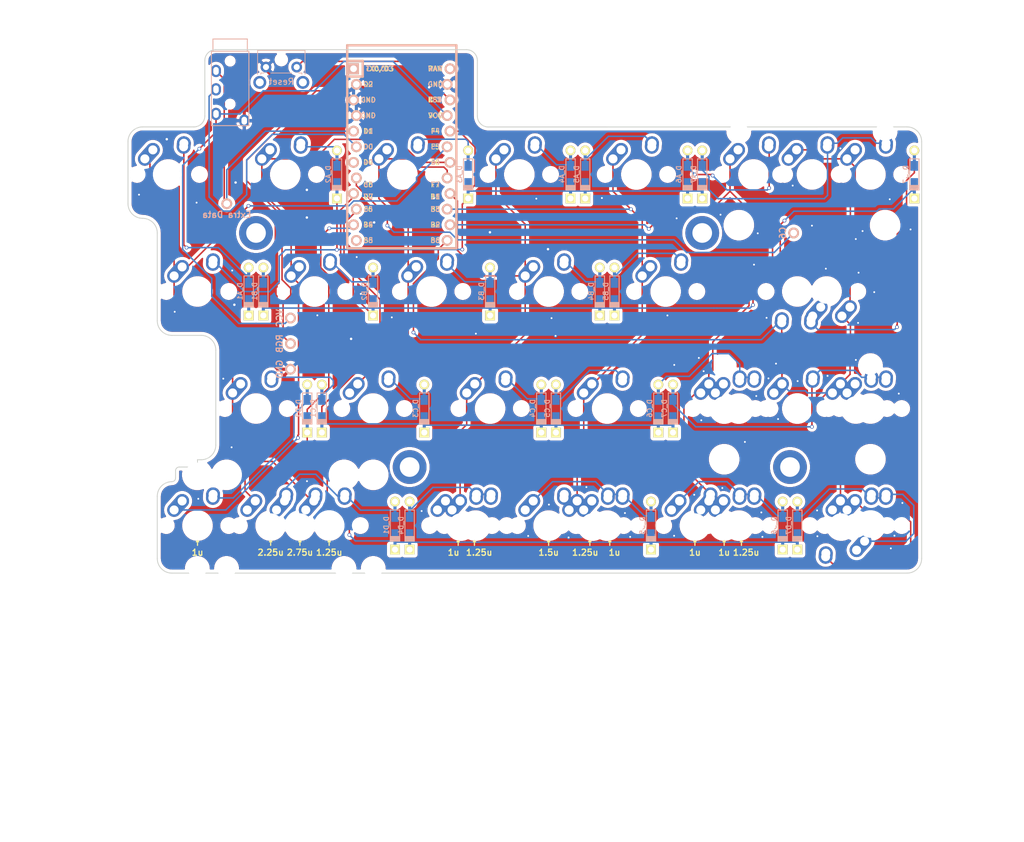
<source format=kicad_pcb>
(kicad_pcb (version 20171130) (host pcbnew "(5.1.10)-1")
  (layers (0 F.Cu signal) (31 B.Cu signal) (34 B.Paste user) (35 F.Paste user) (36 B.SilkS user) (37 F.SilkS user) (38 B.Mask user) (39 F.Mask user) (44 Edge.Cuts user))
  (net 0 "")
  (net 1 GND)
  (net 2 "Net-(D_A1-Pad2)")
  (net 3 "Net-(D_A2-Pad2)")
  (net 4 "Net-(D_A3-Pad2)")
  (net 5 "Net-(D_A4-Pad2)")
  (net 6 "Net-(D_A5-Pad2)")
  (net 7 "Net-(D_A6-Pad2)")
  (net 8 "Net-(D_B1-Pad2)")
  (net 9 "Net-(D_B2-Pad2)")
  (net 10 "Net-(D_B3-Pad2)")
  (net 11 "Net-(D_B4-Pad2)")
  (net 12 "Net-(D_B5-Pad2)")
  (net 13 "Net-(D_C1-Pad2)")
  (net 14 "Net-(D_C3-Pad2)")
  (net 15 "Net-(D_C4-Pad2)")
  (net 16 "Net-(D_C5-Pad2)")
  (net 17 "Net-(D_C6-Pad2)")
  (net 18 "Net-(D_D1-Pad2)")
  (net 19 "Net-(D_D5-Pad2)")
  (net 20 VCC)
  (net 21 RGB)
  (net 22 C6)
  (net 23 data)
  (net 24 data2)
  (net 25 reset)
  (net 26 rowB)
  (net 27 rowC)
  (net 28 rowD)
  (net 29 col6)
  (net 30 col5)
  (net 31 col4)
  (net 32 col3)
  (net 33 col2)
  (net 34 col1)
  (net 35 rowA)
  (net 36 "Net-(D_A7-Pad2)")
  (net 37 "Net-(D_B7-Pad2)")
  (net 38 "Net-(D_C7-Pad2)")
  (net 39 "Net-(D_D4-Pad2)")
  (net 40 "Net-(D_D6-Pad2)")
  (net 41 "Net-(D_D7-Pad2)")
  (net 42 col7)
  (net 43 "Net-(D_D2-Pad2)")
  (net 44 "Net-(U1-Pad24)")
  (net 45 LED)
  (net 46 "Net-(U1-Pad7)")
  (module Keebio-Parts:TRRS-PJ-320A (layer B.Cu) (at 43.412608 13.289085 180)
    (fp_text reference U2)
    (fp_text value TRRS)
    (pad 3 thru_hole oval (at 2.3 -6.2 180) (size 1.6 2) (drill oval 0.9 1.3) (layers *.Cu *.Mask) (net 23 data))
    (pad "" np_thru_hole circle (at 0 -1.6 180) (size 0.8 0.8) (drill 0.8) (layers *.Cu *.Mask))
    (pad "" np_thru_hole circle (at 0 -8.6 180) (size 0.8 0.8) (drill 0.8) (layers *.Cu *.Mask))
    (pad 4 thru_hole oval (at 2.3 -3.2 180) (size 1.6 2) (drill oval 0.9 1.3) (layers *.Cu *.Mask) (net 24 data2))
    (pad 2 thru_hole oval (at 2.3 -10.2 180) (size 1.6 2) (drill oval 0.9 1.3) (layers *.Cu *.Mask) (net 20 VCC))
    (pad 1 thru_hole oval (at -2.3 -11.3 180) (size 1.6 2) (drill oval 0.9 1.3) (layers *.Cu *.Mask) (net 1 GND))
  )
  (module Keebio-Parts:ArduinoProMicro-ZigZag (layer F.Cu) (at 71.35 30.1 270)
    (fp_text reference U1 hide)
    (fp_text value ProMicro hide)
    (fp_text user ST (at -8.91 -5.04 180) (layer B.SilkS) (effects (font (size 0.8 0.8)) (justify mirror)))
    (fp_text user TX0/D3 (at -13.97 3.571872 180) (layer F.SilkS) (effects (font (size 0.8 0.8))))
    (fp_text user TX0/D3 (at -13.97 3.571872 180) (layer B.SilkS) (effects (font (size 0.8 0.8)) (justify mirror)))
    (fp_text user D2 (at -11.43 5.461 180) (layer F.SilkS) (effects (font (size 0.8 0.8))))
    (fp_text user D0 (at -1.27 5.461 180) (layer F.SilkS) (effects (font (size 0.8 0.8))))
    (fp_text user D1 (at -3.81 5.461 180) (layer F.SilkS) (effects (font (size 0.8 0.8))))
    (fp_text user GND (at -6.35 5.461 180) (layer F.SilkS) (effects (font (size 0.8 0.8))))
    (fp_text user GND (at -8.89 5.461 180) (layer F.SilkS) (effects (font (size 0.8 0.8))))
    (fp_text user D4 (at 1.27 5.461 180) (layer F.SilkS) (effects (font (size 0.8 0.8))))
    (fp_text user C6 (at 4.9 5.461 180) (layer F.SilkS) (effects (font (size 0.8 0.8))))
    (fp_text user D7 (at 6.85 5.461 180) (layer F.SilkS) (effects (font (size 0.8 0.8))))
    (fp_text user E6 (at 8.89 5.461 180) (layer F.SilkS) (effects (font (size 0.8 0.8))))
    (fp_text user B4 (at 11.43 5.461 180) (layer F.SilkS) (effects (font (size 0.8 0.8))))
    (fp_text user B5 (at 13.97 5.461 180) (layer F.SilkS) (effects (font (size 0.8 0.8))))
    (fp_text user B6 (at 13.97 -5.461 180) (layer F.SilkS) (effects (font (size 0.8 0.8))))
    (fp_text user B2 (at 11.43 -5.461 180) (layer B.SilkS) (effects (font (size 0.8 0.8)) (justify mirror)))
    (fp_text user B3 (at 8.89 -5.461 180) (layer F.SilkS) (effects (font (size 0.8 0.8))))
    (fp_text user B1 (at 6.85 -5.45 180) (layer F.SilkS) (effects (font (size 0.8 0.8))))
    (fp_text user F7 (at 4.9 -5.45 180) (layer B.SilkS) (effects (font (size 0.8 0.8)) (justify mirror)))
    (fp_text user F6 (at 1.27 -5.461 180) (layer B.SilkS) (effects (font (size 0.8 0.8)) (justify mirror)))
    (fp_text user F5 (at -1.27 -5.461 180) (layer B.SilkS) (effects (font (size 0.8 0.8)) (justify mirror)))
    (fp_text user F4 (at -3.81 -5.461 180) (layer F.SilkS) (effects (font (size 0.8 0.8))))
    (fp_text user VCC (at -6.35 -5.461 180) (layer F.SilkS) (effects (font (size 0.8 0.8))))
    (fp_text user ST (at -8.92 -5.73312 180) (layer F.SilkS) (effects (font (size 0.8 0.8))))
    (fp_text user GND (at -11.43 -5.461 180) (layer F.SilkS) (effects (font (size 0.8 0.8))))
    (fp_text user RAW (at -13.97 -5.461 180) (layer F.SilkS) (effects (font (size 0.8 0.8))))
    (fp_text user RAW (at -13.97 -5.461 180) (layer B.SilkS) (effects (font (size 0.8 0.8)) (justify mirror)))
    (fp_text user GND (at -11.43 -5.461 180) (layer B.SilkS) (effects (font (size 0.8 0.8)) (justify mirror)))
    (fp_text user VCC (at -6.35 -5.461 180) (layer B.SilkS) (effects (font (size 0.8 0.8)) (justify mirror)))
    (fp_text user F4 (at -3.81 -5.461 180) (layer B.SilkS) (effects (font (size 0.8 0.8)) (justify mirror)))
    (fp_text user F5 (at -1.27 -5.461 180) (layer F.SilkS) (effects (font (size 0.8 0.8))))
    (fp_text user F6 (at 1.27 -5.461 180) (layer F.SilkS) (effects (font (size 0.8 0.8))))
    (fp_text user F7 (at 4.9 -5.45 180) (layer F.SilkS) (effects (font (size 0.8 0.8))))
    (fp_text user B1 (at 6.85 -5.45 180) (layer B.SilkS) (effects (font (size 0.8 0.8)) (justify mirror)))
    (fp_text user B3 (at 8.89 -5.461 180) (layer B.SilkS) (effects (font (size 0.8 0.8)) (justify mirror)))
    (fp_text user B2 (at 11.43 -5.461 180) (layer F.SilkS) (effects (font (size 0.8 0.8))))
    (fp_text user B6 (at 13.97 -5.461 180) (layer B.SilkS) (effects (font (size 0.8 0.8)) (justify mirror)))
    (fp_text user B5 (at 13.97 5.461 180) (layer B.SilkS) (effects (font (size 0.8 0.8)) (justify mirror)))
    (fp_text user B4 (at 11.43 5.461 180) (layer B.SilkS) (effects (font (size 0.8 0.8)) (justify mirror)))
    (fp_text user E6 (at 8.89 5.461 180) (layer B.SilkS) (effects (font (size 0.8 0.8)) (justify mirror)))
    (fp_text user D7 (at 6.85 5.461 180) (layer B.SilkS) (effects (font (size 0.8 0.8)) (justify mirror)))
    (fp_text user C6 (at 4.9 5.461 180) (layer B.SilkS) (effects (font (size 0.8 0.8)) (justify mirror)))
    (fp_text user D4 (at 1.27 5.461 180) (layer B.SilkS) (effects (font (size 0.8 0.8)) (justify mirror)))
    (fp_text user GND (at -8.89 5.461 180) (layer B.SilkS) (effects (font (size 0.8 0.8)) (justify mirror)))
    (fp_text user GND (at -6.35 5.461 180) (layer B.SilkS) (effects (font (size 0.8 0.8)) (justify mirror)))
    (fp_text user D1 (at -3.81 5.461 180) (layer B.SilkS) (effects (font (size 0.8 0.8)) (justify mirror)))
    (fp_text user D0 (at -1.27 5.461 180) (layer B.SilkS) (effects (font (size 0.8 0.8)) (justify mirror)))
    (fp_text user D2 (at -11.43 5.461 180) (layer B.SilkS) (effects (font (size 0.8 0.8)) (justify mirror)))
    (pad 24 thru_hole circle (at -13.97 -7.8486 270) (size 1.7526 1.7526) (drill 1.0922) (layers *.Cu *.SilkS *.Mask) (net 44 "Net-(U1-Pad24)"))
    (pad 12 thru_hole circle (at 13.97 7.3914 270) (size 1.7526 1.7526) (drill 1.0922) (layers *.Cu *.SilkS *.Mask) (net 45 LED))
    (pad 23 thru_hole circle (at -11.43 -7.3914 270) (size 1.7526 1.7526) (drill 1.0922) (layers *.Cu *.SilkS *.Mask) (net 1 GND))
    (pad 22 thru_hole circle (at -8.89 -7.8486 270) (size 1.7526 1.7526) (drill 1.0922) (layers *.Cu *.SilkS *.Mask) (net 25 reset))
    (pad 21 thru_hole circle (at -6.35 -7.3914 270) (size 1.7526 1.7526) (drill 1.0922) (layers *.Cu *.SilkS *.Mask) (net 20 VCC))
    (pad 20 thru_hole circle (at -3.81 -7.8486 270) (size 1.7526 1.7526) (drill 1.0922) (layers *.Cu *.SilkS *.Mask) (net 35 rowA))
    (pad 19 thru_hole circle (at -1.27 -7.3914 270) (size 1.7526 1.7526) (drill 1.0922) (layers *.Cu *.SilkS *.Mask) (net 34 col1))
    (pad 18 thru_hole circle (at 1.27 -7.8486 270) (size 1.7526 1.7526) (drill 1.0922) (layers *.Cu *.SilkS *.Mask) (net 33 col2))
    (pad 17 thru_hole circle (at 3.81 -7.3914 270) (size 1.7526 1.7526) (drill 1.0922) (layers *.Cu *.SilkS *.Mask) (net 32 col3))
    (pad 16 thru_hole circle (at 6.35 -7.8486 270) (size 1.7526 1.7526) (drill 1.0922) (layers *.Cu *.SilkS *.Mask) (net 31 col4))
    (pad 15 thru_hole circle (at 8.89 -7.3914 270) (size 1.7526 1.7526) (drill 1.0922) (layers *.Cu *.SilkS *.Mask) (net 30 col5))
    (pad 14 thru_hole circle (at 11.43 -7.8486 270) (size 1.7526 1.7526) (drill 1.0922) (layers *.Cu *.SilkS *.Mask) (net 29 col6))
    (pad 13 thru_hole circle (at 13.97 -7.3914 270) (size 1.7526 1.7526) (drill 1.0922) (layers *.Cu *.SilkS *.Mask) (net 42 col7))
    (pad 11 thru_hole circle (at 11.43 7.8486 270) (size 1.7526 1.7526) (drill 1.0922) (layers *.Cu *.SilkS *.Mask) (net 28 rowD))
    (pad 10 thru_hole circle (at 8.89 7.3914 270) (size 1.7526 1.7526) (drill 1.0922) (layers *.Cu *.SilkS *.Mask) (net 27 rowC))
    (pad 9 thru_hole circle (at 6.35 7.8486 270) (size 1.7526 1.7526) (drill 1.0922) (layers *.Cu *.SilkS *.Mask) (net 26 rowB))
    (pad 8 thru_hole circle (at 3.81 7.3914 270) (size 1.7526 1.7526) (drill 1.0922) (layers *.Cu *.SilkS *.Mask) (net 22 C6))
    (pad 7 thru_hole circle (at 1.27 7.8486 270) (size 1.7526 1.7526) (drill 1.0922) (layers *.Cu *.SilkS *.Mask) (net 46 "Net-(U1-Pad7)"))
    (pad 6 thru_hole circle (at -1.27 7.3914 270) (size 1.7526 1.7526) (drill 1.0922) (layers *.Cu *.SilkS *.Mask) (net 23 data))
    (pad 5 thru_hole circle (at -3.81 7.8486 270) (size 1.7526 1.7526) (drill 1.0922) (layers *.Cu *.SilkS *.Mask) (net 24 data2))
    (pad 4 thru_hole circle (at -6.35 7.3914 270) (size 1.7526 1.7526) (drill 1.0922) (layers *.Cu *.SilkS *.Mask) (net 1 GND))
    (pad 3 thru_hole circle (at -8.89 7.8486 270) (size 1.7526 1.7526) (drill 1.0922) (layers *.Cu *.SilkS *.Mask) (net 1 GND))
    (pad 2 thru_hole circle (at -11.43 7.3914 270) (size 1.7526 1.7526) (drill 1.0922) (layers *.Cu *.SilkS *.Mask) (net 1 GND))
    (pad 1 thru_hole rect (at -13.97 7.8486 270) (size 1.7526 1.7526) (drill 1.0922) (layers *.Cu *.SilkS *.Mask) (net 21 RGB))
  )
  (module Keebio-Parts:VIA-0.6mm (layer F.Cu) (at 152.83 86.81)
    (fp_text reference REF** hide)
    (fp_text value VIA-0.6mm hide)
    (pad 1 thru_hole circle (at 0 0) (size 0.6 0.6) (drill 0.3) (layers *.Cu) (net 1 GND))
  )
  (module Keebio-Parts:VIA-0.6mm (layer F.Cu) (at 151.54 92.13)
    (fp_text reference REF** hide)
    (fp_text value VIA-0.6mm hide)
    (pad 1 thru_hole circle (at 0 0) (size 0.6 0.6) (drill 0.3) (layers *.Cu) (net 1 GND))
  )
  (module Keebio-Parts:VIA-0.6mm (layer F.Cu) (at 74.58 88.12)
    (fp_text reference REF** hide)
    (fp_text value VIA-0.6mm hide)
    (pad 1 thru_hole circle (at 0 0) (size 0.6 0.6) (drill 0.3) (layers *.Cu) (net 1 GND))
  )
  (module Keebio-Parts:VIA-0.6mm (layer F.Cu) (at 55.92 83.26)
    (fp_text reference REF** hide)
    (fp_text value VIA-0.6mm hide)
    (pad 1 thru_hole circle (at 0 0) (size 0.6 0.6) (drill 0.3) (layers *.Cu) (net 1 GND))
  )
  (module Keebio-Parts:VIA-0.6mm (layer F.Cu) (at 64.67 52.78)
    (fp_text reference REF** hide)
    (fp_text value VIA-0.6mm hide)
    (pad 1 thru_hole circle (at 0 0) (size 0.6 0.6) (drill 0.3) (layers *.Cu) (net 1 GND))
  )
  (module Keebio-Parts:VIA-0.6mm (layer F.Cu) (at 64.01 46.78)
    (fp_text reference REF** hide)
    (fp_text value VIA-0.6mm hide)
    (pad 1 thru_hole circle (at 0 0) (size 0.6 0.6) (drill 0.3) (layers *.Cu) (net 1 GND))
  )
  (module Keebio-Parts:VIA-0.6mm (layer F.Cu) (at 38.23 86.13)
    (fp_text reference REF** hide)
    (fp_text value VIA-0.6mm hide)
    (pad 1 thru_hole circle (at 0 0) (size 0.6 0.6) (drill 0.3) (layers *.Cu) (net 1 GND))
  )
  (module Keebio-Parts:Diode-Hybrid-Back (layer F.Cu) (at 46.434414 52.387544 270)
    (fp_text reference D_A1 (at -0.0254 1.4 270) (layer B.SilkS) (effects (font (size 0.8 0.8)) (justify mirror)))
    (fp_text value D hide)
    (pad 1 thru_hole rect (at 3.9 0 270) (size 1.6 1.6) (drill 1) (layers *.Cu *.Mask F.SilkS) (net 35 rowA))
    (pad 2 thru_hole circle (at -3.9 0 270) (size 1.6 1.6) (drill 1) (layers *.Cu *.Mask F.SilkS) (net 2 "Net-(D_A1-Pad2)"))
    (pad 1 smd rect (at 2.5 0 270) (size 2.9 0.5) (layers B.Cu) (net 35 rowA))
    (pad 1 smd rect (at 1.4 0 270) (size 1.6 1.2) (layers B.Cu B.Paste B.Mask) (net 35 rowA))
    (pad 2 smd rect (at -1.4 0 270) (size 1.6 1.2) (layers B.Cu B.Paste B.Mask) (net 2 "Net-(D_A1-Pad2)"))
    (pad 2 smd rect (at -2.5 0 270) (size 2.9 0.5) (layers B.Cu) (net 2 "Net-(D_A1-Pad2)"))
  )
  (module Keebio-Parts:Diode-Hybrid-Back (layer F.Cu) (at 60.8 33.337528 270)
    (fp_text reference D_A2 (at -0.0254 1.4 270) (layer B.SilkS) (effects (font (size 0.8 0.8)) (justify mirror)))
    (fp_text value D hide)
    (pad 1 thru_hole rect (at 3.9 0 270) (size 1.6 1.6) (drill 1) (layers *.Cu *.Mask F.SilkS) (net 35 rowA))
    (pad 2 thru_hole circle (at -3.9 0 270) (size 1.6 1.6) (drill 1) (layers *.Cu *.Mask F.SilkS) (net 3 "Net-(D_A2-Pad2)"))
    (pad 1 smd rect (at 2.5 0 270) (size 2.9 0.5) (layers B.Cu) (net 35 rowA))
    (pad 1 smd rect (at 1.4 0 270) (size 1.6 1.2) (layers B.Cu B.Paste B.Mask) (net 35 rowA))
    (pad 2 smd rect (at -1.4 0 270) (size 1.6 1.2) (layers B.Cu B.Paste B.Mask) (net 3 "Net-(D_A2-Pad2)"))
    (pad 2 smd rect (at -2.5 0 270) (size 2.9 0.5) (layers B.Cu) (net 3 "Net-(D_A2-Pad2)"))
  )
  (module Keebio-Parts:Diode-Hybrid-Back (layer F.Cu) (at 82.153194 33.337528 270)
    (fp_text reference D_A3 (at -0.0254 1.4 270) (layer B.SilkS) (effects (font (size 0.8 0.8)) (justify mirror)))
    (fp_text value D hide)
    (pad 1 thru_hole rect (at 3.9 0 270) (size 1.6 1.6) (drill 1) (layers *.Cu *.Mask F.SilkS) (net 35 rowA))
    (pad 2 thru_hole circle (at -3.9 0 270) (size 1.6 1.6) (drill 1) (layers *.Cu *.Mask F.SilkS) (net 4 "Net-(D_A3-Pad2)"))
    (pad 1 smd rect (at 2.5 0 270) (size 2.9 0.5) (layers B.Cu) (net 35 rowA))
    (pad 1 smd rect (at 1.4 0 270) (size 1.6 1.2) (layers B.Cu B.Paste B.Mask) (net 35 rowA))
    (pad 2 smd rect (at -1.4 0 270) (size 1.6 1.2) (layers B.Cu B.Paste B.Mask) (net 4 "Net-(D_A3-Pad2)"))
    (pad 2 smd rect (at -2.5 0 270) (size 2.9 0.5) (layers B.Cu) (net 4 "Net-(D_A3-Pad2)"))
  )
  (module Keebio-Parts:Diode-Hybrid-Back (layer F.Cu) (at 98.821958 33.337528 270)
    (fp_text reference D_A4 (at -0.0254 1.4 270) (layer B.SilkS) (effects (font (size 0.8 0.8)) (justify mirror)))
    (fp_text value D hide)
    (pad 1 thru_hole rect (at 3.9 0 270) (size 1.6 1.6) (drill 1) (layers *.Cu *.Mask F.SilkS) (net 35 rowA))
    (pad 2 thru_hole circle (at -3.9 0 270) (size 1.6 1.6) (drill 1) (layers *.Cu *.Mask F.SilkS) (net 5 "Net-(D_A4-Pad2)"))
    (pad 1 smd rect (at 2.5 0 270) (size 2.9 0.5) (layers B.Cu) (net 35 rowA))
    (pad 1 smd rect (at 1.4 0 270) (size 1.6 1.2) (layers B.Cu B.Paste B.Mask) (net 35 rowA))
    (pad 2 smd rect (at -1.4 0 270) (size 1.6 1.2) (layers B.Cu B.Paste B.Mask) (net 5 "Net-(D_A4-Pad2)"))
    (pad 2 smd rect (at -2.5 0 270) (size 2.9 0.5) (layers B.Cu) (net 5 "Net-(D_A4-Pad2)"))
  )
  (module Keebio-Parts:Diode-Hybrid-Back (layer F.Cu) (at 101.20321 33.337528 270)
    (fp_text reference D_A5 (at -0.0254 1.4 270) (layer B.SilkS) (effects (font (size 0.8 0.8)) (justify mirror)))
    (fp_text value D hide)
    (pad 1 thru_hole rect (at 3.9 0 270) (size 1.6 1.6) (drill 1) (layers *.Cu *.Mask F.SilkS) (net 35 rowA))
    (pad 2 thru_hole circle (at -3.9 0 270) (size 1.6 1.6) (drill 1) (layers *.Cu *.Mask F.SilkS) (net 6 "Net-(D_A5-Pad2)"))
    (pad 1 smd rect (at 2.5 0 270) (size 2.9 0.5) (layers B.Cu) (net 35 rowA))
    (pad 1 smd rect (at 1.4 0 270) (size 1.6 1.2) (layers B.Cu B.Paste B.Mask) (net 35 rowA))
    (pad 2 smd rect (at -1.4 0 270) (size 1.6 1.2) (layers B.Cu B.Paste B.Mask) (net 6 "Net-(D_A5-Pad2)"))
    (pad 2 smd rect (at -2.5 0 270) (size 2.9 0.5) (layers B.Cu) (net 6 "Net-(D_A5-Pad2)"))
  )
  (module Keebio-Parts:Diode-Hybrid-Back (layer F.Cu) (at 117.871974 33.337528 270)
    (fp_text reference D_A6 (at -0.0254 1.4 270) (layer B.SilkS) (effects (font (size 0.8 0.8)) (justify mirror)))
    (fp_text value D hide)
    (pad 1 thru_hole rect (at 3.9 0 270) (size 1.6 1.6) (drill 1) (layers *.Cu *.Mask F.SilkS) (net 35 rowA))
    (pad 2 thru_hole circle (at -3.9 0 270) (size 1.6 1.6) (drill 1) (layers *.Cu *.Mask F.SilkS) (net 7 "Net-(D_A6-Pad2)"))
    (pad 1 smd rect (at 2.5 0 270) (size 2.9 0.5) (layers B.Cu) (net 35 rowA))
    (pad 1 smd rect (at 1.4 0 270) (size 1.6 1.2) (layers B.Cu B.Paste B.Mask) (net 35 rowA))
    (pad 2 smd rect (at -1.4 0 270) (size 1.6 1.2) (layers B.Cu B.Paste B.Mask) (net 7 "Net-(D_A6-Pad2)"))
    (pad 2 smd rect (at -2.5 0 270) (size 2.9 0.5) (layers B.Cu) (net 7 "Net-(D_A6-Pad2)"))
  )
  (module Keebio-Parts:Diode-Hybrid-Back (layer F.Cu) (at 120.253226 33.337528 270)
    (fp_text reference D_A7 (at -0.0254 1.4 270) (layer B.SilkS) (effects (font (size 0.8 0.8)) (justify mirror)))
    (fp_text value D hide)
    (pad 1 thru_hole rect (at 3.9 0 270) (size 1.6 1.6) (drill 1) (layers *.Cu *.Mask F.SilkS) (net 35 rowA))
    (pad 2 thru_hole circle (at -3.9 0 270) (size 1.6 1.6) (drill 1) (layers *.Cu *.Mask F.SilkS) (net 36 "Net-(D_A7-Pad2)"))
    (pad 1 smd rect (at 2.5 0 270) (size 2.9 0.5) (layers B.Cu) (net 35 rowA))
    (pad 1 smd rect (at 1.4 0 270) (size 1.6 1.2) (layers B.Cu B.Paste B.Mask) (net 35 rowA))
    (pad 2 smd rect (at -1.4 0 270) (size 1.6 1.2) (layers B.Cu B.Paste B.Mask) (net 36 "Net-(D_A7-Pad2)"))
    (pad 2 smd rect (at -2.5 0 270) (size 2.9 0.5) (layers B.Cu) (net 36 "Net-(D_A7-Pad2)"))
  )
  (module Keebio-Parts:Diode-Hybrid-Back (layer F.Cu) (at 48.815666 52.387544 270)
    (fp_text reference D_B1 (at -0.0254 1.4 270) (layer B.SilkS) (effects (font (size 0.8 0.8)) (justify mirror)))
    (fp_text value D hide)
    (pad 1 thru_hole rect (at 3.9 0 270) (size 1.6 1.6) (drill 1) (layers *.Cu *.Mask F.SilkS) (net 26 rowB))
    (pad 2 thru_hole circle (at -3.9 0 270) (size 1.6 1.6) (drill 1) (layers *.Cu *.Mask F.SilkS) (net 8 "Net-(D_B1-Pad2)"))
    (pad 1 smd rect (at 2.5 0 270) (size 2.9 0.5) (layers B.Cu) (net 26 rowB))
    (pad 1 smd rect (at 1.4 0 270) (size 1.6 1.2) (layers B.Cu B.Paste B.Mask) (net 26 rowB))
    (pad 2 smd rect (at -1.4 0 270) (size 1.6 1.2) (layers B.Cu B.Paste B.Mask) (net 8 "Net-(D_B1-Pad2)"))
    (pad 2 smd rect (at -2.5 0 270) (size 2.9 0.5) (layers B.Cu) (net 8 "Net-(D_B1-Pad2)"))
  )
  (module Keebio-Parts:Diode-Hybrid-Back (layer F.Cu) (at 66.675056 52.387544 270)
    (fp_text reference D_B2 (at -0.0254 1.4 270) (layer B.SilkS) (effects (font (size 0.8 0.8)) (justify mirror)))
    (fp_text value D hide)
    (pad 1 thru_hole rect (at 3.9 0 270) (size 1.6 1.6) (drill 1) (layers *.Cu *.Mask F.SilkS) (net 26 rowB))
    (pad 2 thru_hole circle (at -3.9 0 270) (size 1.6 1.6) (drill 1) (layers *.Cu *.Mask F.SilkS) (net 9 "Net-(D_B2-Pad2)"))
    (pad 1 smd rect (at 2.5 0 270) (size 2.9 0.5) (layers B.Cu) (net 26 rowB))
    (pad 1 smd rect (at 1.4 0 270) (size 1.6 1.2) (layers B.Cu B.Paste B.Mask) (net 26 rowB))
    (pad 2 smd rect (at -1.4 0 270) (size 1.6 1.2) (layers B.Cu B.Paste B.Mask) (net 9 "Net-(D_B2-Pad2)"))
    (pad 2 smd rect (at -2.5 0 270) (size 2.9 0.5) (layers B.Cu) (net 9 "Net-(D_B2-Pad2)"))
  )
  (module Keebio-Parts:Diode-Hybrid-Back (layer F.Cu) (at 85.725072 52.387544 270)
    (fp_text reference D_B3 (at -0.0254 1.4 270) (layer B.SilkS) (effects (font (size 0.8 0.8)) (justify mirror)))
    (fp_text value D hide)
    (pad 1 thru_hole rect (at 3.9 0 270) (size 1.6 1.6) (drill 1) (layers *.Cu *.Mask F.SilkS) (net 26 rowB))
    (pad 2 thru_hole circle (at -3.9 0 270) (size 1.6 1.6) (drill 1) (layers *.Cu *.Mask F.SilkS) (net 10 "Net-(D_B3-Pad2)"))
    (pad 1 smd rect (at 2.5 0 270) (size 2.9 0.5) (layers B.Cu) (net 26 rowB))
    (pad 1 smd rect (at 1.4 0 270) (size 1.6 1.2) (layers B.Cu B.Paste B.Mask) (net 26 rowB))
    (pad 2 smd rect (at -1.4 0 270) (size 1.6 1.2) (layers B.Cu B.Paste B.Mask) (net 10 "Net-(D_B3-Pad2)"))
    (pad 2 smd rect (at -2.5 0 270) (size 2.9 0.5) (layers B.Cu) (net 10 "Net-(D_B3-Pad2)"))
  )
  (module Keebio-Parts:Diode-Hybrid-Back (layer F.Cu) (at 103.584462 52.387544 270)
    (fp_text reference D_B4 (at -0.0254 1.4 270) (layer B.SilkS) (effects (font (size 0.8 0.8)) (justify mirror)))
    (fp_text value D hide)
    (pad 1 thru_hole rect (at 3.9 0 270) (size 1.6 1.6) (drill 1) (layers *.Cu *.Mask F.SilkS) (net 26 rowB))
    (pad 2 thru_hole circle (at -3.9 0 270) (size 1.6 1.6) (drill 1) (layers *.Cu *.Mask F.SilkS) (net 11 "Net-(D_B4-Pad2)"))
    (pad 1 smd rect (at 2.5 0 270) (size 2.9 0.5) (layers B.Cu) (net 26 rowB))
    (pad 1 smd rect (at 1.4 0 270) (size 1.6 1.2) (layers B.Cu B.Paste B.Mask) (net 26 rowB))
    (pad 2 smd rect (at -1.4 0 270) (size 1.6 1.2) (layers B.Cu B.Paste B.Mask) (net 11 "Net-(D_B4-Pad2)"))
    (pad 2 smd rect (at -2.5 0 270) (size 2.9 0.5) (layers B.Cu) (net 11 "Net-(D_B4-Pad2)"))
  )
  (module Keebio-Parts:Diode-Hybrid-Back (layer F.Cu) (at 105.965714 52.387544 270)
    (fp_text reference D_B5 (at -0.0254 1.4 270) (layer B.SilkS) (effects (font (size 0.8 0.8)) (justify mirror)))
    (fp_text value D hide)
    (pad 1 thru_hole rect (at 3.9 0 270) (size 1.6 1.6) (drill 1) (layers *.Cu *.Mask F.SilkS) (net 26 rowB))
    (pad 2 thru_hole circle (at -3.9 0 270) (size 1.6 1.6) (drill 1) (layers *.Cu *.Mask F.SilkS) (net 12 "Net-(D_B5-Pad2)"))
    (pad 1 smd rect (at 2.5 0 270) (size 2.9 0.5) (layers B.Cu) (net 26 rowB))
    (pad 1 smd rect (at 1.4 0 270) (size 1.6 1.2) (layers B.Cu B.Paste B.Mask) (net 26 rowB))
    (pad 2 smd rect (at -1.4 0 270) (size 1.6 1.2) (layers B.Cu B.Paste B.Mask) (net 12 "Net-(D_B5-Pad2)"))
    (pad 2 smd rect (at -2.5 0 270) (size 2.9 0.5) (layers B.Cu) (net 12 "Net-(D_B5-Pad2)"))
  )
  (module Keebio-Parts:Diode-Hybrid-Back (layer F.Cu) (at 154.78112 33.337472 270)
    (fp_text reference D_B7 (at -0.0254 1.4 270) (layer B.SilkS) (effects (font (size 0.8 0.8)) (justify mirror)))
    (fp_text value D hide)
    (pad 1 thru_hole rect (at 3.9 0 270) (size 1.6 1.6) (drill 1) (layers *.Cu *.Mask F.SilkS) (net 26 rowB))
    (pad 2 thru_hole circle (at -3.9 0 270) (size 1.6 1.6) (drill 1) (layers *.Cu *.Mask F.SilkS) (net 37 "Net-(D_B7-Pad2)"))
    (pad 1 smd rect (at 2.5 0 270) (size 2.9 0.5) (layers B.Cu) (net 26 rowB))
    (pad 1 smd rect (at 1.4 0 270) (size 1.6 1.2) (layers B.Cu B.Paste B.Mask) (net 26 rowB))
    (pad 2 smd rect (at -1.4 0 270) (size 1.6 1.2) (layers B.Cu B.Paste B.Mask) (net 37 "Net-(D_B7-Pad2)"))
    (pad 2 smd rect (at -2.5 0 270) (size 2.9 0.5) (layers B.Cu) (net 37 "Net-(D_B7-Pad2)"))
  )
  (module Keebio-Parts:Diode-Hybrid-Back (layer F.Cu) (at 58.340674 71.43756 270)
    (fp_text reference D_C1 (at -0.0254 1.4 270) (layer B.SilkS) (effects (font (size 0.8 0.8)) (justify mirror)))
    (fp_text value D hide)
    (pad 1 thru_hole rect (at 3.9 0 270) (size 1.6 1.6) (drill 1) (layers *.Cu *.Mask F.SilkS) (net 27 rowC))
    (pad 2 thru_hole circle (at -3.9 0 270) (size 1.6 1.6) (drill 1) (layers *.Cu *.Mask F.SilkS) (net 13 "Net-(D_C1-Pad2)"))
    (pad 1 smd rect (at 2.5 0 270) (size 2.9 0.5) (layers B.Cu) (net 27 rowC))
    (pad 1 smd rect (at 1.4 0 270) (size 1.6 1.2) (layers B.Cu B.Paste B.Mask) (net 27 rowC))
    (pad 2 smd rect (at -1.4 0 270) (size 1.6 1.2) (layers B.Cu B.Paste B.Mask) (net 13 "Net-(D_C1-Pad2)"))
    (pad 2 smd rect (at -2.5 0 270) (size 2.9 0.5) (layers B.Cu) (net 13 "Net-(D_C1-Pad2)"))
  )
  (module Keebio-Parts:Diode-Hybrid-Back (layer F.Cu) (at 75.009438 71.43756 270)
    (fp_text reference D_C3 (at -0.0254 1.4 270) (layer B.SilkS) (effects (font (size 0.8 0.8)) (justify mirror)))
    (fp_text value D hide)
    (pad 1 thru_hole rect (at 3.9 0 270) (size 1.6 1.6) (drill 1) (layers *.Cu *.Mask F.SilkS) (net 27 rowC))
    (pad 2 thru_hole circle (at -3.9 0 270) (size 1.6 1.6) (drill 1) (layers *.Cu *.Mask F.SilkS) (net 14 "Net-(D_C3-Pad2)"))
    (pad 1 smd rect (at 2.5 0 270) (size 2.9 0.5) (layers B.Cu) (net 27 rowC))
    (pad 1 smd rect (at 1.4 0 270) (size 1.6 1.2) (layers B.Cu B.Paste B.Mask) (net 27 rowC))
    (pad 2 smd rect (at -1.4 0 270) (size 1.6 1.2) (layers B.Cu B.Paste B.Mask) (net 14 "Net-(D_C3-Pad2)"))
    (pad 2 smd rect (at -2.5 0 270) (size 2.9 0.5) (layers B.Cu) (net 14 "Net-(D_C3-Pad2)"))
  )
  (module Keebio-Parts:Diode-Hybrid-Back (layer F.Cu) (at 94.059454 71.43756 270)
    (fp_text reference D_C4 (at -0.0254 1.4 270) (layer B.SilkS) (effects (font (size 0.8 0.8)) (justify mirror)))
    (fp_text value D hide)
    (pad 1 thru_hole rect (at 3.9 0 270) (size 1.6 1.6) (drill 1) (layers *.Cu *.Mask F.SilkS) (net 27 rowC))
    (pad 2 thru_hole circle (at -3.9 0 270) (size 1.6 1.6) (drill 1) (layers *.Cu *.Mask F.SilkS) (net 15 "Net-(D_C4-Pad2)"))
    (pad 1 smd rect (at 2.5 0 270) (size 2.9 0.5) (layers B.Cu) (net 27 rowC))
    (pad 1 smd rect (at 1.4 0 270) (size 1.6 1.2) (layers B.Cu B.Paste B.Mask) (net 27 rowC))
    (pad 2 smd rect (at -1.4 0 270) (size 1.6 1.2) (layers B.Cu B.Paste B.Mask) (net 15 "Net-(D_C4-Pad2)"))
    (pad 2 smd rect (at -2.5 0 270) (size 2.9 0.5) (layers B.Cu) (net 15 "Net-(D_C4-Pad2)"))
  )
  (module Keebio-Parts:Diode-Hybrid-Back (layer F.Cu) (at 96.440706 71.43756 270)
    (fp_text reference D_C5 (at -0.0254 1.4 270) (layer B.SilkS) (effects (font (size 0.8 0.8)) (justify mirror)))
    (fp_text value D hide)
    (pad 1 thru_hole rect (at 3.9 0 270) (size 1.6 1.6) (drill 1) (layers *.Cu *.Mask F.SilkS) (net 27 rowC))
    (pad 2 thru_hole circle (at -3.9 0 270) (size 1.6 1.6) (drill 1) (layers *.Cu *.Mask F.SilkS) (net 16 "Net-(D_C5-Pad2)"))
    (pad 1 smd rect (at 2.5 0 270) (size 2.9 0.5) (layers B.Cu) (net 27 rowC))
    (pad 1 smd rect (at 1.4 0 270) (size 1.6 1.2) (layers B.Cu B.Paste B.Mask) (net 27 rowC))
    (pad 2 smd rect (at -1.4 0 270) (size 1.6 1.2) (layers B.Cu B.Paste B.Mask) (net 16 "Net-(D_C5-Pad2)"))
    (pad 2 smd rect (at -2.5 0 270) (size 2.9 0.5) (layers B.Cu) (net 16 "Net-(D_C5-Pad2)"))
  )
  (module Keebio-Parts:Diode-Hybrid-Back (layer F.Cu) (at 113.10947 71.43756 270)
    (fp_text reference D_C6 (at -0.0254 1.4 270) (layer B.SilkS) (effects (font (size 0.8 0.8)) (justify mirror)))
    (fp_text value D hide)
    (pad 1 thru_hole rect (at 3.9 0 270) (size 1.6 1.6) (drill 1) (layers *.Cu *.Mask F.SilkS) (net 27 rowC))
    (pad 2 thru_hole circle (at -3.9 0 270) (size 1.6 1.6) (drill 1) (layers *.Cu *.Mask F.SilkS) (net 17 "Net-(D_C6-Pad2)"))
    (pad 1 smd rect (at 2.5 0 270) (size 2.9 0.5) (layers B.Cu) (net 27 rowC))
    (pad 1 smd rect (at 1.4 0 270) (size 1.6 1.2) (layers B.Cu B.Paste B.Mask) (net 27 rowC))
    (pad 2 smd rect (at -1.4 0 270) (size 1.6 1.2) (layers B.Cu B.Paste B.Mask) (net 17 "Net-(D_C6-Pad2)"))
    (pad 2 smd rect (at -2.5 0 270) (size 2.9 0.5) (layers B.Cu) (net 17 "Net-(D_C6-Pad2)"))
  )
  (module Keebio-Parts:Diode-Hybrid-Back (layer F.Cu) (at 115.490722 71.43756 270)
    (fp_text reference D_C7 (at -0.0254 1.4 270) (layer B.SilkS) (effects (font (size 0.8 0.8)) (justify mirror)))
    (fp_text value D hide)
    (pad 1 thru_hole rect (at 3.9 0 270) (size 1.6 1.6) (drill 1) (layers *.Cu *.Mask F.SilkS) (net 27 rowC))
    (pad 2 thru_hole circle (at -3.9 0 270) (size 1.6 1.6) (drill 1) (layers *.Cu *.Mask F.SilkS) (net 38 "Net-(D_C7-Pad2)"))
    (pad 1 smd rect (at 2.5 0 270) (size 2.9 0.5) (layers B.Cu) (net 27 rowC))
    (pad 1 smd rect (at 1.4 0 270) (size 1.6 1.2) (layers B.Cu B.Paste B.Mask) (net 27 rowC))
    (pad 2 smd rect (at -1.4 0 270) (size 1.6 1.2) (layers B.Cu B.Paste B.Mask) (net 38 "Net-(D_C7-Pad2)"))
    (pad 2 smd rect (at -2.5 0 270) (size 2.9 0.5) (layers B.Cu) (net 38 "Net-(D_C7-Pad2)"))
  )
  (module Keebio-Parts:Diode-Hybrid-Back (layer F.Cu) (at 70.246934 90.487576 270)
    (fp_text reference D_D1 (at -0.0254 1.4 270) (layer B.SilkS) (effects (font (size 0.8 0.8)) (justify mirror)))
    (fp_text value D hide)
    (pad 1 thru_hole rect (at 3.9 0 270) (size 1.6 1.6) (drill 1) (layers *.Cu *.Mask F.SilkS) (net 28 rowD))
    (pad 2 thru_hole circle (at -3.9 0 270) (size 1.6 1.6) (drill 1) (layers *.Cu *.Mask F.SilkS) (net 18 "Net-(D_D1-Pad2)"))
    (pad 1 smd rect (at 2.5 0 270) (size 2.9 0.5) (layers B.Cu) (net 28 rowD))
    (pad 1 smd rect (at 1.4 0 270) (size 1.6 1.2) (layers B.Cu B.Paste B.Mask) (net 28 rowD))
    (pad 2 smd rect (at -1.4 0 270) (size 1.6 1.2) (layers B.Cu B.Paste B.Mask) (net 18 "Net-(D_D1-Pad2)"))
    (pad 2 smd rect (at -2.5 0 270) (size 2.9 0.5) (layers B.Cu) (net 18 "Net-(D_D1-Pad2)"))
  )
  (module Keebio-Parts:Diode-Hybrid-Back (layer F.Cu) (at 72.628186 90.487576 270)
    (fp_text reference D_D4 (at -0.0254 1.4 270) (layer B.SilkS) (effects (font (size 0.8 0.8)) (justify mirror)))
    (fp_text value D hide)
    (pad 1 thru_hole rect (at 3.9 0 270) (size 1.6 1.6) (drill 1) (layers *.Cu *.Mask F.SilkS) (net 28 rowD))
    (pad 2 thru_hole circle (at -3.9 0 270) (size 1.6 1.6) (drill 1) (layers *.Cu *.Mask F.SilkS) (net 39 "Net-(D_D4-Pad2)"))
    (pad 1 smd rect (at 2.5 0 270) (size 2.9 0.5) (layers B.Cu) (net 28 rowD))
    (pad 1 smd rect (at 1.4 0 270) (size 1.6 1.2) (layers B.Cu B.Paste B.Mask) (net 28 rowD))
    (pad 2 smd rect (at -1.4 0 270) (size 1.6 1.2) (layers B.Cu B.Paste B.Mask) (net 39 "Net-(D_D4-Pad2)"))
    (pad 2 smd rect (at -2.5 0 270) (size 2.9 0.5) (layers B.Cu) (net 39 "Net-(D_D4-Pad2)"))
  )
  (module Keebio-Parts:Diode-Hybrid-Back (layer F.Cu) (at 111.918844 90.487576 270)
    (fp_text reference D_D5 (at -0.0254 1.4 270) (layer B.SilkS) (effects (font (size 0.8 0.8)) (justify mirror)))
    (fp_text value D hide)
    (pad 1 thru_hole rect (at 3.9 0 270) (size 1.6 1.6) (drill 1) (layers *.Cu *.Mask F.SilkS) (net 28 rowD))
    (pad 2 thru_hole circle (at -3.9 0 270) (size 1.6 1.6) (drill 1) (layers *.Cu *.Mask F.SilkS) (net 19 "Net-(D_D5-Pad2)"))
    (pad 1 smd rect (at 2.5 0 270) (size 2.9 0.5) (layers B.Cu) (net 28 rowD))
    (pad 1 smd rect (at 1.4 0 270) (size 1.6 1.2) (layers B.Cu B.Paste B.Mask) (net 28 rowD))
    (pad 2 smd rect (at -1.4 0 270) (size 1.6 1.2) (layers B.Cu B.Paste B.Mask) (net 19 "Net-(D_D5-Pad2)"))
    (pad 2 smd rect (at -2.5 0 270) (size 2.9 0.5) (layers B.Cu) (net 19 "Net-(D_D5-Pad2)"))
  )
  (module Keebio-Parts:Diode-Hybrid-Back (layer F.Cu) (at 133.350112 90.487576 270)
    (fp_text reference D_D6 (at -0.0254 1.4 270) (layer B.SilkS) (effects (font (size 0.8 0.8)) (justify mirror)))
    (fp_text value D hide)
    (pad 1 thru_hole rect (at 3.9 0 270) (size 1.6 1.6) (drill 1) (layers *.Cu *.Mask F.SilkS) (net 28 rowD))
    (pad 2 thru_hole circle (at -3.9 0 270) (size 1.6 1.6) (drill 1) (layers *.Cu *.Mask F.SilkS) (net 40 "Net-(D_D6-Pad2)"))
    (pad 1 smd rect (at 2.5 0 270) (size 2.9 0.5) (layers B.Cu) (net 28 rowD))
    (pad 1 smd rect (at 1.4 0 270) (size 1.6 1.2) (layers B.Cu B.Paste B.Mask) (net 28 rowD))
    (pad 2 smd rect (at -1.4 0 270) (size 1.6 1.2) (layers B.Cu B.Paste B.Mask) (net 40 "Net-(D_D6-Pad2)"))
    (pad 2 smd rect (at -2.5 0 270) (size 2.9 0.5) (layers B.Cu) (net 40 "Net-(D_D6-Pad2)"))
  )
  (module Keebio-Parts:Diode-Hybrid-Back (layer F.Cu) (at 135.731364 90.487576 270)
    (fp_text reference D_D7 (at -0.0254 1.4 270) (layer B.SilkS) (effects (font (size 0.8 0.8)) (justify mirror)))
    (fp_text value D hide)
    (pad 1 thru_hole rect (at 3.9 0 270) (size 1.6 1.6) (drill 1) (layers *.Cu *.Mask F.SilkS) (net 28 rowD))
    (pad 2 thru_hole circle (at -3.9 0 270) (size 1.6 1.6) (drill 1) (layers *.Cu *.Mask F.SilkS) (net 41 "Net-(D_D7-Pad2)"))
    (pad 1 smd rect (at 2.5 0 270) (size 2.9 0.5) (layers B.Cu) (net 28 rowD))
    (pad 1 smd rect (at 1.4 0 270) (size 1.6 1.2) (layers B.Cu B.Paste B.Mask) (net 28 rowD))
    (pad 2 smd rect (at -1.4 0 270) (size 1.6 1.2) (layers B.Cu B.Paste B.Mask) (net 41 "Net-(D_D7-Pad2)"))
    (pad 2 smd rect (at -2.5 0 270) (size 2.9 0.5) (layers B.Cu) (net 41 "Net-(D_D7-Pad2)"))
  )
  (module Keebio-Parts:Diode-Hybrid-Back (layer F.Cu) (at 55.959422 71.43756 270)
    (fp_text reference D_D2 (at -0.0254 1.4 270) (layer B.SilkS) (effects (font (size 0.8 0.8)) (justify mirror)))
    (fp_text value D hide)
    (pad 1 thru_hole rect (at 3.9 0 270) (size 1.6 1.6) (drill 1) (layers *.Cu *.Mask F.SilkS) (net 28 rowD))
    (pad 2 thru_hole circle (at -3.9 0 270) (size 1.6 1.6) (drill 1) (layers *.Cu *.Mask F.SilkS) (net 43 "Net-(D_D2-Pad2)"))
    (pad 1 smd rect (at 2.5 0 270) (size 2.9 0.5) (layers B.Cu) (net 28 rowD))
    (pad 1 smd rect (at 1.4 0 270) (size 1.6 1.2) (layers B.Cu B.Paste B.Mask) (net 28 rowD))
    (pad 2 smd rect (at -1.4 0 270) (size 1.6 1.2) (layers B.Cu B.Paste B.Mask) (net 43 "Net-(D_D2-Pad2)"))
    (pad 2 smd rect (at -2.5 0 270) (size 2.9 0.5) (layers B.Cu) (net 43 "Net-(D_D2-Pad2)"))
  )
  (module MX_Alps_Hybrid:MX-2.25U-ReversedStabilizers-NoLED (layer F.Cu) (at 50.006292 90.487576)
    (fp_text reference SW_D1)
    (fp_text value SW_PUSH)
    (pad "" np_thru_hole circle (at 11.938 -8.255) (size 3.9878 3.9878) (drill 3.9878) (layers *.Cu *.Mask))
    (pad "" np_thru_hole circle (at -11.938 -8.255) (size 3.9878 3.9878) (drill 3.9878) (layers *.Cu *.Mask))
    (pad "" np_thru_hole circle (at 11.938 6.985) (size 3.048 3.048) (drill 3.048) (layers *.Cu *.Mask))
    (pad "" np_thru_hole circle (at -11.938 6.985) (size 3.048 3.048) (drill 3.048) (layers *.Cu *.Mask))
    (pad "" np_thru_hole circle (at 5.08 0 48.0996) (size 1.75 1.75) (drill 1.75) (layers *.Cu *.Mask))
    (pad "" np_thru_hole circle (at -5.08 0 48.0996) (size 1.75 1.75) (drill 1.75) (layers *.Cu *.Mask))
    (pad 1 thru_hole circle (at -2.5 -4) (size 2.25 2.25) (drill 1.47) (layers *.Cu B.Mask) (net 34 col1))
    (pad "" np_thru_hole circle (at 0 0) (size 3.9878 3.9878) (drill 3.9878) (layers *.Cu *.Mask))
    (pad 1 thru_hole oval (at -3.81 -2.54 48.0996) (size 4.211556 2.25) (drill 1.47 (offset 0.980778 0)) (layers *.Cu B.Mask) (net 34 col1))
    (pad 2 thru_hole circle (at 2.54 -5.08) (size 2.25 2.25) (drill 1.47) (layers *.Cu B.Mask) (net 18 "Net-(D_D1-Pad2)"))
    (pad 2 thru_hole oval (at 2.5 -4.5 86.0548) (size 2.831378 2.25) (drill 1.47 (offset 0.290689 0)) (layers *.Cu B.Mask) (net 18 "Net-(D_D1-Pad2)"))
  )
  (module MX_Alps_Hybrid:MX-2.75U-ReversedStabilizers-NoLED (layer F.Cu) (at 54.768796 90.487576)
    (fp_text reference SW_Db1)
    (fp_text value SW_PUSH)
    (pad "" np_thru_hole circle (at 11.938 -8.255) (size 3.9878 3.9878) (drill 3.9878) (layers *.Cu *.Mask))
    (pad "" np_thru_hole circle (at -11.938 -8.255) (size 3.9878 3.9878) (drill 3.9878) (layers *.Cu *.Mask))
    (pad "" np_thru_hole circle (at 11.938 6.985) (size 3.048 3.048) (drill 3.048) (layers *.Cu *.Mask))
    (pad "" np_thru_hole circle (at -11.938 6.985) (size 3.048 3.048) (drill 3.048) (layers *.Cu *.Mask))
    (pad "" np_thru_hole circle (at 5.08 0 48.0996) (size 1.75 1.75) (drill 1.75) (layers *.Cu *.Mask))
    (pad "" np_thru_hole circle (at -5.08 0 48.0996) (size 1.75 1.75) (drill 1.75) (layers *.Cu *.Mask))
    (pad 1 thru_hole circle (at -2.5 -4) (size 2.25 2.25) (drill 1.47) (layers *.Cu B.Mask) (net 18 "Net-(D_D1-Pad2)"))
    (pad "" np_thru_hole circle (at 0 0) (size 3.9878 3.9878) (drill 3.9878) (layers *.Cu *.Mask))
    (pad 1 thru_hole oval (at -3.81 -2.54 48.0996) (size 4.211556 2.25) (drill 1.47 (offset 0.980778 0)) (layers *.Cu B.Mask) (net 18 "Net-(D_D1-Pad2)"))
    (pad 2 thru_hole circle (at 2.54 -5.08) (size 2.25 2.25) (drill 1.47) (layers *.Cu B.Mask) (net 34 col1))
    (pad 2 thru_hole oval (at 2.5 -4.5 86.0548) (size 2.831378 2.25) (drill 1.47 (offset 0.290689 0)) (layers *.Cu B.Mask) (net 34 col1))
  )
  (module MX_Alps_Hybrid:MX-1.75U-NoLED (layer F.Cu) (at 140.493868 52.387544 180)
    (fp_text reference SW_B7)
    (fp_text value SW_PUSH)
    (pad "" np_thru_hole circle (at 5.08 0 228.0996) (size 1.75 1.75) (drill 1.75) (layers *.Cu *.Mask))
    (pad "" np_thru_hole circle (at -5.08 0 228.0996) (size 1.75 1.75) (drill 1.75) (layers *.Cu *.Mask))
    (pad 1 thru_hole circle (at -2.5 -4 180) (size 2.25 2.25) (drill 1.47) (layers *.Cu B.Mask) (net 42 col7))
    (pad "" np_thru_hole circle (at 0 0 180) (size 3.9878 3.9878) (drill 3.9878) (layers *.Cu *.Mask))
    (pad 1 thru_hole oval (at -3.81 -2.54 228.0996) (size 4.211556 2.25) (drill 1.47 (offset 0.980778 0)) (layers *.Cu B.Mask) (net 42 col7))
    (pad 2 thru_hole circle (at 2.54 -5.08 180) (size 2.25 2.25) (drill 1.47) (layers *.Cu B.Mask) (net 37 "Net-(D_B7-Pad2)"))
    (pad 2 thru_hole oval (at 2.5 -4.5 266.0548) (size 2.831378 2.25) (drill 1.47 (offset 0.290689 0)) (layers *.Cu B.Mask) (net 37 "Net-(D_B7-Pad2)"))
  )
  (module MX_Alps_Hybrid:MX-1.25U-NoLED (layer F.Cu) (at 145.256372 71.43756)
    (fp_text reference SW_C7)
    (fp_text value SW_PUSH)
    (pad "" np_thru_hole circle (at 5.08 0 48.0996) (size 1.75 1.75) (drill 1.75) (layers *.Cu *.Mask))
    (pad "" np_thru_hole circle (at -5.08 0 48.0996) (size 1.75 1.75) (drill 1.75) (layers *.Cu *.Mask))
    (pad 1 thru_hole circle (at -2.5 -4) (size 2.25 2.25) (drill 1.47) (layers *.Cu B.Mask) (net 42 col7))
    (pad "" np_thru_hole circle (at 0 0) (size 3.9878 3.9878) (drill 3.9878) (layers *.Cu *.Mask))
    (pad 1 thru_hole oval (at -3.81 -2.54 48.0996) (size 4.211556 2.25) (drill 1.47 (offset 0.980778 0)) (layers *.Cu B.Mask) (net 42 col7))
    (pad 2 thru_hole circle (at 2.54 -5.08) (size 2.25 2.25) (drill 1.47) (layers *.Cu B.Mask) (net 38 "Net-(D_C7-Pad2)"))
    (pad 2 thru_hole oval (at 2.5 -4.5 86.0548) (size 2.831378 2.25) (drill 1.47 (offset 0.290689 0)) (layers *.Cu B.Mask) (net 38 "Net-(D_C7-Pad2)"))
  )
  (module MX_Alps_Hybrid:MX-1.25U-NoLED (layer F.Cu) (at 126.206356 71.43756)
    (fp_text reference SW_Cb6 hide)
    (fp_text value SW_PUSH)
    (pad "" np_thru_hole circle (at 5.08 0 48.0996) (size 1.75 1.75) (drill 1.75) (layers *.Cu *.Mask))
    (pad "" np_thru_hole circle (at -5.08 0 48.0996) (size 1.75 1.75) (drill 1.75) (layers *.Cu *.Mask))
    (pad 1 thru_hole circle (at -2.5 -4) (size 2.25 2.25) (drill 1.47) (layers *.Cu B.Mask) (net 29 col6))
    (pad "" np_thru_hole circle (at 0 0) (size 3.9878 3.9878) (drill 3.9878) (layers *.Cu *.Mask))
    (pad 1 thru_hole oval (at -3.81 -2.54 48.0996) (size 4.211556 2.25) (drill 1.47 (offset 0.980778 0)) (layers *.Cu B.Mask) (net 29 col6))
    (pad 2 thru_hole circle (at 2.54 -5.08) (size 2.25 2.25) (drill 1.47) (layers *.Cu B.Mask) (net 17 "Net-(D_C6-Pad2)"))
    (pad 2 thru_hole oval (at 2.5 -4.5 86.0548) (size 2.831378 2.25) (drill 1.47 (offset 0.290689 0)) (layers *.Cu B.Mask) (net 17 "Net-(D_C6-Pad2)"))
  )
  (module MX_Alps_Hybrid:MX-1.25U-NoLED (layer F.Cu) (at 83.34382 90.487576)
    (fp_text reference SW_D4)
    (fp_text value SW_PUSH)
    (pad "" np_thru_hole circle (at 5.08 0 48.0996) (size 1.75 1.75) (drill 1.75) (layers *.Cu *.Mask))
    (pad "" np_thru_hole circle (at -5.08 0 48.0996) (size 1.75 1.75) (drill 1.75) (layers *.Cu *.Mask))
    (pad 1 thru_hole circle (at -2.5 -4) (size 2.25 2.25) (drill 1.47) (layers *.Cu B.Mask) (net 31 col4))
    (pad "" np_thru_hole circle (at 0 0) (size 3.9878 3.9878) (drill 3.9878) (layers *.Cu *.Mask))
    (pad 1 thru_hole oval (at -3.81 -2.54 48.0996) (size 4.211556 2.25) (drill 1.47 (offset 0.980778 0)) (layers *.Cu B.Mask) (net 31 col4))
    (pad 2 thru_hole circle (at 2.54 -5.08) (size 2.25 2.25) (drill 1.47) (layers *.Cu B.Mask) (net 39 "Net-(D_D4-Pad2)"))
    (pad 2 thru_hole oval (at 2.5 -4.5 86.0548) (size 2.831378 2.25) (drill 1.47 (offset 0.290689 0)) (layers *.Cu B.Mask) (net 39 "Net-(D_D4-Pad2)"))
  )
  (module MX_Alps_Hybrid:MX-1.25U-NoLED (layer F.Cu) (at 126.206356 90.487576)
    (fp_text reference SW_D6)
    (fp_text value SW_PUSH)
    (pad "" np_thru_hole circle (at 5.08 0 48.0996) (size 1.75 1.75) (drill 1.75) (layers *.Cu *.Mask))
    (pad "" np_thru_hole circle (at -5.08 0 48.0996) (size 1.75 1.75) (drill 1.75) (layers *.Cu *.Mask))
    (pad 1 thru_hole circle (at -2.5 -4) (size 2.25 2.25) (drill 1.47) (layers *.Cu B.Mask) (net 29 col6))
    (pad "" np_thru_hole circle (at 0 0) (size 3.9878 3.9878) (drill 3.9878) (layers *.Cu *.Mask))
    (pad 1 thru_hole oval (at -3.81 -2.54 48.0996) (size 4.211556 2.25) (drill 1.47 (offset 0.980778 0)) (layers *.Cu B.Mask) (net 29 col6))
    (pad 2 thru_hole circle (at 2.54 -5.08) (size 2.25 2.25) (drill 1.47) (layers *.Cu B.Mask) (net 40 "Net-(D_D6-Pad2)"))
    (pad 2 thru_hole oval (at 2.5 -4.5 86.0548) (size 2.831378 2.25) (drill 1.47 (offset 0.290689 0)) (layers *.Cu B.Mask) (net 40 "Net-(D_D6-Pad2)"))
  )
  (module MX_Alps_Hybrid:MX-1.25U-NoLED (layer F.Cu) (at 102.393836 90.487576)
    (fp_text reference SW_Db5 hide)
    (fp_text value SW_PUSH)
    (pad "" np_thru_hole circle (at 5.08 0 48.0996) (size 1.75 1.75) (drill 1.75) (layers *.Cu *.Mask))
    (pad "" np_thru_hole circle (at -5.08 0 48.0996) (size 1.75 1.75) (drill 1.75) (layers *.Cu *.Mask))
    (pad 1 thru_hole circle (at -2.5 -4) (size 2.25 2.25) (drill 1.47) (layers *.Cu B.Mask) (net 30 col5))
    (pad "" np_thru_hole circle (at 0 0) (size 3.9878 3.9878) (drill 3.9878) (layers *.Cu *.Mask))
    (pad 1 thru_hole oval (at -3.81 -2.54 48.0996) (size 4.211556 2.25) (drill 1.47 (offset 0.980778 0)) (layers *.Cu B.Mask) (net 30 col5))
    (pad 2 thru_hole circle (at 2.54 -5.08) (size 2.25 2.25) (drill 1.47) (layers *.Cu B.Mask) (net 19 "Net-(D_D5-Pad2)"))
    (pad 2 thru_hole oval (at 2.5 -4.5 86.0548) (size 2.831378 2.25) (drill 1.47 (offset 0.290689 0)) (layers *.Cu B.Mask) (net 19 "Net-(D_D5-Pad2)"))
  )
  (module MX_Alps_Hybrid:MX-1.25U-NoLED (layer F.Cu) (at 145.256372 90.487576)
    (fp_text reference SW_Db7 hide)
    (fp_text value SW_PUSH)
    (pad "" np_thru_hole circle (at 5.08 0 48.0996) (size 1.75 1.75) (drill 1.75) (layers *.Cu *.Mask))
    (pad "" np_thru_hole circle (at -5.08 0 48.0996) (size 1.75 1.75) (drill 1.75) (layers *.Cu *.Mask))
    (pad 1 thru_hole circle (at -2.5 -4) (size 2.25 2.25) (drill 1.47) (layers *.Cu B.Mask) (net 42 col7))
    (pad "" np_thru_hole circle (at 0 0) (size 3.9878 3.9878) (drill 3.9878) (layers *.Cu *.Mask))
    (pad 1 thru_hole oval (at -3.81 -2.54 48.0996) (size 4.211556 2.25) (drill 1.47 (offset 0.980778 0)) (layers *.Cu B.Mask) (net 42 col7))
    (pad 2 thru_hole circle (at 2.54 -5.08) (size 2.25 2.25) (drill 1.47) (layers *.Cu B.Mask) (net 41 "Net-(D_D7-Pad2)"))
    (pad 2 thru_hole oval (at 2.5 -4.5 86.0548) (size 2.831378 2.25) (drill 1.47 (offset 0.290689 0)) (layers *.Cu B.Mask) (net 41 "Net-(D_D7-Pad2)"))
  )
  (module MX_Alps_Hybrid:MX-1.25U-NoLED (layer F.Cu) (at 135.731136 52.387456 180)
    (fp_text reference SW_Bb7 hide)
    (fp_text value SW_PUSH)
    (pad "" np_thru_hole circle (at 5.08 0 228.0996) (size 1.75 1.75) (drill 1.75) (layers *.Cu *.Mask))
    (pad "" np_thru_hole circle (at -5.08 0 228.0996) (size 1.75 1.75) (drill 1.75) (layers *.Cu *.Mask))
    (pad 1 thru_hole circle (at -2.5 -4 180) (size 2.25 2.25) (drill 1.47) (layers *.Cu B.Mask) (net 37 "Net-(D_B7-Pad2)"))
    (pad "" np_thru_hole circle (at 0 0 180) (size 3.9878 3.9878) (drill 3.9878) (layers *.Cu *.Mask))
    (pad 1 thru_hole oval (at -3.81 -2.54 228.0996) (size 4.211556 2.25) (drill 1.47 (offset 0.980778 0)) (layers *.Cu B.Mask) (net 37 "Net-(D_B7-Pad2)"))
    (pad 2 thru_hole circle (at 2.54 -5.08 180) (size 2.25 2.25) (drill 1.47) (layers *.Cu B.Mask) (net 42 col7))
    (pad 2 thru_hole oval (at 2.5 -4.5 266.0548) (size 2.831378 2.25) (drill 1.47 (offset 0.290689 0)) (layers *.Cu B.Mask) (net 42 col7))
  )
  (module MX_Alps_Hybrid:MX-1U-NoLED (layer F.Cu) (at 33.337528 33.337528)
    (fp_text reference SW_A1)
    (fp_text value SW_PUSH)
    (pad "" np_thru_hole circle (at 5.08 0 48.0996) (size 1.75 1.75) (drill 1.75) (layers *.Cu *.Mask))
    (pad "" np_thru_hole circle (at -5.08 0 48.0996) (size 1.75 1.75) (drill 1.75) (layers *.Cu *.Mask))
    (pad 1 thru_hole circle (at -2.5 -4) (size 2.25 2.25) (drill 1.47) (layers *.Cu B.Mask) (net 34 col1))
    (pad "" np_thru_hole circle (at 0 0) (size 3.9878 3.9878) (drill 3.9878) (layers *.Cu *.Mask))
    (pad 1 thru_hole oval (at -3.81 -2.54 48.0996) (size 4.211556 2.25) (drill 1.47 (offset 0.980778 0)) (layers *.Cu B.Mask) (net 34 col1))
    (pad 2 thru_hole circle (at 2.54 -5.08) (size 2.25 2.25) (drill 1.47) (layers *.Cu B.Mask) (net 2 "Net-(D_A1-Pad2)"))
    (pad 2 thru_hole oval (at 2.5 -4.5 86.0548) (size 2.831378 2.25) (drill 1.47 (offset 0.290689 0)) (layers *.Cu B.Mask) (net 2 "Net-(D_A1-Pad2)"))
  )
  (module MX_Alps_Hybrid:MX-1U-NoLED (layer F.Cu) (at 52.387544 33.337528)
    (fp_text reference SW_A2)
    (fp_text value SW_PUSH)
    (pad "" np_thru_hole circle (at 5.08 0 48.0996) (size 1.75 1.75) (drill 1.75) (layers *.Cu *.Mask))
    (pad "" np_thru_hole circle (at -5.08 0 48.0996) (size 1.75 1.75) (drill 1.75) (layers *.Cu *.Mask))
    (pad 1 thru_hole circle (at -2.5 -4) (size 2.25 2.25) (drill 1.47) (layers *.Cu B.Mask) (net 33 col2))
    (pad "" np_thru_hole circle (at 0 0) (size 3.9878 3.9878) (drill 3.9878) (layers *.Cu *.Mask))
    (pad 1 thru_hole oval (at -3.81 -2.54 48.0996) (size 4.211556 2.25) (drill 1.47 (offset 0.980778 0)) (layers *.Cu B.Mask) (net 33 col2))
    (pad 2 thru_hole circle (at 2.54 -5.08) (size 2.25 2.25) (drill 1.47) (layers *.Cu B.Mask) (net 3 "Net-(D_A2-Pad2)"))
    (pad 2 thru_hole oval (at 2.5 -4.5 86.0548) (size 2.831378 2.25) (drill 1.47 (offset 0.290689 0)) (layers *.Cu B.Mask) (net 3 "Net-(D_A2-Pad2)"))
  )
  (module MX_Alps_Hybrid:MX-1U-NoLED (layer F.Cu) (at 71.43756 33.337528)
    (fp_text reference SW_A3)
    (fp_text value SW_PUSH)
    (pad "" np_thru_hole circle (at 5.08 0 48.0996) (size 1.75 1.75) (drill 1.75) (layers *.Cu *.Mask))
    (pad "" np_thru_hole circle (at -5.08 0 48.0996) (size 1.75 1.75) (drill 1.75) (layers *.Cu *.Mask))
    (pad 1 thru_hole circle (at -2.5 -4) (size 2.25 2.25) (drill 1.47) (layers *.Cu B.Mask) (net 32 col3))
    (pad "" np_thru_hole circle (at 0 0) (size 3.9878 3.9878) (drill 3.9878) (layers *.Cu *.Mask))
    (pad 1 thru_hole oval (at -3.81 -2.54 48.0996) (size 4.211556 2.25) (drill 1.47 (offset 0.980778 0)) (layers *.Cu B.Mask) (net 32 col3))
    (pad 2 thru_hole circle (at 2.54 -5.08) (size 2.25 2.25) (drill 1.47) (layers *.Cu B.Mask) (net 4 "Net-(D_A3-Pad2)"))
    (pad 2 thru_hole oval (at 2.5 -4.5 86.0548) (size 2.831378 2.25) (drill 1.47 (offset 0.290689 0)) (layers *.Cu B.Mask) (net 4 "Net-(D_A3-Pad2)"))
  )
  (module MX_Alps_Hybrid:MX-1U-NoLED (layer F.Cu) (at 90.487576 33.337528)
    (fp_text reference SW_A4)
    (fp_text value SW_PUSH)
    (pad "" np_thru_hole circle (at 5.08 0 48.0996) (size 1.75 1.75) (drill 1.75) (layers *.Cu *.Mask))
    (pad "" np_thru_hole circle (at -5.08 0 48.0996) (size 1.75 1.75) (drill 1.75) (layers *.Cu *.Mask))
    (pad 1 thru_hole circle (at -2.5 -4) (size 2.25 2.25) (drill 1.47) (layers *.Cu B.Mask) (net 31 col4))
    (pad "" np_thru_hole circle (at 0 0) (size 3.9878 3.9878) (drill 3.9878) (layers *.Cu *.Mask))
    (pad 1 thru_hole oval (at -3.81 -2.54 48.0996) (size 4.211556 2.25) (drill 1.47 (offset 0.980778 0)) (layers *.Cu B.Mask) (net 31 col4))
    (pad 2 thru_hole circle (at 2.54 -5.08) (size 2.25 2.25) (drill 1.47) (layers *.Cu B.Mask) (net 5 "Net-(D_A4-Pad2)"))
    (pad 2 thru_hole oval (at 2.5 -4.5 86.0548) (size 2.831378 2.25) (drill 1.47 (offset 0.290689 0)) (layers *.Cu B.Mask) (net 5 "Net-(D_A4-Pad2)"))
  )
  (module MX_Alps_Hybrid:MX-1U-NoLED (layer F.Cu) (at 109.537592 33.337528)
    (fp_text reference SW_A5)
    (fp_text value SW_PUSH)
    (pad "" np_thru_hole circle (at 5.08 0 48.0996) (size 1.75 1.75) (drill 1.75) (layers *.Cu *.Mask))
    (pad "" np_thru_hole circle (at -5.08 0 48.0996) (size 1.75 1.75) (drill 1.75) (layers *.Cu *.Mask))
    (pad 1 thru_hole circle (at -2.5 -4) (size 2.25 2.25) (drill 1.47) (layers *.Cu B.Mask) (net 30 col5))
    (pad "" np_thru_hole circle (at 0 0) (size 3.9878 3.9878) (drill 3.9878) (layers *.Cu *.Mask))
    (pad 1 thru_hole oval (at -3.81 -2.54 48.0996) (size 4.211556 2.25) (drill 1.47 (offset 0.980778 0)) (layers *.Cu B.Mask) (net 30 col5))
    (pad 2 thru_hole circle (at 2.54 -5.08) (size 2.25 2.25) (drill 1.47) (layers *.Cu B.Mask) (net 6 "Net-(D_A5-Pad2)"))
    (pad 2 thru_hole oval (at 2.5 -4.5 86.0548) (size 2.831378 2.25) (drill 1.47 (offset 0.290689 0)) (layers *.Cu B.Mask) (net 6 "Net-(D_A5-Pad2)"))
  )
  (module MX_Alps_Hybrid:MX-1U-NoLED (layer F.Cu) (at 128.587608 33.337528)
    (fp_text reference SW_A6)
    (fp_text value SW_PUSH)
    (pad "" np_thru_hole circle (at 5.08 0 48.0996) (size 1.75 1.75) (drill 1.75) (layers *.Cu *.Mask))
    (pad "" np_thru_hole circle (at -5.08 0 48.0996) (size 1.75 1.75) (drill 1.75) (layers *.Cu *.Mask))
    (pad 1 thru_hole circle (at -2.5 -4) (size 2.25 2.25) (drill 1.47) (layers *.Cu B.Mask) (net 29 col6))
    (pad "" np_thru_hole circle (at 0 0) (size 3.9878 3.9878) (drill 3.9878) (layers *.Cu *.Mask))
    (pad 1 thru_hole oval (at -3.81 -2.54 48.0996) (size 4.211556 2.25) (drill 1.47 (offset 0.980778 0)) (layers *.Cu B.Mask) (net 29 col6))
    (pad 2 thru_hole circle (at 2.54 -5.08) (size 2.25 2.25) (drill 1.47) (layers *.Cu B.Mask) (net 7 "Net-(D_A6-Pad2)"))
    (pad 2 thru_hole oval (at 2.5 -4.5 86.0548) (size 2.831378 2.25) (drill 1.47 (offset 0.290689 0)) (layers *.Cu B.Mask) (net 7 "Net-(D_A6-Pad2)"))
  )
  (module MX_Alps_Hybrid:MX-1U-NoLED (layer F.Cu) (at 147.637624 33.337528)
    (fp_text reference SW_A7)
    (fp_text value SW_PUSH)
    (pad "" np_thru_hole circle (at 5.08 0 48.0996) (size 1.75 1.75) (drill 1.75) (layers *.Cu *.Mask))
    (pad "" np_thru_hole circle (at -5.08 0 48.0996) (size 1.75 1.75) (drill 1.75) (layers *.Cu *.Mask))
    (pad 1 thru_hole circle (at -2.5 -4) (size 2.25 2.25) (drill 1.47) (layers *.Cu B.Mask) (net 42 col7))
    (pad "" np_thru_hole circle (at 0 0) (size 3.9878 3.9878) (drill 3.9878) (layers *.Cu *.Mask))
    (pad 1 thru_hole oval (at -3.81 -2.54 48.0996) (size 4.211556 2.25) (drill 1.47 (offset 0.980778 0)) (layers *.Cu B.Mask) (net 42 col7))
    (pad 2 thru_hole circle (at 2.54 -5.08) (size 2.25 2.25) (drill 1.47) (layers *.Cu B.Mask) (net 36 "Net-(D_A7-Pad2)"))
    (pad 2 thru_hole oval (at 2.5 -4.5 86.0548) (size 2.831378 2.25) (drill 1.47 (offset 0.290689 0)) (layers *.Cu B.Mask) (net 36 "Net-(D_A7-Pad2)"))
  )
  (module MX_Alps_Hybrid:MX-1U-NoLED (layer F.Cu) (at 38.100032 52.387544)
    (fp_text reference SW_B1)
    (fp_text value SW_PUSH)
    (pad "" np_thru_hole circle (at 5.08 0 48.0996) (size 1.75 1.75) (drill 1.75) (layers *.Cu *.Mask))
    (pad "" np_thru_hole circle (at -5.08 0 48.0996) (size 1.75 1.75) (drill 1.75) (layers *.Cu *.Mask))
    (pad 1 thru_hole circle (at -2.5 -4) (size 2.25 2.25) (drill 1.47) (layers *.Cu B.Mask) (net 34 col1))
    (pad "" np_thru_hole circle (at 0 0) (size 3.9878 3.9878) (drill 3.9878) (layers *.Cu *.Mask))
    (pad 1 thru_hole oval (at -3.81 -2.54 48.0996) (size 4.211556 2.25) (drill 1.47 (offset 0.980778 0)) (layers *.Cu B.Mask) (net 34 col1))
    (pad 2 thru_hole circle (at 2.54 -5.08) (size 2.25 2.25) (drill 1.47) (layers *.Cu B.Mask) (net 8 "Net-(D_B1-Pad2)"))
    (pad 2 thru_hole oval (at 2.5 -4.5 86.0548) (size 2.831378 2.25) (drill 1.47 (offset 0.290689 0)) (layers *.Cu B.Mask) (net 8 "Net-(D_B1-Pad2)"))
  )
  (module MX_Alps_Hybrid:MX-1U-NoLED (layer F.Cu) (at 57.150048 52.387544)
    (fp_text reference SW_B2)
    (fp_text value SW_PUSH)
    (pad "" np_thru_hole circle (at 5.08 0 48.0996) (size 1.75 1.75) (drill 1.75) (layers *.Cu *.Mask))
    (pad "" np_thru_hole circle (at -5.08 0 48.0996) (size 1.75 1.75) (drill 1.75) (layers *.Cu *.Mask))
    (pad 1 thru_hole circle (at -2.5 -4) (size 2.25 2.25) (drill 1.47) (layers *.Cu B.Mask) (net 33 col2))
    (pad "" np_thru_hole circle (at 0 0) (size 3.9878 3.9878) (drill 3.9878) (layers *.Cu *.Mask))
    (pad 1 thru_hole oval (at -3.81 -2.54 48.0996) (size 4.211556 2.25) (drill 1.47 (offset 0.980778 0)) (layers *.Cu B.Mask) (net 33 col2))
    (pad 2 thru_hole circle (at 2.54 -5.08) (size 2.25 2.25) (drill 1.47) (layers *.Cu B.Mask) (net 9 "Net-(D_B2-Pad2)"))
    (pad 2 thru_hole oval (at 2.5 -4.5 86.0548) (size 2.831378 2.25) (drill 1.47 (offset 0.290689 0)) (layers *.Cu B.Mask) (net 9 "Net-(D_B2-Pad2)"))
  )
  (module MX_Alps_Hybrid:MX-1U-NoLED (layer F.Cu) (at 76.200064 52.387544)
    (fp_text reference SW_B3)
    (fp_text value SW_PUSH)
    (pad "" np_thru_hole circle (at 5.08 0 48.0996) (size 1.75 1.75) (drill 1.75) (layers *.Cu *.Mask))
    (pad "" np_thru_hole circle (at -5.08 0 48.0996) (size 1.75 1.75) (drill 1.75) (layers *.Cu *.Mask))
    (pad 1 thru_hole circle (at -2.5 -4) (size 2.25 2.25) (drill 1.47) (layers *.Cu B.Mask) (net 32 col3))
    (pad "" np_thru_hole circle (at 0 0) (size 3.9878 3.9878) (drill 3.9878) (layers *.Cu *.Mask))
    (pad 1 thru_hole oval (at -3.81 -2.54 48.0996) (size 4.211556 2.25) (drill 1.47 (offset 0.980778 0)) (layers *.Cu B.Mask) (net 32 col3))
    (pad 2 thru_hole circle (at 2.54 -5.08) (size 2.25 2.25) (drill 1.47) (layers *.Cu B.Mask) (net 10 "Net-(D_B3-Pad2)"))
    (pad 2 thru_hole oval (at 2.5 -4.5 86.0548) (size 2.831378 2.25) (drill 1.47 (offset 0.290689 0)) (layers *.Cu B.Mask) (net 10 "Net-(D_B3-Pad2)"))
  )
  (module MX_Alps_Hybrid:MX-1U-NoLED (layer F.Cu) (at 95.25008 52.387544)
    (fp_text reference SW_B4)
    (fp_text value SW_PUSH)
    (pad "" np_thru_hole circle (at 5.08 0 48.0996) (size 1.75 1.75) (drill 1.75) (layers *.Cu *.Mask))
    (pad "" np_thru_hole circle (at -5.08 0 48.0996) (size 1.75 1.75) (drill 1.75) (layers *.Cu *.Mask))
    (pad 1 thru_hole circle (at -2.5 -4) (size 2.25 2.25) (drill 1.47) (layers *.Cu B.Mask) (net 31 col4))
    (pad "" np_thru_hole circle (at 0 0) (size 3.9878 3.9878) (drill 3.9878) (layers *.Cu *.Mask))
    (pad 1 thru_hole oval (at -3.81 -2.54 48.0996) (size 4.211556 2.25) (drill 1.47 (offset 0.980778 0)) (layers *.Cu B.Mask) (net 31 col4))
    (pad 2 thru_hole circle (at 2.54 -5.08) (size 2.25 2.25) (drill 1.47) (layers *.Cu B.Mask) (net 11 "Net-(D_B4-Pad2)"))
    (pad 2 thru_hole oval (at 2.5 -4.5 86.0548) (size 2.831378 2.25) (drill 1.47 (offset 0.290689 0)) (layers *.Cu B.Mask) (net 11 "Net-(D_B4-Pad2)"))
  )
  (module MX_Alps_Hybrid:MX-1U-NoLED (layer F.Cu) (at 114.300096 52.387544)
    (fp_text reference SW_B5)
    (fp_text value SW_PUSH)
    (pad "" np_thru_hole circle (at 5.08 0 48.0996) (size 1.75 1.75) (drill 1.75) (layers *.Cu *.Mask))
    (pad "" np_thru_hole circle (at -5.08 0 48.0996) (size 1.75 1.75) (drill 1.75) (layers *.Cu *.Mask))
    (pad 1 thru_hole circle (at -2.5 -4) (size 2.25 2.25) (drill 1.47) (layers *.Cu B.Mask) (net 30 col5))
    (pad "" np_thru_hole circle (at 0 0) (size 3.9878 3.9878) (drill 3.9878) (layers *.Cu *.Mask))
    (pad 1 thru_hole oval (at -3.81 -2.54 48.0996) (size 4.211556 2.25) (drill 1.47 (offset 0.980778 0)) (layers *.Cu B.Mask) (net 30 col5))
    (pad 2 thru_hole circle (at 2.54 -5.08) (size 2.25 2.25) (drill 1.47) (layers *.Cu B.Mask) (net 12 "Net-(D_B5-Pad2)"))
    (pad 2 thru_hole oval (at 2.5 -4.5 86.0548) (size 2.831378 2.25) (drill 1.47 (offset 0.290689 0)) (layers *.Cu B.Mask) (net 12 "Net-(D_B5-Pad2)"))
  )
  (module MX_Alps_Hybrid:MX-1U-NoLED (layer F.Cu) (at 47.62504 71.43756)
    (fp_text reference SW_C1)
    (fp_text value SW_PUSH)
    (pad "" np_thru_hole circle (at 5.08 0 48.0996) (size 1.75 1.75) (drill 1.75) (layers *.Cu *.Mask))
    (pad "" np_thru_hole circle (at -5.08 0 48.0996) (size 1.75 1.75) (drill 1.75) (layers *.Cu *.Mask))
    (pad 1 thru_hole circle (at -2.5 -4) (size 2.25 2.25) (drill 1.47) (layers *.Cu B.Mask) (net 34 col1))
    (pad "" np_thru_hole circle (at 0 0) (size 3.9878 3.9878) (drill 3.9878) (layers *.Cu *.Mask))
    (pad 1 thru_hole oval (at -3.81 -2.54 48.0996) (size 4.211556 2.25) (drill 1.47 (offset 0.980778 0)) (layers *.Cu B.Mask) (net 34 col1))
    (pad 2 thru_hole circle (at 2.54 -5.08) (size 2.25 2.25) (drill 1.47) (layers *.Cu B.Mask) (net 13 "Net-(D_C1-Pad2)"))
    (pad 2 thru_hole oval (at 2.5 -4.5 86.0548) (size 2.831378 2.25) (drill 1.47 (offset 0.290689 0)) (layers *.Cu B.Mask) (net 13 "Net-(D_C1-Pad2)"))
  )
  (module MX_Alps_Hybrid:MX-1U-NoLED (layer F.Cu) (at 66.675056 71.43756)
    (fp_text reference SW_C3)
    (fp_text value SW_PUSH)
    (pad "" np_thru_hole circle (at 5.08 0 48.0996) (size 1.75 1.75) (drill 1.75) (layers *.Cu *.Mask))
    (pad "" np_thru_hole circle (at -5.08 0 48.0996) (size 1.75 1.75) (drill 1.75) (layers *.Cu *.Mask))
    (pad 1 thru_hole circle (at -2.5 -4) (size 2.25 2.25) (drill 1.47) (layers *.Cu B.Mask) (net 32 col3))
    (pad "" np_thru_hole circle (at 0 0) (size 3.9878 3.9878) (drill 3.9878) (layers *.Cu *.Mask))
    (pad 1 thru_hole oval (at -3.81 -2.54 48.0996) (size 4.211556 2.25) (drill 1.47 (offset 0.980778 0)) (layers *.Cu B.Mask) (net 32 col3))
    (pad 2 thru_hole circle (at 2.54 -5.08) (size 2.25 2.25) (drill 1.47) (layers *.Cu B.Mask) (net 14 "Net-(D_C3-Pad2)"))
    (pad 2 thru_hole oval (at 2.5 -4.5 86.0548) (size 2.831378 2.25) (drill 1.47 (offset 0.290689 0)) (layers *.Cu B.Mask) (net 14 "Net-(D_C3-Pad2)"))
  )
  (module MX_Alps_Hybrid:MX-1U-NoLED (layer F.Cu) (at 85.725072 71.43756)
    (fp_text reference SW_C4)
    (fp_text value SW_PUSH)
    (pad "" np_thru_hole circle (at 5.08 0 48.0996) (size 1.75 1.75) (drill 1.75) (layers *.Cu *.Mask))
    (pad "" np_thru_hole circle (at -5.08 0 48.0996) (size 1.75 1.75) (drill 1.75) (layers *.Cu *.Mask))
    (pad 1 thru_hole circle (at -2.5 -4) (size 2.25 2.25) (drill 1.47) (layers *.Cu B.Mask) (net 31 col4))
    (pad "" np_thru_hole circle (at 0 0) (size 3.9878 3.9878) (drill 3.9878) (layers *.Cu *.Mask))
    (pad 1 thru_hole oval (at -3.81 -2.54 48.0996) (size 4.211556 2.25) (drill 1.47 (offset 0.980778 0)) (layers *.Cu B.Mask) (net 31 col4))
    (pad 2 thru_hole circle (at 2.54 -5.08) (size 2.25 2.25) (drill 1.47) (layers *.Cu B.Mask) (net 15 "Net-(D_C4-Pad2)"))
    (pad 2 thru_hole oval (at 2.5 -4.5 86.0548) (size 2.831378 2.25) (drill 1.47 (offset 0.290689 0)) (layers *.Cu B.Mask) (net 15 "Net-(D_C4-Pad2)"))
  )
  (module MX_Alps_Hybrid:MX-1U-NoLED (layer F.Cu) (at 104.775088 71.43756)
    (fp_text reference SW_C5)
    (fp_text value SW_PUSH)
    (pad "" np_thru_hole circle (at 5.08 0 48.0996) (size 1.75 1.75) (drill 1.75) (layers *.Cu *.Mask))
    (pad "" np_thru_hole circle (at -5.08 0 48.0996) (size 1.75 1.75) (drill 1.75) (layers *.Cu *.Mask))
    (pad 1 thru_hole circle (at -2.5 -4) (size 2.25 2.25) (drill 1.47) (layers *.Cu B.Mask) (net 30 col5))
    (pad "" np_thru_hole circle (at 0 0) (size 3.9878 3.9878) (drill 3.9878) (layers *.Cu *.Mask))
    (pad 1 thru_hole oval (at -3.81 -2.54 48.0996) (size 4.211556 2.25) (drill 1.47 (offset 0.980778 0)) (layers *.Cu B.Mask) (net 30 col5))
    (pad 2 thru_hole circle (at 2.54 -5.08) (size 2.25 2.25) (drill 1.47) (layers *.Cu B.Mask) (net 16 "Net-(D_C5-Pad2)"))
    (pad 2 thru_hole oval (at 2.5 -4.5 86.0548) (size 2.831378 2.25) (drill 1.47 (offset 0.290689 0)) (layers *.Cu B.Mask) (net 16 "Net-(D_C5-Pad2)"))
  )
  (module MX_Alps_Hybrid:MX-1U-NoLED (layer F.Cu) (at 123.825104 71.43756)
    (fp_text reference SW_C6)
    (fp_text value SW_PUSH)
    (pad "" np_thru_hole circle (at 5.08 0 48.0996) (size 1.75 1.75) (drill 1.75) (layers *.Cu *.Mask))
    (pad "" np_thru_hole circle (at -5.08 0 48.0996) (size 1.75 1.75) (drill 1.75) (layers *.Cu *.Mask))
    (pad 1 thru_hole circle (at -2.5 -4) (size 2.25 2.25) (drill 1.47) (layers *.Cu B.Mask) (net 29 col6))
    (pad "" np_thru_hole circle (at 0 0) (size 3.9878 3.9878) (drill 3.9878) (layers *.Cu *.Mask))
    (pad 1 thru_hole oval (at -3.81 -2.54 48.0996) (size 4.211556 2.25) (drill 1.47 (offset 0.980778 0)) (layers *.Cu B.Mask) (net 29 col6))
    (pad 2 thru_hole circle (at 2.54 -5.08) (size 2.25 2.25) (drill 1.47) (layers *.Cu B.Mask) (net 17 "Net-(D_C6-Pad2)"))
    (pad 2 thru_hole oval (at 2.5 -4.5 86.0548) (size 2.831378 2.25) (drill 1.47 (offset 0.290689 0)) (layers *.Cu B.Mask) (net 17 "Net-(D_C6-Pad2)"))
  )
  (module MX_Alps_Hybrid:MX-1U-NoLED (layer F.Cu) (at 147.637624 71.43756)
    (fp_text reference SW_Cb7 hide)
    (fp_text value SW_PUSH)
    (pad "" np_thru_hole circle (at 5.08 0 48.0996) (size 1.75 1.75) (drill 1.75) (layers *.Cu *.Mask))
    (pad "" np_thru_hole circle (at -5.08 0 48.0996) (size 1.75 1.75) (drill 1.75) (layers *.Cu *.Mask))
    (pad 1 thru_hole circle (at -2.5 -4) (size 2.25 2.25) (drill 1.47) (layers *.Cu B.Mask) (net 42 col7))
    (pad "" np_thru_hole circle (at 0 0) (size 3.9878 3.9878) (drill 3.9878) (layers *.Cu *.Mask))
    (pad 1 thru_hole oval (at -3.81 -2.54 48.0996) (size 4.211556 2.25) (drill 1.47 (offset 0.980778 0)) (layers *.Cu B.Mask) (net 42 col7))
    (pad 2 thru_hole circle (at 2.54 -5.08) (size 2.25 2.25) (drill 1.47) (layers *.Cu B.Mask) (net 38 "Net-(D_C7-Pad2)"))
    (pad 2 thru_hole oval (at 2.5 -4.5 86.0548) (size 2.831378 2.25) (drill 1.47 (offset 0.290689 0)) (layers *.Cu B.Mask) (net 38 "Net-(D_C7-Pad2)"))
  )
  (module MX_Alps_Hybrid:MX-1U-NoLED (layer F.Cu) (at 104.775088 90.487576)
    (fp_text reference SW_D5)
    (fp_text value SW_PUSH)
    (pad "" np_thru_hole circle (at 5.08 0 48.0996) (size 1.75 1.75) (drill 1.75) (layers *.Cu *.Mask))
    (pad "" np_thru_hole circle (at -5.08 0 48.0996) (size 1.75 1.75) (drill 1.75) (layers *.Cu *.Mask))
    (pad 1 thru_hole circle (at -2.5 -4) (size 2.25 2.25) (drill 1.47) (layers *.Cu B.Mask) (net 30 col5))
    (pad "" np_thru_hole circle (at 0 0) (size 3.9878 3.9878) (drill 3.9878) (layers *.Cu *.Mask))
    (pad 1 thru_hole oval (at -3.81 -2.54 48.0996) (size 4.211556 2.25) (drill 1.47 (offset 0.980778 0)) (layers *.Cu B.Mask) (net 30 col5))
    (pad 2 thru_hole circle (at 2.54 -5.08) (size 2.25 2.25) (drill 1.47) (layers *.Cu B.Mask) (net 19 "Net-(D_D5-Pad2)"))
    (pad 2 thru_hole oval (at 2.5 -4.5 86.0548) (size 2.831378 2.25) (drill 1.47 (offset 0.290689 0)) (layers *.Cu B.Mask) (net 19 "Net-(D_D5-Pad2)"))
  )
  (module MX_Alps_Hybrid:MX-1U-NoLED (layer F.Cu) (at 147.637624 90.487576)
    (fp_text reference SW_D7)
    (fp_text value SW_PUSH)
    (pad "" np_thru_hole circle (at 5.08 0 48.0996) (size 1.75 1.75) (drill 1.75) (layers *.Cu *.Mask))
    (pad "" np_thru_hole circle (at -5.08 0 48.0996) (size 1.75 1.75) (drill 1.75) (layers *.Cu *.Mask))
    (pad 1 thru_hole circle (at -2.5 -4) (size 2.25 2.25) (drill 1.47) (layers *.Cu B.Mask) (net 42 col7))
    (pad "" np_thru_hole circle (at 0 0) (size 3.9878 3.9878) (drill 3.9878) (layers *.Cu *.Mask))
    (pad 1 thru_hole oval (at -3.81 -2.54 48.0996) (size 4.211556 2.25) (drill 1.47 (offset 0.980778 0)) (layers *.Cu B.Mask) (net 42 col7))
    (pad 2 thru_hole circle (at 2.54 -5.08) (size 2.25 2.25) (drill 1.47) (layers *.Cu B.Mask) (net 41 "Net-(D_D7-Pad2)"))
    (pad 2 thru_hole oval (at 2.5 -4.5 86.0548) (size 2.831378 2.25) (drill 1.47 (offset 0.290689 0)) (layers *.Cu B.Mask) (net 41 "Net-(D_D7-Pad2)"))
  )
  (module MX_Alps_Hybrid:MX-1U-NoLED (layer F.Cu) (at 80.962568 90.487576)
    (fp_text reference SW_Db4 hide)
    (fp_text value SW_PUSH)
    (pad "" np_thru_hole circle (at 5.08 0 48.0996) (size 1.75 1.75) (drill 1.75) (layers *.Cu *.Mask))
    (pad "" np_thru_hole circle (at -5.08 0 48.0996) (size 1.75 1.75) (drill 1.75) (layers *.Cu *.Mask))
    (pad 1 thru_hole circle (at -2.5 -4) (size 2.25 2.25) (drill 1.47) (layers *.Cu B.Mask) (net 31 col4))
    (pad "" np_thru_hole circle (at 0 0) (size 3.9878 3.9878) (drill 3.9878) (layers *.Cu *.Mask))
    (pad 1 thru_hole oval (at -3.81 -2.54 48.0996) (size 4.211556 2.25) (drill 1.47 (offset 0.980778 0)) (layers *.Cu B.Mask) (net 31 col4))
    (pad 2 thru_hole circle (at 2.54 -5.08) (size 2.25 2.25) (drill 1.47) (layers *.Cu B.Mask) (net 39 "Net-(D_D4-Pad2)"))
    (pad 2 thru_hole oval (at 2.5 -4.5 86.0548) (size 2.831378 2.25) (drill 1.47 (offset 0.290689 0)) (layers *.Cu B.Mask) (net 39 "Net-(D_D4-Pad2)"))
  )
  (module MX_Alps_Hybrid:MX-1U-NoLED (layer F.Cu) (at 123.825104 90.487576)
    (fp_text reference SW_Db6 hide)
    (fp_text value SW_PUSH)
    (pad "" np_thru_hole circle (at 5.08 0 48.0996) (size 1.75 1.75) (drill 1.75) (layers *.Cu *.Mask))
    (pad "" np_thru_hole circle (at -5.08 0 48.0996) (size 1.75 1.75) (drill 1.75) (layers *.Cu *.Mask))
    (pad 1 thru_hole circle (at -2.5 -4) (size 2.25 2.25) (drill 1.47) (layers *.Cu B.Mask) (net 29 col6))
    (pad "" np_thru_hole circle (at 0 0) (size 3.9878 3.9878) (drill 3.9878) (layers *.Cu *.Mask))
    (pad 1 thru_hole oval (at -3.81 -2.54 48.0996) (size 4.211556 2.25) (drill 1.47 (offset 0.980778 0)) (layers *.Cu B.Mask) (net 29 col6))
    (pad 2 thru_hole circle (at 2.54 -5.08) (size 2.25 2.25) (drill 1.47) (layers *.Cu B.Mask) (net 40 "Net-(D_D6-Pad2)"))
    (pad 2 thru_hole oval (at 2.5 -4.5 86.0548) (size 2.831378 2.25) (drill 1.47 (offset 0.290689 0)) (layers *.Cu B.Mask) (net 40 "Net-(D_D6-Pad2)"))
  )
  (module MX_Alps_Hybrid:MX-1U-NoLED (layer F.Cu) (at 119.0626 90.487576)
    (fp_text reference SW_Dc6 hide)
    (fp_text value SW_PUSH)
    (pad "" np_thru_hole circle (at 5.08 0 48.0996) (size 1.75 1.75) (drill 1.75) (layers *.Cu *.Mask))
    (pad "" np_thru_hole circle (at -5.08 0 48.0996) (size 1.75 1.75) (drill 1.75) (layers *.Cu *.Mask))
    (pad 1 thru_hole circle (at -2.5 -4) (size 2.25 2.25) (drill 1.47) (layers *.Cu B.Mask) (net 40 "Net-(D_D6-Pad2)"))
    (pad "" np_thru_hole circle (at 0 0) (size 3.9878 3.9878) (drill 3.9878) (layers *.Cu *.Mask))
    (pad 1 thru_hole oval (at -3.81 -2.54 48.0996) (size 4.211556 2.25) (drill 1.47 (offset 0.980778 0)) (layers *.Cu B.Mask) (net 40 "Net-(D_D6-Pad2)"))
    (pad 2 thru_hole circle (at 2.54 -5.08) (size 2.25 2.25) (drill 1.47) (layers *.Cu B.Mask) (net 29 col6))
    (pad 2 thru_hole oval (at 2.5 -4.5 86.0548) (size 2.831378 2.25) (drill 1.47 (offset 0.290689 0)) (layers *.Cu B.Mask) (net 29 col6))
  )
  (module Keebio-Parts:VIA-0.6mm (layer F.Cu) (at 148.25 52.49)
    (fp_text reference REF** hide)
    (fp_text value VIA-0.6mm hide)
    (pad 1 thru_hole circle (at 0 0) (size 0.6 0.6) (drill 0.3) (layers *.Cu) (net 1 GND))
  )
  (module Keebio-Parts:VIA-0.6mm (layer F.Cu) (at 154.16 42.29)
    (fp_text reference REF** hide)
    (fp_text value VIA-0.6mm hide)
    (pad 1 thru_hole circle (at 0 0) (size 0.6 0.6) (drill 0.3) (layers *.Cu) (net 1 GND))
  )
  (module Keebio-Parts:VIA-0.6mm (layer F.Cu) (at 115.7 64.34)
    (fp_text reference REF** hide)
    (fp_text value VIA-0.6mm hide)
    (pad 1 thru_hole circle (at 0 0) (size 0.6 0.6) (drill 0.3) (layers *.Cu) (net 1 GND))
  )
  (module Keebio-Parts:VIA-0.6mm (layer F.Cu) (at 128.68 48.02)
    (fp_text reference REF** hide)
    (fp_text value VIA-0.6mm hide)
    (pad 1 thru_hole circle (at 0 0) (size 0.6 0.6) (drill 0.3) (layers *.Cu) (net 1 GND))
  )
  (module Keebio-Parts:VIA-0.6mm (layer F.Cu) (at 145.62 57.5)
    (fp_text reference REF** hide)
    (fp_text value VIA-0.6mm hide)
    (pad 1 thru_hole circle (at 0 0) (size 0.6 0.6) (drill 0.3) (layers *.Cu) (net 1 GND))
  )
  (module Keebio-Parts:VIA-0.6mm (layer F.Cu) (at 129.29 42.92)
    (fp_text reference REF** hide)
    (fp_text value VIA-0.6mm hide)
    (pad 1 thru_hole circle (at 0 0) (size 0.6 0.6) (drill 0.3) (layers *.Cu) (net 1 GND))
  )
  (module Keebio-Parts:VIA-0.6mm (layer F.Cu) (at 152.245 69.01)
    (fp_text reference REF** hide)
    (fp_text value VIA-0.6mm hide)
    (pad 1 thru_hole circle (at 0 0) (size 0.6 0.6) (drill 0.3) (layers *.Cu) (net 1 GND))
  )
  (module Keebio-Parts:VIA-0.6mm (layer F.Cu) (at 96.38 59.61)
    (fp_text reference REF** hide)
    (fp_text value VIA-0.6mm hide)
    (pad 1 thru_hole circle (at 0 0) (size 0.6 0.6) (drill 0.3) (layers *.Cu) (net 1 GND))
  )
  (module Keebio-Parts:VIA-0.6mm (layer F.Cu) (at 83.41 59.25)
    (fp_text reference REF** hide)
    (fp_text value VIA-0.6mm hide)
    (pad 1 thru_hole circle (at 0 0) (size 0.6 0.6) (drill 0.3) (layers *.Cu) (net 1 GND))
  )
  (module Keebio-Parts:VIA-0.6mm (layer F.Cu) (at 43.75 48.97)
    (fp_text reference REF** hide)
    (fp_text value VIA-0.6mm hide)
    (pad 1 thru_hole circle (at 0 0) (size 0.6 0.6) (drill 0.3) (layers *.Cu) (net 1 GND))
  )
  (module Keebio-Parts:VIA-0.6mm (layer F.Cu) (at 132.261563 64.13)
    (fp_text reference REF** hide)
    (fp_text value VIA-0.6mm hide)
    (pad 1 thru_hole circle (at 0 0) (size 0.6 0.6) (drill 0.3) (layers *.Cu) (net 1 GND))
  )
  (module Keebio-Parts:VIA-0.6mm (layer F.Cu) (at 131.031563 66.53)
    (fp_text reference REF** hide)
    (fp_text value VIA-0.6mm hide)
    (pad 1 thru_hole circle (at 0 0) (size 0.6 0.6) (drill 0.3) (layers *.Cu) (net 1 GND))
  )
  (module Keebio-Parts:VIA-0.6mm (layer F.Cu) (at 129.051563 69.4)
    (fp_text reference REF** hide)
    (fp_text value VIA-0.6mm hide)
    (pad 1 thru_hole circle (at 0 0) (size 0.6 0.6) (drill 0.3) (layers *.Cu) (net 1 GND))
  )
  (module Keebio-Parts:VIA-0.6mm (layer F.Cu) (at 119.701563 63.2)
    (fp_text reference REF** hide)
    (fp_text value VIA-0.6mm hide)
    (pad 1 thru_hole circle (at 0 0) (size 0.6 0.6) (drill 0.3) (layers *.Cu) (net 1 GND))
  )
  (module Keebio-Parts:VIA-0.6mm (layer F.Cu) (at 123.229791 39.885971)
    (fp_text reference REF** hide)
    (fp_text value VIA-0.6mm hide)
    (pad 1 thru_hole circle (at 0 0) (size 0.6 0.6) (drill 0.3) (layers *.Cu) (net 1 GND))
  )
  (module Keebio-Parts:VIA-0.6mm (layer F.Cu) (at 116.08605 40.481284)
    (fp_text reference REF** hide)
    (fp_text value VIA-0.6mm hide)
    (pad 1 thru_hole circle (at 0 0) (size 0.6 0.6) (drill 0.3) (layers *.Cu) (net 1 GND))
  )
  (module Mounting_Holes:MountingHole_3.2mm_M3_ISO14580_Pad (layer F.Cu) (at 120.253226 42.862536)
    (fp_text reference REF** hide)
    (fp_text value MountingHole_3.2mm_M3_ISO14580_Pad hide)
    (pad HOLE thru_hole circle (at 0 0) (size 5.5 5.5) (drill 3.2) (layers *.Cu *.Mask))
  )
  (module Mounting_Holes:MountingHole_3.2mm_M3_ISO14580_Pad (layer F.Cu) (at 47.62504 42.862536)
    (fp_text reference REF** hide)
    (fp_text value MountingHole_3.2mm_M3_ISO14580_Pad hide)
    (pad HOLE thru_hole circle (at 0 0) (size 5.5 5.5) (drill 3.2) (layers *.Cu *.Mask))
  )
  (module Mounting_Holes:MountingHole_3.2mm_M3_ISO14580_Pad (layer F.Cu) (at 72.628186 80.962568)
    (fp_text reference REF** hide)
    (fp_text value MountingHole_3.2mm_M3_ISO14580_Pad hide)
    (pad HOLE thru_hole circle (at 0 0) (size 5.5 5.5) (drill 3.2) (layers *.Cu *.Mask))
  )
  (module Keebio-Parts:VIA-0.6mm (layer F.Cu) (at 145.26 63.525)
    (fp_text reference REF** hide)
    (fp_text value VIA-0.6mm hide)
    (pad 1 thru_hole circle (at 0 0) (size 0.6 0.6) (drill 0.3) (layers *.Cu) (net 1 GND))
  )
  (module Keebio-Parts:VIA-0.6mm (layer F.Cu) (at 142.75 29.1)
    (fp_text reference REF** hide)
    (fp_text value VIA-0.6mm hide)
    (pad 1 thru_hole circle (at 0 0) (size 0.6 0.6) (drill 0.3) (layers *.Cu) (net 1 GND))
  )
  (module Keebio-Parts:VIA-0.6mm (layer F.Cu) (at 145.25 43.85)
    (fp_text reference REF** hide)
    (fp_text value VIA-0.6mm hide)
    (pad 1 thru_hole circle (at 0 0) (size 0.6 0.6) (drill 0.3) (layers *.Cu) (net 1 GND))
  )
  (module Keebio-Parts:VIA-0.6mm (layer F.Cu) (at 146.35 42.55)
    (fp_text reference REF** hide)
    (fp_text value VIA-0.6mm hide)
    (pad 1 thru_hole circle (at 0 0) (size 0.6 0.6) (drill 0.3) (layers *.Cu) (net 1 GND))
  )
  (module Keebio-Parts:VIA-0.6mm (layer F.Cu) (at 134.975 35.15)
    (fp_text reference REF** hide)
    (fp_text value VIA-0.6mm hide)
    (pad 1 thru_hole circle (at 0 0) (size 0.6 0.6) (drill 0.3) (layers *.Cu) (net 1 GND))
  )
  (module Keebio-Parts:VIA-0.6mm (layer F.Cu) (at 138.112384 41.67184)
    (fp_text reference REF** hide)
    (fp_text value VIA-0.6mm hide)
    (pad 1 thru_hole circle (at 0 0) (size 0.6 0.6) (drill 0.3) (layers *.Cu) (net 1 GND))
  )
  (module Keebio-Parts:VIA-0.6mm (layer F.Cu) (at 114.59 56.29)
    (fp_text reference REF** hide)
    (fp_text value VIA-0.6mm hide)
    (pad 1 thru_hole circle (at 0 0) (size 0.6 0.6) (drill 0.3) (layers *.Cu) (net 1 GND))
  )
  (module Keebio-Parts:VIA-0.6mm (layer F.Cu) (at 95.725 56.725)
    (fp_text reference REF** hide)
    (fp_text value VIA-0.6mm hide)
    (pad 1 thru_hole circle (at 0 0) (size 0.6 0.6) (drill 0.3) (layers *.Cu) (net 1 GND))
  )
  (module Keebio-Parts:VIA-0.6mm (layer F.Cu) (at 103.925 37.175)
    (fp_text reference REF** hide)
    (fp_text value VIA-0.6mm hide)
    (pad 1 thru_hole circle (at 0 0) (size 0.6 0.6) (drill 0.3) (layers *.Cu) (net 1 GND))
  )
  (module Keebio-Parts:VIA-0.6mm (layer F.Cu) (at 93.25 37.275)
    (fp_text reference REF** hide)
    (fp_text value VIA-0.6mm hide)
    (pad 1 thru_hole circle (at 0 0) (size 0.6 0.6) (drill 0.3) (layers *.Cu) (net 1 GND))
  )
  (module Keebio-Parts:VIA-0.6mm (layer F.Cu) (at 76.6 37.225)
    (fp_text reference REF** hide)
    (fp_text value VIA-0.6mm hide)
    (pad 1 thru_hole circle (at 0 0) (size 0.6 0.6) (drill 0.3) (layers *.Cu) (net 1 GND))
  )
  (module Keebio-Parts:VIA-0.6mm (layer F.Cu) (at 69.725 56.6)
    (fp_text reference REF** hide)
    (fp_text value VIA-0.6mm hide)
    (pad 1 thru_hole circle (at 0 0) (size 0.6 0.6) (drill 0.3) (layers *.Cu) (net 1 GND))
  )
  (module Keebio-Parts:VIA-0.6mm (layer F.Cu) (at 57.61 56.27)
    (fp_text reference REF** hide)
    (fp_text value VIA-0.6mm hide)
    (pad 1 thru_hole circle (at 0 0) (size 0.6 0.6) (drill 0.3) (layers *.Cu) (net 1 GND))
  )
  (module Keebio-Parts:VIA-0.6mm (layer F.Cu) (at 37.95 37.925)
    (fp_text reference REF** hide)
    (fp_text value VIA-0.6mm hide)
    (pad 1 thru_hole circle (at 0 0) (size 0.6 0.6) (drill 0.3) (layers *.Cu) (net 1 GND))
  )
  (module Keebio-Parts:VIA-0.6mm (layer F.Cu) (at 28.58 36.63)
    (fp_text reference REF** hide)
    (fp_text value VIA-0.6mm hide)
    (pad 1 thru_hole circle (at 0 0) (size 0.6 0.6) (drill 0.3) (layers *.Cu) (net 1 GND))
  )
  (module Keebio-Parts:VIA-0.6mm (layer F.Cu) (at 34.39 55.69)
    (fp_text reference REF** hide)
    (fp_text value VIA-0.6mm hide)
    (pad 1 thru_hole circle (at 0 0) (size 0.6 0.6) (drill 0.3) (layers *.Cu) (net 1 GND))
  )
  (module Keebio-Parts:VIA-0.6mm (layer F.Cu) (at 42.3 66.575)
    (fp_text reference REF** hide)
    (fp_text value VIA-0.6mm hide)
    (pad 1 thru_hole circle (at 0 0) (size 0.6 0.6) (drill 0.3) (layers *.Cu) (net 1 GND))
  )
  (module Keebio-Parts:VIA-0.6mm (layer F.Cu) (at 43.65 77.75)
    (fp_text reference REF** hide)
    (fp_text value VIA-0.6mm hide)
    (pad 1 thru_hole circle (at 0 0) (size 0.6 0.6) (drill 0.3) (layers *.Cu) (net 1 GND))
  )
  (module Keebio-Parts:VIA-0.6mm (layer F.Cu) (at 101.4 84.225)
    (fp_text reference REF** hide)
    (fp_text value VIA-0.6mm hide)
    (pad 1 thru_hole circle (at 0 0) (size 0.6 0.6) (drill 0.3) (layers *.Cu) (net 1 GND))
  )
  (module Keebio-Parts:VIA-0.6mm (layer F.Cu) (at 91.925 92.175)
    (fp_text reference REF** hide)
    (fp_text value VIA-0.6mm hide)
    (pad 1 thru_hole circle (at 0 0) (size 0.6 0.6) (drill 0.3) (layers *.Cu) (net 1 GND))
  )
  (module Keebio-Parts:VIA-0.6mm (layer F.Cu) (at 95.3 87.075)
    (fp_text reference REF** hide)
    (fp_text value VIA-0.6mm hide)
    (pad 1 thru_hole circle (at 0 0) (size 0.6 0.6) (drill 0.3) (layers *.Cu) (net 1 GND))
  )
  (module Keebio-Parts:VIA-0.6mm (layer F.Cu) (at 107.675 88.45)
    (fp_text reference REF** hide)
    (fp_text value VIA-0.6mm hide)
    (pad 1 thru_hole circle (at 0 0) (size 0.6 0.6) (drill 0.3) (layers *.Cu) (net 1 GND))
  )
  (module Keebio-Parts:VIA-0.6mm (layer F.Cu) (at 98.5 92.425)
    (fp_text reference REF** hide)
    (fp_text value VIA-0.6mm hide)
    (pad 1 thru_hole circle (at 0 0) (size 0.6 0.6) (drill 0.3) (layers *.Cu) (net 1 GND))
  )
  (module Keebio-Parts:VIA-0.6mm (layer F.Cu) (at 108.525 92.325)
    (fp_text reference REF** hide)
    (fp_text value VIA-0.6mm hide)
    (pad 1 thru_hole circle (at 0 0) (size 0.6 0.6) (drill 0.3) (layers *.Cu) (net 1 GND))
  )
  (module Keebio-Parts:VIA-0.6mm (layer F.Cu) (at 123.525 84.375)
    (fp_text reference REF** hide)
    (fp_text value VIA-0.6mm hide)
    (pad 1 thru_hole circle (at 0 0) (size 0.6 0.6) (drill 0.3) (layers *.Cu) (net 1 GND))
  )
  (module Keebio-Parts:VIA-0.6mm (layer F.Cu) (at 118.95 85.475)
    (fp_text reference REF** hide)
    (fp_text value VIA-0.6mm hide)
    (pad 1 thru_hole circle (at 0 0) (size 0.6 0.6) (drill 0.3) (layers *.Cu) (net 1 GND))
  )
  (module Keebio-Parts:VIA-0.6mm (layer F.Cu) (at 115.675 92.15)
    (fp_text reference REF** hide)
    (fp_text value VIA-0.6mm hide)
    (pad 1 thru_hole circle (at 0 0) (size 0.6 0.6) (drill 0.3) (layers *.Cu) (net 1 GND))
  )
  (module Keebio-Parts:VIA-0.6mm (layer F.Cu) (at 130.05 92.325)
    (fp_text reference REF** hide)
    (fp_text value VIA-0.6mm hide)
    (pad 1 thru_hole circle (at 0 0) (size 0.6 0.6) (drill 0.3) (layers *.Cu) (net 1 GND))
  )
  (module Keebio-Parts:VIA-0.6mm (layer F.Cu) (at 129.875 88.35)
    (fp_text reference REF** hide)
    (fp_text value VIA-0.6mm hide)
    (pad 1 thru_hole circle (at 0 0) (size 0.6 0.6) (drill 0.3) (layers *.Cu) (net 1 GND))
  )
  (module Keebio-Parts:VIA-0.6mm (layer F.Cu) (at 138.95 88.025)
    (fp_text reference REF** hide)
    (fp_text value VIA-0.6mm hide)
    (pad 1 thru_hole circle (at 0 0) (size 0.6 0.6) (drill 0.3) (layers *.Cu) (net 1 GND))
  )
  (module Keebio-Parts:VIA-0.6mm (layer F.Cu) (at 139 92.225)
    (fp_text reference REF** hide)
    (fp_text value VIA-0.6mm hide)
    (pad 1 thru_hole circle (at 0 0) (size 0.6 0.6) (drill 0.3) (layers *.Cu) (net 1 GND))
  )
  (module Keebio-Parts:VIA-0.6mm (layer F.Cu) (at 150.95 94.2)
    (fp_text reference REF** hide)
    (fp_text value VIA-0.6mm hide)
    (pad 1 thru_hole circle (at 0 0) (size 0.6 0.6) (drill 0.3) (layers *.Cu) (net 1 GND))
  )
  (module Keebio-Parts:VIA-0.6mm (layer F.Cu) (at 140.65 66.125)
    (fp_text reference REF** hide)
    (fp_text value VIA-0.6mm hide)
    (pad 1 thru_hole circle (at 0 0) (size 0.6 0.6) (drill 0.3) (layers *.Cu) (net 1 GND))
  )
  (module Keebio-Parts:VIA-0.6mm (layer F.Cu) (at 135.78 66.97)
    (fp_text reference REF** hide)
    (fp_text value VIA-0.6mm hide)
    (pad 1 thru_hole circle (at 0 0) (size 0.6 0.6) (drill 0.3) (layers *.Cu) (net 1 GND))
  )
  (module Keebio-Parts:VIA-0.6mm (layer F.Cu) (at 132.6 73.15)
    (fp_text reference REF** hide)
    (fp_text value VIA-0.6mm hide)
    (pad 1 thru_hole circle (at 0 0) (size 0.6 0.6) (drill 0.3) (layers *.Cu) (net 1 GND))
  )
  (module Keebio-Parts:VIA-0.6mm (layer F.Cu) (at 120.1 73.35)
    (fp_text reference REF** hide)
    (fp_text value VIA-0.6mm hide)
    (pad 1 thru_hole circle (at 0 0) (size 0.6 0.6) (drill 0.3) (layers *.Cu) (net 1 GND))
  )
  (module Keebio-Parts:VIA-0.6mm (layer F.Cu) (at 127.2 76.875)
    (fp_text reference REF** hide)
    (fp_text value VIA-0.6mm hide)
    (pad 1 thru_hole circle (at 0 0) (size 0.6 0.6) (drill 0.3) (layers *.Cu) (net 1 GND))
  )
  (module Keebio-Parts:VIA-0.6mm (layer F.Cu) (at 120.48 65.36)
    (fp_text reference REF** hide)
    (fp_text value VIA-0.6mm hide)
    (pad 1 thru_hole circle (at 0 0) (size 0.6 0.6) (drill 0.3) (layers *.Cu) (net 1 GND))
  )
  (module Keebio-Parts:VIA-0.6mm (layer F.Cu) (at 130.725 56.675)
    (fp_text reference REF** hide)
    (fp_text value VIA-0.6mm hide)
    (pad 1 thru_hole circle (at 0 0) (size 0.6 0.6) (drill 0.3) (layers *.Cu) (net 1 GND))
  )
  (module Keebio-Parts:VIA-0.6mm (layer F.Cu) (at 140.375 48.675)
    (fp_text reference REF** hide)
    (fp_text value VIA-0.6mm hide)
    (pad 1 thru_hole circle (at 0 0) (size 0.6 0.6) (drill 0.3) (layers *.Cu) (net 1 GND))
  )
  (module Keebio-Parts:VIA-0.6mm (layer F.Cu) (at 145.7 49.325)
    (fp_text reference REF** hide)
    (fp_text value VIA-0.6mm hide)
    (pad 1 thru_hole circle (at 0 0) (size 0.6 0.6) (drill 0.3) (layers *.Cu) (net 1 GND))
  )
  (module Keebio-Parts:Single-Pad (layer F.Cu) (at 53.23138 56.709312 270)
    (fp_text reference J1 hide)
    (fp_text value VCC (at 0 1.778 270) (layer B.SilkS) (effects (font (thickness 0.2)) (justify mirror)))
    (pad 1 thru_hole circle (at 0 0 180) (size 1.7526 1.7526) (drill 1.0922) (layers *.Cu *.SilkS *.Mask) (net 20 VCC))
  )
  (module Keebio-Parts:Single-Pad (layer F.Cu) (at 53.23112 60.876496 270)
    (fp_text reference J3 hide)
    (fp_text value RGB (at 0 1.778 270) (layer B.SilkS) (effects (font (thickness 0.2)) (justify mirror)))
    (pad 1 thru_hole circle (at 0 0 180) (size 1.7526 1.7526) (drill 1.0922) (layers *.Cu *.SilkS *.Mask) (net 21 RGB))
  )
  (module Keebio-Parts:Single-Pad (layer F.Cu) (at 135.136051 42.862536 270)
    (fp_text reference J6 hide)
    (fp_text value C6 (at 0 1.778 270) (layer B.SilkS) (effects (font (thickness 0.2)) (justify mirror)))
    (pad 1 thru_hole circle (at 0 0 180) (size 1.7526 1.7526) (drill 1.0922) (layers *.Cu *.SilkS *.Mask) (net 22 C6))
  )
  (module Keebio-Parts:Single-Pad (layer F.Cu) (at 53.23112 65.04368 270)
    (fp_text reference J7 hide)
    (fp_text value GND (at 0 1.778 270) (layer B.SilkS) (effects (font (thickness 0.2)) (justify mirror)))
    (pad 1 thru_hole circle (at 0 0 180) (size 1.7526 1.7526) (drill 1.0922) (layers *.Cu *.SilkS *.Mask) (net 1 GND))
  )
  (module MX_Alps_Hybrid:MX-2.25U-NoLED (layer F.Cu) (at 135.731364 71.43756)
    (fp_text reference SW_Cc7 hide)
    (fp_text value SW_PUSH)
    (pad 2 thru_hole oval (at 2.5 -4.5 86.0548) (size 2.831378 2.25) (drill 1.47 (offset 0.290689 0)) (layers *.Cu *.Mask) (net 38 "Net-(D_C7-Pad2)"))
    (pad 2 thru_hole circle (at 2.54 -5.08) (size 2.25 2.25) (drill 1.47) (layers *.Cu *.Mask) (net 38 "Net-(D_C7-Pad2)"))
    (pad 1 thru_hole oval (at -3.81 -2.54 48.09963212) (size 4.211556 2.25) (drill 1.47 (offset 0.980778 0)) (layers *.Cu *.Mask) (net 42 col7))
    (pad "" np_thru_hole circle (at 0 0) (size 3.9878 3.9878) (drill 3.9878) (layers *.Cu *.Mask))
    (pad 1 thru_hole circle (at -2.5 -4) (size 2.25 2.25) (drill 1.47) (layers *.Cu *.Mask) (net 42 col7))
    (pad "" np_thru_hole circle (at -5.08 0 48.0996) (size 1.75 1.75) (drill 1.75) (layers *.Cu *.Mask))
    (pad "" np_thru_hole circle (at 5.08 0 48.0996) (size 1.75 1.75) (drill 1.75) (layers *.Cu *.Mask))
    (pad "" np_thru_hole circle (at -11.90625 -6.985) (size 3.048 3.048) (drill 3.048) (layers *.Cu *.Mask))
    (pad "" np_thru_hole circle (at 11.90625 -6.985) (size 3.048 3.048) (drill 3.048) (layers *.Cu *.Mask))
    (pad "" np_thru_hole circle (at -11.90625 8.255) (size 3.9878 3.9878) (drill 3.9878) (layers *.Cu *.Mask))
    (pad "" np_thru_hole circle (at 11.90625 8.255) (size 3.9878 3.9878) (drill 3.9878) (layers *.Cu *.Mask))
  )
  (module MX_Alps_Hybrid:MX-1.5U-NoLED (layer F.Cu) (at 142.87512 90.487576 180)
    (fp_text reference SW_Dc7 hide)
    (fp_text value SW_PUSH)
    (pad 2 thru_hole oval (at 2.5 -4.5 266.0548) (size 2.831378 2.25) (drill 1.47 (offset 0.290689 0)) (layers *.Cu *.Mask) (net 42 col7))
    (pad 2 thru_hole circle (at 2.54 -5.08 180) (size 2.25 2.25) (drill 1.47) (layers *.Cu *.Mask) (net 42 col7))
    (pad 1 thru_hole oval (at -3.81 -2.54 228.0996321) (size 4.211556 2.25) (drill 1.47 (offset 0.980778 0)) (layers *.Cu *.Mask) (net 41 "Net-(D_D7-Pad2)"))
    (pad "" np_thru_hole circle (at 0 0 180) (size 3.9878 3.9878) (drill 3.9878) (layers *.Cu *.Mask))
    (pad 1 thru_hole circle (at -2.5 -4 180) (size 2.25 2.25) (drill 1.47) (layers *.Cu *.Mask) (net 41 "Net-(D_D7-Pad2)"))
    (pad "" np_thru_hole circle (at -5.08 0 228.0996) (size 1.75 1.75) (drill 1.75) (layers *.Cu *.Mask))
    (pad "" np_thru_hole circle (at 5.08 0 228.0996) (size 1.75 1.75) (drill 1.75) (layers *.Cu *.Mask))
  )
  (module Keebio-Parts:SW_Tactile_SPST_Angled_MJTP1117 (layer B.Cu) (at 54.246832 15.859984 180)
    (fp_text reference SW_RST1 hide)
    (fp_text value Reset (at 2.500104 -2.361829 180) (layer B.SilkS) (effects (justify mirror)))
    (pad "" thru_hole circle (at 6.01 -2.49 180) (size 2.1 2.1) (drill 1.3) (layers *.Cu *.Mask))
    (pad 2 thru_hole circle (at 5 0 180) (size 1.75 1.75) (drill 0.99) (layers *.Cu *.Mask) (net 1 GND))
    (pad 1 thru_hole circle (at 0 0 180) (size 1.75 1.75) (drill 0.99) (layers *.Cu *.Mask) (net 25 reset))
    (pad "" thru_hole circle (at -1 -2.49 180) (size 2.1 2.1) (drill 1.3) (layers *.Cu *.Mask))
    (pad "" np_thru_hole circle (at 2.5 1.21 180) (size 1.2 1.2) (drill 1.2) (layers *.Cu *.Mask))
  )
  (module Keebio-Parts:Single-Pad (layer F.Cu) (at 42.862536 38.100032)
    (fp_text reference W2 hide)
    (fp_text value "Extra Data" (at 0 1.778) (layer B.SilkS) (effects (font (thickness 0.2)) (justify mirror)))
    (pad 1 thru_hole circle (at 0 0 270) (size 1.7526 1.7526) (drill 1.0922) (layers *.Cu *.SilkS *.Mask) (net 24 data2))
  )
  (module MX_Alps_Hybrid:MX-1.5U-NoLED (layer F.Cu) (at 95.25008 90.487576)
    (fp_text reference SW_Dc5 hide)
    (fp_text value SW_PUSH)
    (pad 2 thru_hole oval (at 2.5 -4.5 86.0548) (size 2.831378 2.25) (drill 1.47 (offset 0.290689 0)) (layers *.Cu *.Mask) (net 30 col5))
    (pad 2 thru_hole circle (at 2.54 -5.08) (size 2.25 2.25) (drill 1.47) (layers *.Cu *.Mask) (net 30 col5))
    (pad 1 thru_hole oval (at -3.81 -2.54 48.09963212) (size 4.211556 2.25) (drill 1.47 (offset 0.980778 0)) (layers *.Cu *.Mask) (net 19 "Net-(D_D5-Pad2)"))
    (pad "" np_thru_hole circle (at 0 0) (size 3.9878 3.9878) (drill 3.9878) (layers *.Cu *.Mask))
    (pad 1 thru_hole circle (at -2.5 -4) (size 2.25 2.25) (drill 1.47) (layers *.Cu *.Mask) (net 19 "Net-(D_D5-Pad2)"))
    (pad "" np_thru_hole circle (at -5.08 0 48.0996) (size 1.75 1.75) (drill 1.75) (layers *.Cu *.Mask))
    (pad "" np_thru_hole circle (at 5.08 0 48.0996) (size 1.75 1.75) (drill 1.75) (layers *.Cu *.Mask))
  )
  (module MX_Alps_Hybrid:MX-2U-NoLED (layer F.Cu) (at 138.112616 33.337528)
    (fp_text reference SW_Ab7 hide)
    (fp_text value SW_PUSH)
    (pad 2 thru_hole oval (at 2.5 -4.5 86.0548) (size 2.831378 2.25) (drill 1.47 (offset 0.290689 0)) (layers *.Cu *.Mask) (net 36 "Net-(D_A7-Pad2)"))
    (pad 2 thru_hole circle (at 2.54 -5.08) (size 2.25 2.25) (drill 1.47) (layers *.Cu *.Mask) (net 36 "Net-(D_A7-Pad2)"))
    (pad 1 thru_hole oval (at -3.81 -2.54 48.09963212) (size 4.211556 2.25) (drill 1.47 (offset 0.980778 0)) (layers *.Cu *.Mask) (net 42 col7))
    (pad "" np_thru_hole circle (at 0 0) (size 3.9878 3.9878) (drill 3.9878) (layers *.Cu *.Mask))
    (pad 1 thru_hole circle (at -2.5 -4) (size 2.25 2.25) (drill 1.47) (layers *.Cu *.Mask) (net 42 col7))
    (pad "" np_thru_hole circle (at -5.08 0 48.0996) (size 1.75 1.75) (drill 1.75) (layers *.Cu *.Mask))
    (pad "" np_thru_hole circle (at 5.08 0 48.0996) (size 1.75 1.75) (drill 1.75) (layers *.Cu *.Mask))
    (pad "" np_thru_hole circle (at -11.90625 -6.985) (size 3.048 3.048) (drill 3.048) (layers *.Cu *.Mask))
    (pad "" np_thru_hole circle (at 11.90625 -6.985) (size 3.048 3.048) (drill 3.048) (layers *.Cu *.Mask))
    (pad "" np_thru_hole circle (at -11.90625 8.255) (size 3.9878 3.9878) (drill 3.9878) (layers *.Cu *.Mask))
    (pad "" np_thru_hole circle (at 11.90625 8.255) (size 3.9878 3.9878) (drill 3.9878) (layers *.Cu *.Mask))
  )
  (module Keebio-Parts:VIA-0.6mm (layer F.Cu) (at 150.775 37.375)
    (fp_text reference REF** hide)
    (fp_text value VIA-0.6mm hide)
    (pad 1 thru_hole circle (at 0 0) (size 0.6 0.6) (drill 0.3) (layers *.Cu) (net 1 GND))
  )
  (module Mounting_Holes:MountingHole_3.2mm_M3_ISO14580_Pad (layer F.Cu) (at 134.540625 80.9625)
    (fp_text reference REF** hide)
    (fp_text value MountingHole_3.2mm_M3_ISO14580_Pad hide)
    (pad HOLE thru_hole circle (at 0 0) (size 5.5 5.5) (drill 3.2) (layers *.Cu *.Mask))
  )
  (module MX_Alps_Hybrid:MX-1U-NoLED (layer F.Cu) (at 38.100032 90.487576)
    (fp_text reference SW_D2)
    (fp_text value SW_PUSH)
    (pad 2 thru_hole oval (at 2.5 -4.5 86.0548) (size 2.831378 2.25) (drill 1.47 (offset 0.290689 0)) (layers *.Cu B.Mask) (net 43 "Net-(D_D2-Pad2)"))
    (pad 2 thru_hole circle (at 2.54 -5.08) (size 2.25 2.25) (drill 1.47) (layers *.Cu B.Mask) (net 43 "Net-(D_D2-Pad2)"))
    (pad 1 thru_hole oval (at -3.81 -2.54 48.0996) (size 4.211556 2.25) (drill 1.47 (offset 0.980778 0)) (layers *.Cu B.Mask) (net 33 col2))
    (pad "" np_thru_hole circle (at 0 0) (size 3.9878 3.9878) (drill 3.9878) (layers *.Cu *.Mask))
    (pad 1 thru_hole circle (at -2.5 -4) (size 2.25 2.25) (drill 1.47) (layers *.Cu B.Mask) (net 33 col2))
    (pad "" np_thru_hole circle (at -5.08 0 48.0996) (size 1.75 1.75) (drill 1.75) (layers *.Cu *.Mask))
    (pad "" np_thru_hole circle (at 5.08 0 48.0996) (size 1.75 1.75) (drill 1.75) (layers *.Cu *.Mask))
  )
  (module MX_Alps_Hybrid:MX-1.25U-NoLED (layer F.Cu) (at 59.5313 90.487576)
    (fp_text reference SW_Dc1)
    (fp_text value SW_PUSH)
    (pad 2 thru_hole oval (at 2.5 -4.5 86.0548) (size 2.831378 2.25) (drill 1.47 (offset 0.290689 0)) (layers *.Cu B.Mask) (net 18 "Net-(D_D1-Pad2)"))
    (pad 2 thru_hole circle (at 2.54 -5.08) (size 2.25 2.25) (drill 1.47) (layers *.Cu B.Mask) (net 18 "Net-(D_D1-Pad2)"))
    (pad 1 thru_hole oval (at -3.81 -2.54 48.0996) (size 4.211556 2.25) (drill 1.47 (offset 0.980778 0)) (layers *.Cu B.Mask) (net 34 col1))
    (pad "" np_thru_hole circle (at 0 0) (size 3.9878 3.9878) (drill 3.9878) (layers *.Cu *.Mask))
    (pad 1 thru_hole circle (at -2.5 -4) (size 2.25 2.25) (drill 1.47) (layers *.Cu B.Mask) (net 34 col1))
    (pad "" np_thru_hole circle (at -5.08 0 48.0996) (size 1.75 1.75) (drill 1.75) (layers *.Cu *.Mask))
    (pad "" np_thru_hole circle (at 5.08 0 48.0996) (size 1.75 1.75) (drill 1.75) (layers *.Cu *.Mask))
  )
  (gr_line (start 83.654592 23.823424) (end 83.654592 14.810928) (layer Edge.Cuts) (width 0.15))
  (gr_arc (start 81.868656 14.810928) (end 83.654592 14.810928) (angle -90) (layer Edge.Cuts) (width 0.15))
  (gr_arc (start 41.07648 14.810928) (end 41.07648 13.024992) (angle -90) (layer Edge.Cuts) (width 0.15))
  (gr_line (start 39.290544 23.823424) (end 39.290544 14.810928) (layer Edge.Cuts) (width 0.15))
  (gr_arc (start 85.440528 23.823424) (end 83.654592 23.823424) (angle -90) (layer Edge.Cuts) (width 0.15))
  (gr_line (start 41.07648 13.024992) (end 81.868656 13.024992) (layer Edge.Cuts) (width 0.15))
  (gr_text "↑  \n1.25u" (at 127.396982 94.059454) (layer F.SilkS) (effects (font (size 1 1) (thickness 0.2))))
  (gr_text "↑\n1u" (at 123.825104 94.059454) (layer F.SilkS) (effects (font (size 1 1) (thickness 0.2))))
  (gr_text "↑\n1u" (at 119.0626 94.059454) (layer F.SilkS) (effects (font (size 1 1) (thickness 0.2))))
  (gr_text "↑  \n1u" (at 105.965714 94.059454) (layer F.SilkS) (effects (font (size 1 1) (thickness 0.2))))
  (gr_text "  ↑\n1.25u" (at 101.20321 94.059454) (layer F.SilkS) (effects (font (size 1 1) (thickness 0.2))))
  (gr_text "↑\n1.5u" (at 95.25008 94.059454) (layer F.SilkS) (effects (font (size 1 1) (thickness 0.2))))
  (gr_text "↑  \n1.25u" (at 83.939133 94.059454) (layer F.SilkS) (effects (font (size 1 1) (thickness 0.2))))
  (gr_text "  ↑\n1u" (at 79.771942 94.059454) (layer F.SilkS) (effects (font (size 1 1) (thickness 0.2))))
  (gr_text "↑\n1.25u" (at 59.5313 94.059454) (layer F.SilkS) (effects (font (size 1 1) (thickness 0.2))))
  (gr_text "↑\n2.75u" (at 54.768796 94.059454) (layer F.SilkS) (effects (font (size 1 1) (thickness 0.2))))
  (gr_text "↑\n2.25u" (at 50.006292 94.059454) (layer F.SilkS) (effects (font (size 1 1) (thickness 0.2))))
  (gr_text "↑\n1u" (at 38.100032 94.059454) (layer F.SilkS) (effects (font (size 1 1) (thickness 0.2))))
  (gr_line (start 34.528096 82.748368) (end 34.528096 81.557744) (layer Edge.Cuts) (width 0.15))
  (gr_arc (start 35.123408 81.557744) (end 35.123408 80.962432) (angle -90) (layer Edge.Cuts) (width 0.15))
  (gr_arc (start 33.932784 82.748368) (end 33.932784 83.34368) (angle -90) (layer Edge.Cuts) (width 0.15))
  (gr_line (start 37.504656 25.598416) (end 29.170288 25.598416) (layer Edge.Cuts) (width 0.15))
  (gr_arc (start 37.504656 23.81248) (end 37.504656 25.598416) (angle -89.64889334) (layer Edge.Cuts) (width 0.15))
  (gr_line (start 38.100025 80.962568) (end 35.123408 80.962432) (layer Edge.Cuts) (width 0.15))
  (gr_line (start 38.099968 79.771808) (end 38.099968 80.962432) (layer Edge.Cuts) (width 0.15))
  (gr_line (start 155.971744 95.845232) (end 155.971744 27.979664) (layer Edge.Cuts) (width 0.15))
  (gr_line (start 33.932784 98.22648) (end 153.590496 98.22648) (layer Edge.Cuts) (width 0.15))
  (gr_line (start 31.551536 85.724928) (end 31.551536 95.845232) (layer Edge.Cuts) (width 0.15))
  (gr_line (start 38.695345 79.771942) (end 38.099968 79.771808) (layer Edge.Cuts) (width 0.15))
  (gr_line (start 41.076528 61.912448) (end 41.076528 77.39056) (layer Edge.Cuts) (width 0.15))
  (gr_line (start 33.932787 59.5312) (end 38.695283 59.5312) (layer Edge.Cuts) (width 0.15))
  (gr_line (start 31.551536 42.862464) (end 31.551536 57.149952) (layer Edge.Cuts) (width 0.15))
  (gr_line (start 26.78904 27.979664) (end 26.78904 38.099968) (layer Edge.Cuts) (width 0.15))
  (gr_arc (start 29.170288 42.862464) (end 29.170288 40.481216) (angle 90) (layer Edge.Cuts) (width 0.15))
  (gr_arc (start 29.170288 38.099968) (end 29.170288 40.481216) (angle 90) (layer Edge.Cuts) (width 0.15))
  (gr_arc (start 33.932784 57.149952) (end 33.932784 59.5312) (angle 90) (layer Edge.Cuts) (width 0.15))
  (gr_arc (start 38.69528 61.912448) (end 38.69528 59.5312) (angle 90) (layer Edge.Cuts) (width 0.15))
  (gr_arc (start 38.695349 77.390694) (end 41.076597 77.390694) (angle 90) (layer Edge.Cuts) (width 0.15))
  (gr_arc (start 33.932784 85.724928) (end 31.551536 85.724928) (angle 90) (layer Edge.Cuts) (width 0.15))
  (gr_arc (start 33.932784 95.845232) (end 33.932784 98.22648) (angle 90) (layer Edge.Cuts) (width 0.15))
  (gr_arc (start 153.590496 95.845232) (end 155.971744 95.845232) (angle 90) (layer Edge.Cuts) (width 0.15))
  (gr_line (start 85.440528 25.60936) (end 153.590496 25.598416) (layer Edge.Cuts) (width 0.15))
  (gr_arc (start 29.170288 27.979664) (end 26.78904 27.979664) (angle 90) (layer Edge.Cuts) (width 0.15))
  (gr_arc (start 153.590496 27.979664) (end 153.590496 25.598416) (angle 90) (layer Edge.Cuts) (width 0.15))
  (via (at 63.1 60.1) (size 0.6) (drill 0.4) (layers F.Cu B.Cu) (net 1))
  (via (at 85.7 42.75) (size 0.6) (drill 0.4) (layers F.Cu B.Cu) (net 1))
  (via (at 55.9 40.35) (size 0.6) (drill 0.4) (layers F.Cu B.Cu) (net 1))
  (via (at 66.85 41.15) (size 0.6) (drill 0.4) (layers F.Cu B.Cu) (net 1))
  (segment (start 132.6 73.15) (end 132.92 72.83) (width 0.25) (layer F.Cu) (net 1))
  (segment (start 135.78 67.68) (end 134.04 69.42) (width 0.25) (layer F.Cu) (net 1))
  (segment (start 135.78 67.68) (end 135.78 66.97) (width 0.25) (layer F.Cu) (net 1))
  (segment (start 132.92 70.54) (end 134.04 69.42) (width 0.25) (layer F.Cu) (net 1))
  (segment (start 132.92 72.83) (end 132.92 70.54) (width 0.25) (layer F.Cu) (net 1))
  (segment (start 45.243712 29.070261) (end 45.162536 28.989085) (width 0.25) (layer F.Cu) (net 1))
  (segment (start 51.167121 65.04368) (end 53.23112 65.04368) (width 0.512) (layer F.Cu) (net 1))
  (segment (start 50.9 64.776559) (end 51.167121 65.04368) (width 0.512) (layer F.Cu) (net 1))
  (segment (start 49.246832 15.859984) (end 49.571831 16.184983) (width 0.512) (layer F.Cu) (net 1))
  (segment (start 50.739047 53.026425) (end 50.9 53.187378) (width 0.512) (layer F.Cu) (net 1))
  (segment (start 49.571831 16.184983) (end 49.571831 16.621831) (width 0.512) (layer F.Cu) (net 1))
  (segment (start 49.571831 16.621831) (end 50.4 17.45) (width 0.512) (layer F.Cu) (net 1))
  (segment (start 50.9 51.58771) (end 50.739047 51.748663) (width 0.512) (layer F.Cu) (net 1))
  (segment (start 50.4 25.063693) (end 46.474608 28.989085) (width 0.512) (layer F.Cu) (net 1))
  (segment (start 50.9 40.305736) (end 50.9 51.58771) (width 0.512) (layer F.Cu) (net 1))
  (segment (start 50.739047 51.748663) (end 50.739047 53.026425) (width 0.512) (layer F.Cu) (net 1))
  (segment (start 50.9 53.187378) (end 50.9 64.776559) (width 0.512) (layer F.Cu) (net 1))
  (segment (start 46.474608 28.989085) (end 45.162608 28.989085) (width 0.512) (layer F.Cu) (net 1))
  (segment (start 45.162608 28.989085) (end 45.162608 34.568344) (width 0.512) (layer F.Cu) (net 1))
  (segment (start 45.162608 34.568344) (end 50.9 40.305736) (width 0.512) (layer F.Cu) (net 1))
  (segment (start 47.210915 24.589085) (end 50.4 21.4) (width 0.512) (layer F.Cu) (net 1))
  (segment (start 45.712608 24.589085) (end 47.210915 24.589085) (width 0.512) (layer F.Cu) (net 1))
  (segment (start 50.4 21.4) (end 50.4 25.063693) (width 0.512) (layer F.Cu) (net 1))
  (segment (start 50.4 17.45) (end 50.4 21.4) (width 0.512) (layer F.Cu) (net 1))
  (segment (start 63.119515 24.589085) (end 63.9586 23.75) (width 0.512) (layer B.Cu) (net 1))
  (segment (start 45.712608 24.589085) (end 63.119515 24.589085) (width 0.512) (layer B.Cu) (net 1))
  (segment (start 63.9586 21.6672) (end 63.5014 21.21) (width 0.512) (layer B.Cu) (net 1))
  (segment (start 63.9586 23.75) (end 63.9586 21.6672) (width 0.512) (layer B.Cu) (net 1))
  (segment (start 63.5014 19.1272) (end 63.9586 18.67) (width 0.512) (layer B.Cu) (net 1))
  (segment (start 63.5014 21.21) (end 63.5014 19.1272) (width 0.512) (layer B.Cu) (net 1))
  (segment (start 78.7414 18.67) (end 76.28 18.67) (width 0.512) (layer B.Cu) (net 1))
  (segment (start 76.28 18.67) (end 75.8 19.15) (width 0.512) (layer B.Cu) (net 1))
  (segment (start 75.8 19.15) (end 75.8 19.15) (width 0.512) (layer B.Cu) (net 1))
  (via (at 75.8 19.15) (size 0.6) (drill 0.4) (layers F.Cu B.Cu) (net 1))
  (segment (start 64.4386 19.15) (end 63.9586 18.67) (width 0.512) (layer F.Cu) (net 1))
  (segment (start 75.8 19.15) (end 64.4386 19.15) (width 0.512) (layer F.Cu) (net 1))
  (via (at 33.1 27.6) (size 0.6) (drill 0.4) (layers F.Cu B.Cu) (net 1))
  (via (at 95.15 45.5) (size 0.6) (drill 0.4) (layers F.Cu B.Cu) (net 1))
  (via (at 55.9 35.85) (size 0.6) (drill 0.4) (layers F.Cu B.Cu) (net 1))
  (via (at 44.3 34.65) (size 0.6) (drill 0.4) (layers F.Cu B.Cu) (net 1))
  (via (at 44.1 54.55) (size 0.6) (drill 0.4) (layers F.Cu B.Cu) (net 1))
  (segment (start 36.314032 45.243712) (end 35.877528 44.807208) (width 0.25) (layer F.Cu) (net 2))
  (segment (start 35.877528 44.807208) (end 35.877528 29.848518) (width 0.25) (layer F.Cu) (net 2))
  (segment (start 35.877528 29.848518) (end 35.877528 28.257528) (width 0.25) (layer F.Cu) (net 2))
  (segment (start 41.490582 45.243712) (end 36.314032 45.243712) (width 0.25) (layer B.Cu) (net 2))
  (via (at 36.314032 45.243712) (size 0.6) (drill 0.4) (layers F.Cu B.Cu) (net 2))
  (segment (start 46.434414 49.687544) (end 45.934414 49.687544) (width 0.25) (layer B.Cu) (net 2))
  (segment (start 45.934414 49.687544) (end 41.490582 45.243712) (width 0.25) (layer B.Cu) (net 2))
  (segment (start 60.2 28.837528) (end 60.8 29.437528) (width 0.25) (layer B.Cu) (net 3))
  (segment (start 54.887544 28.837528) (end 60.2 28.837528) (width 0.25) (layer B.Cu) (net 3))
  (segment (start 82.153194 27.979802) (end 82.153194 29.437528) (width 0.25) (layer B.Cu) (net 4))
  (segment (start 81.773392 27.6) (end 82.153194 27.979802) (width 0.25) (layer B.Cu) (net 4))
  (segment (start 74.635088 27.6) (end 81.773392 27.6) (width 0.25) (layer B.Cu) (net 4))
  (segment (start 73.97756 28.257528) (end 74.635088 27.6) (width 0.25) (layer B.Cu) (net 4))
  (segment (start 98.821958 31.762528) (end 96.532576 31.762528) (width 0.25) (layer B.Cu) (net 5))
  (segment (start 96.532576 31.762528) (end 93.027576 28.257528) (width 0.25) (layer B.Cu) (net 5))
  (segment (start 101.20321 31.762528) (end 101.20321 30.912528) (width 0.25) (layer B.Cu) (net 6))
  (segment (start 101.20321 30.912528) (end 104.983209 27.132529) (width 0.25) (layer B.Cu) (net 6))
  (segment (start 104.983209 27.132529) (end 110.952593 27.132529) (width 0.25) (layer B.Cu) (net 6))
  (segment (start 110.952593 27.132529) (end 112.077592 28.257528) (width 0.25) (layer B.Cu) (net 6))
  (segment (start 131.15 35.56) (end 131.15 28.27992) (width 0.25) (layer F.Cu) (net 7))
  (segment (start 131.15 28.27992) (end 131.127608 28.257528) (width 0.25) (layer F.Cu) (net 7))
  (via (at 131.15 35.56) (size 0.6) (drill 0.4) (layers F.Cu B.Cu) (net 7))
  (via (at 119.05 33.35) (size 0.6) (drill 0.4) (layers F.Cu B.Cu) (net 7))
  (segment (start 118.750001 33.050001) (end 119.05 33.35) (width 0.25) (layer B.Cu) (net 7))
  (segment (start 117.871974 32.171974) (end 118.750001 33.050001) (width 0.25) (layer B.Cu) (net 7))
  (segment (start 117.871974 30.637528) (end 117.871974 32.171974) (width 0.25) (layer B.Cu) (net 7))
  (segment (start 121.785079 33.35) (end 121.945596 33.510517) (width 0.25) (layer F.Cu) (net 7))
  (segment (start 131.15 35.56) (end 130.850001 35.859999) (width 0.25) (layer B.Cu) (net 7))
  (via (at 121.945596 33.510517) (size 0.6) (drill 0.4) (layers F.Cu B.Cu) (net 7))
  (segment (start 130.850001 35.859999) (end 124.295078 35.859999) (width 0.25) (layer B.Cu) (net 7))
  (segment (start 124.295078 35.859999) (end 122.245595 33.810516) (width 0.25) (layer B.Cu) (net 7))
  (segment (start 122.245595 33.810516) (end 121.945596 33.510517) (width 0.25) (layer B.Cu) (net 7))
  (segment (start 119.05 33.35) (end 121.785079 33.35) (width 0.25) (layer F.Cu) (net 7))
  (segment (start 41.765031 48.432543) (end 40.640032 47.307544) (width 0.25) (layer B.Cu) (net 8))
  (segment (start 45.720032 52.387544) (end 41.765031 48.432543) (width 0.25) (layer B.Cu) (net 8))
  (segment (start 47.240666 52.387544) (end 45.720032 52.387544) (width 0.25) (layer B.Cu) (net 8))
  (segment (start 48.815666 50.812544) (end 47.240666 52.387544) (width 0.25) (layer B.Cu) (net 8))
  (segment (start 66.675056 50.812544) (end 63.195048 50.812544) (width 0.25) (layer B.Cu) (net 9))
  (segment (start 63.195048 50.812544) (end 59.690048 47.307544) (width 0.25) (layer B.Cu) (net 9))
  (segment (start 85.725072 50.812544) (end 81.625064 50.812544) (width 0.25) (layer B.Cu) (net 10))
  (segment (start 81.625064 50.812544) (end 78.700064 47.887544) (width 0.25) (layer B.Cu) (net 10))
  (segment (start 103.584462 50.812544) (end 101.29508 50.812544) (width 0.25) (layer B.Cu) (net 11))
  (segment (start 101.29508 50.812544) (end 97.79008 47.307544) (width 0.25) (layer B.Cu) (net 11))
  (segment (start 105.965714 50.812544) (end 105.965714 49.962544) (width 0.25) (layer B.Cu) (net 12))
  (segment (start 105.965714 49.962544) (end 109.745713 46.182545) (width 0.25) (layer B.Cu) (net 12))
  (segment (start 109.745713 46.182545) (end 115.715097 46.182545) (width 0.25) (layer B.Cu) (net 12))
  (segment (start 115.715097 46.182545) (end 116.840096 47.307544) (width 0.25) (layer B.Cu) (net 12))
  (segment (start 50.76244 66.93756) (end 50.12504 66.93756) (width 0.25) (layer B.Cu) (net 13))
  (segment (start 51.35 66.35) (end 50.76244 66.93756) (width 0.25) (layer B.Cu) (net 13))
  (segment (start 59.69 66.35) (end 51.35 66.35) (width 0.25) (layer B.Cu) (net 13))
  (segment (start 60.22 66.88) (end 59.69 66.35) (width 0.25) (layer B.Cu) (net 13))
  (segment (start 60.22 67.558234) (end 60.22 66.88) (width 0.25) (layer B.Cu) (net 13))
  (segment (start 58.840674 68.93756) (end 60.22 67.558234) (width 0.25) (layer B.Cu) (net 13))
  (segment (start 58.340674 68.93756) (end 58.840674 68.93756) (width 0.25) (layer B.Cu) (net 13))
  (segment (start 75.009438 69.86256) (end 72.720056 69.86256) (width 0.25) (layer B.Cu) (net 14))
  (segment (start 72.720056 69.86256) (end 69.215056 66.35756) (width 0.25) (layer B.Cu) (net 14))
  (segment (start 94.059454 69.86256) (end 91.770072 69.86256) (width 0.25) (layer B.Cu) (net 15))
  (segment (start 91.770072 69.86256) (end 88.265072 66.35756) (width 0.25) (layer B.Cu) (net 15))
  (segment (start 96.440706 69.86256) (end 97.290706 69.86256) (width 0.25) (layer B.Cu) (net 16))
  (segment (start 97.290706 69.86256) (end 101.920705 65.232561) (width 0.25) (layer B.Cu) (net 16))
  (segment (start 101.920705 65.232561) (end 106.190089 65.232561) (width 0.25) (layer B.Cu) (net 16))
  (segment (start 106.190089 65.232561) (end 107.315088 66.35756) (width 0.25) (layer B.Cu) (net 16))
  (segment (start 121.85 62.5) (end 124.609076 62.5) (width 0.25) (layer B.Cu) (net 17))
  (segment (start 126.365104 64.256028) (end 126.365104 64.76657) (width 0.25) (layer B.Cu) (net 17))
  (segment (start 124.609076 62.5) (end 126.365104 64.256028) (width 0.25) (layer B.Cu) (net 17))
  (segment (start 126.365104 64.76657) (end 126.365104 66.35756) (width 0.25) (layer B.Cu) (net 17))
  (segment (start 118.15 66.2) (end 121.85 62.5) (width 0.25) (layer B.Cu) (net 17))
  (segment (start 114.44703 66.2) (end 118.15 66.2) (width 0.25) (layer B.Cu) (net 17))
  (segment (start 113.10947 67.53756) (end 114.44703 66.2) (width 0.25) (layer B.Cu) (net 17))
  (segment (start 126.365104 66.35756) (end 128.746356 66.35756) (width 0.25) (layer B.Cu) (net 17))
  (segment (start 64.6513 87.987576) (end 62.0713 85.407576) (width 0.25) (layer B.Cu) (net 18))
  (segment (start 70.246934 87.987576) (end 64.6513 87.987576) (width 0.25) (layer B.Cu) (net 18))
  (segment (start 54.72 82.13) (end 52.546292 84.303708) (width 0.25) (layer B.Cu) (net 18))
  (segment (start 57.34 82.13) (end 54.72 82.13) (width 0.25) (layer B.Cu) (net 18))
  (segment (start 61.197576 85.987576) (end 57.34 82.13) (width 0.25) (layer B.Cu) (net 18))
  (segment (start 52.546292 84.303708) (end 52.546292 85.407576) (width 0.25) (layer B.Cu) (net 18))
  (segment (start 62.0313 85.987576) (end 61.197576 85.987576) (width 0.25) (layer B.Cu) (net 18))
  (segment (start 95.893976 83.34368) (end 102.86994 83.34368) (width 0.25) (layer B.Cu) (net 19))
  (segment (start 102.86994 83.34368) (end 104.933836 85.407576) (width 0.25) (layer B.Cu) (net 19))
  (segment (start 92.75008 86.487576) (end 95.893976 83.34368) (width 0.25) (layer B.Cu) (net 19))
  (segment (start 107.315088 85.407576) (end 104.933836 85.407576) (width 0.25) (layer B.Cu) (net 19))
  (segment (start 111.918844 88.912576) (end 110.820088 88.912576) (width 0.25) (layer B.Cu) (net 19))
  (segment (start 110.820088 88.912576) (end 107.315088 85.407576) (width 0.25) (layer B.Cu) (net 19))
  (segment (start 48.785704 19.724985) (end 57.125015 19.724985) (width 0.25) (layer B.Cu) (net 20))
  (segment (start 45.021604 23.489085) (end 48.785704 19.724985) (width 0.25) (layer B.Cu) (net 20))
  (segment (start 41.112608 23.489085) (end 45.021604 23.489085) (width 0.25) (layer B.Cu) (net 20))
  (segment (start 69.920099 14.928699) (end 78.7414 23.75) (width 0.25) (layer B.Cu) (net 20))
  (segment (start 61.921301 14.928699) (end 69.920099 14.928699) (width 0.25) (layer B.Cu) (net 20))
  (segment (start 57.125015 19.724985) (end 61.921301 14.928699) (width 0.25) (layer B.Cu) (net 20))
  (segment (start 35.689031 45.543713) (end 35.689031 31.860969) (width 0.25) (layer B.Cu) (net 20))
  (segment (start 40.418933 50.273615) (end 35.689031 45.543713) (width 0.25) (layer B.Cu) (net 20))
  (segment (start 40.418933 53.168933) (end 40.418933 50.273615) (width 0.25) (layer B.Cu) (net 20))
  (segment (start 44.835611 57.585611) (end 40.418933 53.168933) (width 0.25) (layer B.Cu) (net 20))
  (segment (start 52.355081 57.585611) (end 44.835611 57.585611) (width 0.25) (layer B.Cu) (net 20))
  (segment (start 53.23138 56.709312) (end 52.355081 57.585611) (width 0.25) (layer B.Cu) (net 20))
  (segment (start 35.689031 31.860969) (end 38.4 29.15) (width 0.25) (layer B.Cu) (net 20))
  (segment (start 38.4 29.15) (end 38.4 29.15) (width 0.25) (layer B.Cu) (net 20))
  (via (at 38.4 29.15) (size 0.6) (drill 0.4) (layers F.Cu B.Cu) (net 20))
  (segment (start 41.112608 26.437392) (end 38.4 29.15) (width 0.25) (layer F.Cu) (net 20))
  (segment (start 41.112608 23.489085) (end 41.112608 26.437392) (width 0.25) (layer F.Cu) (net 20))
  (segment (start 52.030079 54.203515) (end 52.030079 59.675455) (width 0.25) (layer F.Cu) (net 21))
  (segment (start 53.270049 52.963545) (end 52.030079 54.203515) (width 0.25) (layer F.Cu) (net 21))
  (segment (start 53.270049 51.871096) (end 53.270049 52.963545) (width 0.25) (layer F.Cu) (net 21))
  (segment (start 52.030079 59.675455) (end 53.23112 60.876496) (width 0.25) (layer F.Cu) (net 21))
  (segment (start 51.859684 40.126094) (end 51.859684 50.460731) (width 0.25) (layer F.Cu) (net 21))
  (segment (start 46.107543 34.373953) (end 51.859684 40.126094) (width 0.25) (layer F.Cu) (net 21))
  (segment (start 51.859684 50.460731) (end 53.270049 51.871096) (width 0.25) (layer F.Cu) (net 21))
  (segment (start 57.406538 19.724985) (end 46.107543 31.02398) (width 0.25) (layer F.Cu) (net 21))
  (segment (start 59.906415 19.724985) (end 57.406538 19.724985) (width 0.25) (layer F.Cu) (net 21))
  (segment (start 46.107543 31.02398) (end 46.107543 34.373953) (width 0.25) (layer F.Cu) (net 21))
  (segment (start 63.5014 16.13) (end 59.906415 19.724985) (width 0.25) (layer F.Cu) (net 21))
  (segment (start 135.493242 43.219727) (end 135.136051 42.862536) (width 0.25) (layer F.Cu) (net 22))
  (segment (start 79.180627 42.731301) (end 70.081301 42.731301) (width 0.25) (layer B.Cu) (net 22))
  (segment (start 80.434327 43.985001) (end 79.180627 42.731301) (width 0.25) (layer B.Cu) (net 22))
  (segment (start 115.663555 43.985001) (end 80.434327 43.985001) (width 0.25) (layer B.Cu) (net 22))
  (segment (start 117.714277 46.035723) (end 115.663555 43.985001) (width 0.25) (layer B.Cu) (net 22))
  (segment (start 131.962864 46.035723) (end 117.714277 46.035723) (width 0.25) (layer B.Cu) (net 22))
  (segment (start 135.136051 42.862536) (end 131.962864 46.035723) (width 0.25) (layer B.Cu) (net 22))
  (segment (start 70.081301 42.731301) (end 69 41.65) (width 0.25) (layer B.Cu) (net 22))
  (segment (start 69 41.65) (end 69 41.65) (width 0.25) (layer B.Cu) (net 22))
  (via (at 69 41.65) (size 0.6) (drill 0.4) (layers F.Cu B.Cu) (net 22))
  (segment (start 69 40.190675) (end 69 41.65) (width 0.25) (layer F.Cu) (net 22))
  (segment (start 63.9586 35.149275) (end 69 40.190675) (width 0.25) (layer F.Cu) (net 22))
  (segment (start 63.9586 33.91) (end 63.9586 35.149275) (width 0.25) (layer F.Cu) (net 22))
  (segment (start 61.936127 26.807527) (end 63.9586 28.83) (width 0.25) (layer B.Cu) (net 23))
  (segment (start 50.271543 26.807527) (end 61.936127 26.807527) (width 0.25) (layer B.Cu) (net 23))
  (segment (start 46.107543 36.632951) (end 46.107543 30.971527) (width 0.25) (layer B.Cu) (net 23))
  (segment (start 39.987598 37.00302) (end 42.285911 39.301333) (width 0.25) (layer B.Cu) (net 23))
  (segment (start 39.987598 20.614095) (end 39.987598 37.00302) (width 0.25) (layer B.Cu) (net 23))
  (segment (start 46.107543 30.971527) (end 50.271543 26.807527) (width 0.25) (layer B.Cu) (net 23))
  (segment (start 43.439161 39.301333) (end 46.107543 36.632951) (width 0.25) (layer B.Cu) (net 23))
  (segment (start 42.285911 39.301333) (end 43.439161 39.301333) (width 0.25) (layer B.Cu) (net 23))
  (segment (start 41.112608 19.489085) (end 39.987598 20.614095) (width 0.25) (layer B.Cu) (net 23))
  (segment (start 42.45 17.826477) (end 41.112608 16.489085) (width 0.25) (layer F.Cu) (net 24))
  (segment (start 42.45 37.687496) (end 42.45 17.826477) (width 0.25) (layer F.Cu) (net 24))
  (segment (start 42.862536 38.100032) (end 42.45 37.687496) (width 0.25) (layer F.Cu) (net 24))
  (segment (start 49.16 26.29) (end 63.5014 26.29) (width 0.25) (layer B.Cu) (net 24))
  (segment (start 42.862536 32.587464) (end 49.16 26.29) (width 0.25) (layer B.Cu) (net 24))
  (segment (start 42.862536 38.100032) (end 42.862536 32.587464) (width 0.25) (layer B.Cu) (net 24))
  (segment (start 72.917299 14.928699) (end 79.1986 21.21) (width 0.25) (layer F.Cu) (net 25))
  (segment (start 55.178117 14.928699) (end 72.917299 14.928699) (width 0.25) (layer F.Cu) (net 25))
  (segment (start 54.246832 15.859984) (end 55.178117 14.928699) (width 0.25) (layer F.Cu) (net 25))
  (segment (start 128.022456 55.087544) (end 128.220001 54.889999) (width 0.25) (layer B.Cu) (net 26))
  (segment (start 128.220001 54.889999) (end 128.52 54.59) (width 0.25) (layer B.Cu) (net 26))
  (segment (start 122.634478 55.087544) (end 128.022456 55.087544) (width 0.25) (layer B.Cu) (net 26))
  (via (at 128.52 54.59) (size 0.6) (drill 0.4) (layers F.Cu B.Cu) (net 26))
  (segment (start 66.675056 55.087544) (end 66.175056 55.087544) (width 0.25) (layer B.Cu) (net 26))
  (segment (start 66.175056 55.087544) (end 48.815666 55.087544) (width 0.25) (layer B.Cu) (net 26))
  (segment (start 85.725072 55.087544) (end 85.225072 55.087544) (width 0.25) (layer B.Cu) (net 26))
  (segment (start 85.225072 55.087544) (end 66.675056 55.087544) (width 0.25) (layer B.Cu) (net 26))
  (segment (start 103.584462 55.087544) (end 103.084462 55.087544) (width 0.25) (layer B.Cu) (net 26))
  (segment (start 103.084462 55.087544) (end 85.725072 55.087544) (width 0.25) (layer B.Cu) (net 26))
  (segment (start 105.965714 55.087544) (end 103.584462 55.087544) (width 0.25) (layer B.Cu) (net 26))
  (segment (start 122.634478 55.087544) (end 122.134478 55.087544) (width 0.25) (layer B.Cu) (net 26))
  (segment (start 122.134478 55.087544) (end 105.965714 55.087544) (width 0.25) (layer B.Cu) (net 26))
  (segment (start 48.815666 55.087544) (end 49.164204 54.739006) (width 0.25) (layer B.Cu) (net 26))
  (via (at 133.64 40.85) (size 0.6) (drill 0.4) (layers F.Cu B.Cu) (net 26))
  (segment (start 132.953242 41.536758) (end 133.64 40.85) (width 0.25) (layer F.Cu) (net 26))
  (segment (start 132.953242 45.65817) (end 132.953242 41.536758) (width 0.25) (layer F.Cu) (net 26))
  (segment (start 154.28112 36.037472) (end 154.78112 36.037472) (width 0.25) (layer B.Cu) (net 26))
  (segment (start 149.07 38.95) (end 151.368592 38.95) (width 0.25) (layer B.Cu) (net 26))
  (segment (start 148.7 39.32) (end 149.07 38.95) (width 0.25) (layer B.Cu) (net 26))
  (segment (start 151.368592 38.95) (end 154.28112 36.037472) (width 0.25) (layer B.Cu) (net 26))
  (segment (start 135.17 39.32) (end 148.7 39.32) (width 0.25) (layer B.Cu) (net 26))
  (segment (start 133.64 40.85) (end 135.17 39.32) (width 0.25) (layer B.Cu) (net 26))
  (segment (start 63.5014 36.9986) (end 63.5014 36.45) (width 0.25) (layer F.Cu) (net 26))
  (segment (start 61.4 39.1) (end 63.5014 36.9986) (width 0.25) (layer F.Cu) (net 26))
  (segment (start 61.4 47.9) (end 61.4 39.1) (width 0.25) (layer F.Cu) (net 26))
  (segment (start 63.45 49.95) (end 61.4 47.9) (width 0.25) (layer F.Cu) (net 26))
  (segment (start 63.45 53.062488) (end 63.45 49.95) (width 0.25) (layer F.Cu) (net 26))
  (segment (start 66.675056 56.287544) (end 63.45 53.062488) (width 0.25) (layer F.Cu) (net 26))
  (segment (start 128.52 50.65) (end 128.52 54.59) (width 0.25) (layer F.Cu) (net 26))
  (segment (start 132.953242 46.216758) (end 128.52 50.65) (width 0.25) (layer F.Cu) (net 26))
  (segment (start 132.953242 45.65817) (end 132.953242 46.216758) (width 0.25) (layer F.Cu) (net 26))
  (segment (start 113.10947 74.13756) (end 115.490722 74.13756) (width 0.25) (layer B.Cu) (net 27))
  (segment (start 96.440706 74.13756) (end 113.10947 74.13756) (width 0.25) (layer B.Cu) (net 27))
  (segment (start 94.059454 74.13756) (end 96.440706 74.13756) (width 0.25) (layer B.Cu) (net 27))
  (segment (start 75.009438 74.13756) (end 94.059454 74.13756) (width 0.25) (layer B.Cu) (net 27))
  (segment (start 58.340674 73.93756) (end 75.009438 73.93756) (width 0.25) (layer B.Cu) (net 27))
  (segment (start 63.9586 39.294874) (end 61.95 41.303474) (width 0.25) (layer F.Cu) (net 27))
  (segment (start 63.9586 38.99) (end 63.9586 39.294874) (width 0.25) (layer F.Cu) (net 27))
  (segment (start 58.340674 71.12594) (end 58.340674 75.33756) (width 0.25) (layer F.Cu) (net 27))
  (segment (start 67.800057 53.663647) (end 67.800057 61.666557) (width 0.25) (layer F.Cu) (net 27))
  (segment (start 61.95 47.81359) (end 67.800057 53.663647) (width 0.25) (layer F.Cu) (net 27))
  (segment (start 67.800057 61.666557) (end 58.340674 71.12594) (width 0.25) (layer F.Cu) (net 27))
  (segment (start 61.95 41.303474) (end 61.95 47.81359) (width 0.25) (layer F.Cu) (net 27))
  (segment (start 111.918844 92.062576) (end 111.918844 94.387576) (width 0.25) (layer F.Cu) (net 28))
  (segment (start 133.350112 93.187576) (end 135.731364 93.187576) (width 0.25) (layer B.Cu) (net 28))
  (segment (start 111.918844 93.187576) (end 133.350112 93.187576) (width 0.25) (layer B.Cu) (net 28))
  (segment (start 72.628186 93.187576) (end 111.918844 93.187576) (width 0.25) (layer B.Cu) (net 28))
  (segment (start 70.246934 93.187576) (end 72.628186 93.187576) (width 0.25) (layer B.Cu) (net 28))
  (via (at 62.82 92.01) (size 0.6) (drill 0.4) (layers F.Cu B.Cu) (net 28))
  (segment (start 63.797576 92.987576) (end 62.82 92.01) (width 0.25) (layer B.Cu) (net 28))
  (segment (start 70.246934 92.987576) (end 63.797576 92.987576) (width 0.25) (layer B.Cu) (net 28))
  (segment (start 62.82 92.01) (end 62.82 90.06) (width 0.25) (layer F.Cu) (net 28))
  (segment (start 62.82 90.06) (end 59.21 86.45) (width 0.25) (layer F.Cu) (net 28))
  (segment (start 59.21 86.45) (end 59.21 80.67) (width 0.25) (layer F.Cu) (net 28))
  (segment (start 55.959422 77.419422) (end 55.959422 75.33756) (width 0.25) (layer F.Cu) (net 28))
  (segment (start 59.21 80.67) (end 55.959422 77.419422) (width 0.25) (layer F.Cu) (net 28))
  (segment (start 59.468949 49.810647) (end 58.162152 48.50385) (width 0.25) (layer F.Cu) (net 28))
  (segment (start 59.468949 68.074287) (end 59.468949 49.810647) (width 0.25) (layer F.Cu) (net 28))
  (segment (start 55.959422 71.583814) (end 59.468949 68.074287) (width 0.25) (layer F.Cu) (net 28))
  (segment (start 58.162152 48.50385) (end 58.162152 43.487848) (width 0.25) (layer F.Cu) (net 28))
  (segment (start 55.959422 75.33756) (end 55.959422 71.583814) (width 0.25) (layer F.Cu) (net 28))
  (segment (start 58.162152 43.487848) (end 59.55 42.1) (width 0.25) (layer F.Cu) (net 28))
  (segment (start 59.55 42.1) (end 59.55 42.1) (width 0.25) (layer F.Cu) (net 28))
  (via (at 59.55 42.1) (size 0.6) (drill 0.4) (layers F.Cu B.Cu) (net 28))
  (segment (start 62.9314 42.1) (end 63.5014 41.53) (width 0.25) (layer B.Cu) (net 28))
  (segment (start 59.55 42.1) (end 62.9314 42.1) (width 0.25) (layer B.Cu) (net 28))
  (segment (start 121.6026 85.407576) (end 117.276464 81.08144) (width 0.25) (layer F.Cu) (net 29))
  (segment (start 117.276464 81.08144) (end 117.276464 70.843536) (width 0.25) (layer F.Cu) (net 29))
  (segment (start 117.276464 70.843536) (end 119.22244 68.89756) (width 0.25) (layer F.Cu) (net 29))
  (segment (start 119.22244 68.89756) (end 120.015104 68.89756) (width 0.25) (layer F.Cu) (net 29))
  (segment (start 121.325104 67.43756) (end 121.325104 65.84657) (width 0.25) (layer F.Cu) (net 29))
  (segment (start 121.325104 65.84657) (end 121.976113 65.195561) (width 0.25) (layer F.Cu) (net 29))
  (segment (start 121.976113 65.195561) (end 121.976113 60.598885) (width 0.25) (layer F.Cu) (net 29))
  (segment (start 121.976113 60.598885) (end 127.806202 54.768796) (width 0.25) (layer F.Cu) (net 29))
  (segment (start 121.325104 67.43756) (end 121.325104 67.826308) (width 0.25) (layer B.Cu) (net 29))
  (segment (start 121.325104 67.826308) (end 122.396356 68.89756) (width 0.25) (layer B.Cu) (net 29))
  (segment (start 121.6026 85.407576) (end 121.6026 87.15382) (width 0.25) (layer B.Cu) (net 29))
  (segment (start 121.6026 87.15382) (end 122.396356 87.947576) (width 0.25) (layer B.Cu) (net 29))
  (segment (start 124.777608 36.077608) (end 124.777608 30.797528) (width 0.25) (layer F.Cu) (net 29))
  (segment (start 131.7 43) (end 124.777608 36.077608) (width 0.25) (layer F.Cu) (net 29))
  (segment (start 131.7 46.825) (end 131.7 43) (width 0.25) (layer F.Cu) (net 29))
  (segment (start 127.873242 50.651758) (end 131.7 46.825) (width 0.25) (layer F.Cu) (net 29))
  (segment (start 127.873242 54.701756) (end 127.873242 50.651758) (width 0.25) (layer F.Cu) (net 29))
  (segment (start 127.806202 54.768796) (end 127.873242 54.701756) (width 0.25) (layer F.Cu) (net 29))
  (segment (start 131.7 43) (end 131.7 43) (width 0.25) (layer F.Cu) (net 29))
  (segment (start 79.1986 41.53) (end 110.88 41.53) (width 0.25) (layer B.Cu) (net 29))
  (segment (start 110.88 41.53) (end 111.55 42.2) (width 0.25) (layer B.Cu) (net 29))
  (segment (start 111.55 42.2) (end 111.55 42.2) (width 0.25) (layer B.Cu) (net 29))
  (via (at 111.55 42.2) (size 0.6) (drill 0.4) (layers F.Cu B.Cu) (net 29))
  (segment (start 121.594246 39.26097) (end 124.777608 36.077608) (width 0.25) (layer F.Cu) (net 29))
  (segment (start 114.48903 39.26097) (end 121.594246 39.26097) (width 0.25) (layer F.Cu) (net 29))
  (segment (start 111.55 42.2) (end 114.48903 39.26097) (width 0.25) (layer F.Cu) (net 29))
  (segment (start 102.275088 67.43756) (end 102.473133 67.43756) (width 0.25) (layer F.Cu) (net 30))
  (segment (start 102.473133 67.43756) (end 110.038824 59.871869) (width 0.25) (layer F.Cu) (net 30))
  (segment (start 110.038824 59.871869) (end 110.490096 59.420597) (width 0.25) (layer F.Cu) (net 30))
  (segment (start 110.490096 49.847544) (end 110.490096 59.420597) (width 0.25) (layer F.Cu) (net 30))
  (segment (start 99.893836 76.913828) (end 100.965088 75.842576) (width 0.25) (layer F.Cu) (net 30))
  (segment (start 100.965088 75.842576) (end 100.965088 68.89756) (width 0.25) (layer F.Cu) (net 30))
  (segment (start 99.893836 86.487576) (end 99.893836 76.913828) (width 0.25) (layer F.Cu) (net 30))
  (segment (start 110.490096 40.838592) (end 108.650752 38.999248) (width 0.25) (layer F.Cu) (net 30))
  (segment (start 105.727592 36.076088) (end 105.727592 30.797528) (width 0.25) (layer F.Cu) (net 30))
  (segment (start 110.490096 49.847544) (end 110.490096 40.838592) (width 0.25) (layer F.Cu) (net 30))
  (segment (start 99.893836 86.487576) (end 99.893836 86.876324) (width 0.25) (layer B.Cu) (net 30))
  (segment (start 99.893836 86.876324) (end 100.965088 87.947576) (width 0.25) (layer B.Cu) (net 30))
  (segment (start 97.79008 85.407576) (end 97.79008 87.15382) (width 0.25) (layer B.Cu) (net 30))
  (segment (start 97.79008 87.15382) (end 98.583836 87.947576) (width 0.25) (layer B.Cu) (net 30))
  (segment (start 78.7414 38.99) (end 108.64 38.99) (width 0.25) (layer B.Cu) (net 30))
  (segment (start 108.650752 38.999248) (end 105.727592 36.076088) (width 0.25) (layer F.Cu) (net 30))
  (via (at 108.650752 38.999248) (size 0.6) (drill 0.4) (layers F.Cu B.Cu) (net 30))
  (segment (start 83.225072 67.43756) (end 83.371929 67.43756) (width 0.25) (layer F.Cu) (net 31))
  (segment (start 83.371929 67.43756) (end 91.44008 59.369409) (width 0.25) (layer F.Cu) (net 31))
  (segment (start 91.44008 59.369409) (end 91.44008 49.847544) (width 0.25) (layer F.Cu) (net 31))
  (segment (start 77.152568 87.947576) (end 79.53382 87.947576) (width 0.25) (layer B.Cu) (net 31))
  (segment (start 80.84382 75.127924) (end 81.915072 74.056672) (width 0.25) (layer F.Cu) (net 31))
  (segment (start 81.915072 74.056672) (end 81.915072 68.89756) (width 0.25) (layer F.Cu) (net 31))
  (segment (start 80.84382 86.487576) (end 80.84382 75.127924) (width 0.25) (layer F.Cu) (net 31))
  (segment (start 91.44008 41.433872) (end 86.677576 36.671368) (width 0.25) (layer F.Cu) (net 31))
  (segment (start 86.677576 36.671368) (end 86.677576 30.797528) (width 0.25) (layer F.Cu) (net 31))
  (segment (start 91.44008 49.847544) (end 91.44008 41.433872) (width 0.25) (layer F.Cu) (net 31))
  (segment (start 80.399901 37.651301) (end 79.1986 36.45) (width 0.25) (layer F.Cu) (net 31))
  (segment (start 80.399901 45.674903) (end 80.399901 37.651301) (width 0.25) (layer F.Cu) (net 31))
  (segment (start 84.572542 49.847544) (end 80.399901 45.674903) (width 0.25) (layer F.Cu) (net 31))
  (segment (start 91.44008 49.847544) (end 84.572542 49.847544) (width 0.25) (layer F.Cu) (net 31))
  (segment (start 64.175056 67.43756) (end 72.34077 59.271846) (width 0.25) (layer F.Cu) (net 32))
  (segment (start 72.34077 59.271846) (end 72.390064 59.271846) (width 0.25) (layer F.Cu) (net 32))
  (segment (start 72.390064 49.847544) (end 72.390064 59.271846) (width 0.25) (layer F.Cu) (net 32))
  (segment (start 72.390064 42.029152) (end 67.62756 37.266648) (width 0.25) (layer F.Cu) (net 32))
  (segment (start 67.62756 37.266648) (end 67.62756 30.797528) (width 0.25) (layer F.Cu) (net 32))
  (segment (start 72.390064 49.847544) (end 72.390064 42.029152) (width 0.25) (layer F.Cu) (net 32))
  (segment (start 78.7414 32.670725) (end 78.7414 33.91) (width 0.25) (layer F.Cu) (net 32))
  (segment (start 74.496947 32.137527) (end 78.208202 32.137527) (width 0.25) (layer F.Cu) (net 32))
  (segment (start 78.208202 32.137527) (end 78.7414 32.670725) (width 0.25) (layer F.Cu) (net 32))
  (segment (start 73.156948 30.797528) (end 74.496947 32.137527) (width 0.25) (layer F.Cu) (net 32))
  (segment (start 67.62756 30.797528) (end 73.156948 30.797528) (width 0.25) (layer F.Cu) (net 32))
  (segment (start 34.290032 87.947576) (end 42.712424 87.947576) (width 0.25) (layer B.Cu) (net 33))
  (segment (start 42.712424 87.947576) (end 54.140001 76.519999) (width 0.25) (layer B.Cu) (net 33))
  (via (at 54.44 76.22) (size 0.6) (drill 0.4) (layers F.Cu B.Cu) (net 33))
  (segment (start 54.140001 76.519999) (end 54.44 76.22) (width 0.25) (layer B.Cu) (net 33))
  (segment (start 48.577544 36.207544) (end 48.577544 30.797528) (width 0.25) (layer F.Cu) (net 33))
  (segment (start 53.340048 40.970048) (end 48.577544 36.207544) (width 0.25) (layer F.Cu) (net 33))
  (segment (start 53.340048 49.847544) (end 53.340048 40.970048) (width 0.25) (layer F.Cu) (net 33))
  (segment (start 74.36583 31.37) (end 79.1986 31.37) (width 0.25) (layer F.Cu) (net 33))
  (segment (start 70.624529 27.628699) (end 74.36583 31.37) (width 0.25) (layer F.Cu) (net 33))
  (segment (start 60.384775 27.628699) (end 70.624529 27.628699) (width 0.25) (layer F.Cu) (net 33))
  (segment (start 57.215946 30.797528) (end 60.384775 27.628699) (width 0.25) (layer F.Cu) (net 33))
  (segment (start 48.577544 30.797528) (end 57.215946 30.797528) (width 0.25) (layer F.Cu) (net 33))
  (segment (start 54.44 75.795736) (end 54.44 76.22) (width 0.25) (layer F.Cu) (net 33))
  (segment (start 54.55 75.685736) (end 54.44 75.795736) (width 0.25) (layer F.Cu) (net 33))
  (segment (start 54.55 51.057496) (end 54.55 75.685736) (width 0.25) (layer F.Cu) (net 33))
  (segment (start 53.340048 49.847544) (end 54.55 51.057496) (width 0.25) (layer F.Cu) (net 33))
  (segment (start 30.360912 36.909344) (end 30.360912 31.630912) (width 0.25) (layer F.Cu) (net 34))
  (segment (start 30.360912 31.630912) (end 29.527528 30.797528) (width 0.25) (layer F.Cu) (net 34))
  (segment (start 34.290032 40.838464) (end 30.360912 36.909344) (width 0.25) (layer F.Cu) (net 34))
  (segment (start 34.290032 49.847544) (end 34.290032 40.838464) (width 0.25) (layer F.Cu) (net 34))
  (segment (start 45.839024 77.39056) (end 43.81504 75.366576) (width 0.25) (layer F.Cu) (net 34))
  (segment (start 43.81504 75.366576) (end 43.81504 68.89756) (width 0.25) (layer F.Cu) (net 34))
  (segment (start 45.839024 84.820308) (end 45.839024 77.39056) (width 0.25) (layer F.Cu) (net 34))
  (segment (start 47.506292 86.487576) (end 45.839024 84.820308) (width 0.25) (layer F.Cu) (net 34))
  (segment (start 42.289999 58.449999) (end 41.99 58.15) (width 0.25) (layer F.Cu) (net 34))
  (segment (start 43.81504 68.89756) (end 43.81504 59.97504) (width 0.25) (layer F.Cu) (net 34))
  (segment (start 43.81504 59.97504) (end 42.289999 58.449999) (width 0.25) (layer F.Cu) (net 34))
  (segment (start 41.565736 58.15) (end 41.99 58.15) (width 0.25) (layer F.Cu) (net 34))
  (segment (start 34.290032 52.990032) (end 39.45 58.15) (width 0.25) (layer F.Cu) (net 34))
  (segment (start 39.45 58.15) (end 41.565736 58.15) (width 0.25) (layer F.Cu) (net 34))
  (segment (start 34.290032 49.847544) (end 34.290032 52.990032) (width 0.25) (layer F.Cu) (net 34))
  (segment (start 48.498464 80.05) (end 45.839024 77.39056) (width 0.25) (layer F.Cu) (net 34))
  (segment (start 50.31 80.05) (end 48.498464 80.05) (width 0.25) (layer F.Cu) (net 34))
  (segment (start 56.747576 86.487576) (end 50.31 80.05) (width 0.25) (layer F.Cu) (net 34))
  (segment (start 57.0313 86.487576) (end 56.747576 86.487576) (width 0.25) (layer F.Cu) (net 34))
  (segment (start 34.290032 49.847544) (end 35.002456 49.847544) (width 0.25) (layer F.Cu) (net 34))
  (segment (start 35.002456 49.847544) (end 46.4 38.45) (width 0.25) (layer F.Cu) (net 34))
  (segment (start 46.4 38.45) (end 46.4 38.45) (width 0.25) (layer F.Cu) (net 34))
  (via (at 46.4 38.45) (size 0.6) (drill 0.4) (layers F.Cu B.Cu) (net 34))
  (segment (start 73.756461 33.814939) (end 78.7414 28.83) (width 0.25) (layer B.Cu) (net 34))
  (segment (start 73.756461 34.450601) (end 73.756461 33.814939) (width 0.25) (layer B.Cu) (net 34))
  (segment (start 70.555761 37.651301) (end 73.756461 34.450601) (width 0.25) (layer B.Cu) (net 34))
  (segment (start 63.519373 37.651301) (end 70.555761 37.651301) (width 0.25) (layer B.Cu) (net 34))
  (segment (start 62.720674 38.45) (end 63.519373 37.651301) (width 0.25) (layer B.Cu) (net 34))
  (segment (start 46.4 38.45) (end 62.720674 38.45) (width 0.25) (layer B.Cu) (net 34))
  (via (at 81.2 45.55) (size 0.6) (drill 0.4) (layers F.Cu B.Cu) (net 35))
  (segment (start 117.871974 36.037528) (end 120.253226 36.037528) (width 0.25) (layer B.Cu) (net 35))
  (segment (start 101.20321 36.037528) (end 101.70321 36.037528) (width 0.25) (layer B.Cu) (net 35))
  (segment (start 101.70321 36.037528) (end 117.871974 36.037528) (width 0.25) (layer B.Cu) (net 35))
  (segment (start 98.821958 36.037528) (end 101.20321 36.037528) (width 0.25) (layer B.Cu) (net 35))
  (segment (start 82.153194 36.037528) (end 82.653194 36.037528) (width 0.25) (layer B.Cu) (net 35))
  (segment (start 82.653194 36.037528) (end 98.821958 36.037528) (width 0.25) (layer B.Cu) (net 35))
  (segment (start 81.2 38.190722) (end 82.153194 37.237528) (width 0.25) (layer F.Cu) (net 35))
  (segment (start 81.2 45.55) (end 81.2 38.190722) (width 0.25) (layer F.Cu) (net 35))
  (segment (start 60.8 34.737528) (end 60.8 35.837528) (width 0.25) (layer B.Cu) (net 35))
  (segment (start 80.670668 26.29) (end 79.1986 26.29) (width 0.25) (layer F.Cu) (net 35))
  (segment (start 83.278195 28.897527) (end 80.670668 26.29) (width 0.25) (layer F.Cu) (net 35))
  (segment (start 83.278195 35.062527) (end 83.278195 28.897527) (width 0.25) (layer F.Cu) (net 35))
  (segment (start 82.153194 36.187528) (end 83.278195 35.062527) (width 0.25) (layer F.Cu) (net 35))
  (segment (start 82.153194 37.237528) (end 82.153194 36.187528) (width 0.25) (layer F.Cu) (net 35))
  (segment (start 60.82499 45.55) (end 60.77499 45.6) (width 0.25) (layer B.Cu) (net 35))
  (segment (start 51.4 46.625) (end 52.425 45.6) (width 0.25) (layer B.Cu) (net 35))
  (segment (start 81.2 45.55) (end 60.82499 45.55) (width 0.25) (layer B.Cu) (net 35))
  (segment (start 60.8 37.237528) (end 60.8 45.57499) (width 0.25) (layer F.Cu) (net 35))
  (segment (start 52.425 45.6) (end 60.77499 45.6) (width 0.25) (layer B.Cu) (net 35))
  (segment (start 51.4 50.79) (end 51.4 46.625) (width 0.25) (layer B.Cu) (net 35))
  (segment (start 60.8 45.57499) (end 60.77499 45.6) (width 0.25) (layer F.Cu) (net 35))
  (segment (start 49.77 52.42) (end 51.4 50.79) (width 0.25) (layer B.Cu) (net 35))
  (segment (start 46.434414 54.087544) (end 48.101958 52.42) (width 0.25) (layer B.Cu) (net 35))
  (segment (start 46.434414 55.087544) (end 46.434414 54.087544) (width 0.25) (layer B.Cu) (net 35))
  (segment (start 48.101958 52.42) (end 49.77 52.42) (width 0.25) (layer B.Cu) (net 35))
  (via (at 60.77499 45.6) (size 0.6) (drill 0.4) (layers F.Cu B.Cu) (net 35))
  (segment (start 143.116782 27.384352) (end 147.713458 27.384352) (width 0.25) (layer B.Cu) (net 36))
  (segment (start 147.713458 27.384352) (end 148.586634 28.257528) (width 0.25) (layer B.Cu) (net 36))
  (segment (start 148.586634 28.257528) (end 150.177624 28.257528) (width 0.25) (layer B.Cu) (net 36))
  (segment (start 140.652616 28.257528) (end 142.243606 28.257528) (width 0.25) (layer B.Cu) (net 36))
  (segment (start 142.243606 28.257528) (end 143.116782 27.384352) (width 0.25) (layer B.Cu) (net 36))
  (segment (start 122.83 37.28) (end 121.35 35.8) (width 0.25) (layer B.Cu) (net 36))
  (segment (start 120.253226 32.603226) (end 120.253226 31.762528) (width 0.25) (layer B.Cu) (net 36))
  (segment (start 140.652616 28.257528) (end 140.652616 36.747384) (width 0.25) (layer B.Cu) (net 36))
  (segment (start 140.12 37.28) (end 122.83 37.28) (width 0.25) (layer B.Cu) (net 36))
  (segment (start 140.652616 36.747384) (end 140.12 37.28) (width 0.25) (layer B.Cu) (net 36))
  (segment (start 121.35 33.7) (end 120.253226 32.603226) (width 0.25) (layer B.Cu) (net 36))
  (segment (start 121.35 35.8) (end 121.35 33.7) (width 0.25) (layer B.Cu) (net 36))
  (segment (start 151.547457 58.592543) (end 151.95 58.19) (width 0.25) (layer B.Cu) (net 37))
  (via (at 151.95 58.19) (size 0.6) (drill 0.4) (layers F.Cu B.Cu) (net 37))
  (segment (start 139.078867 58.592543) (end 151.547457 58.592543) (width 0.25) (layer B.Cu) (net 37))
  (segment (start 137.953868 57.467544) (end 139.078867 58.592543) (width 0.25) (layer B.Cu) (net 37))
  (segment (start 151.95 57.765736) (end 152 57.715736) (width 0.25) (layer F.Cu) (net 37))
  (segment (start 151.95 58.19) (end 151.95 57.765736) (width 0.25) (layer F.Cu) (net 37))
  (segment (start 152 43.043368) (end 153.51 41.533368) (width 0.25) (layer F.Cu) (net 37))
  (segment (start 152 57.715736) (end 152 43.043368) (width 0.25) (layer F.Cu) (net 37))
  (segment (start 154.78112 30.568842) (end 154.78112 29.437472) (width 0.25) (layer F.Cu) (net 37))
  (segment (start 154.78112 33.050034) (end 154.78112 30.568842) (width 0.25) (layer F.Cu) (net 37))
  (segment (start 153.51 34.321154) (end 154.78112 33.050034) (width 0.25) (layer F.Cu) (net 37))
  (segment (start 153.51 41.533368) (end 153.51 34.321154) (width 0.25) (layer F.Cu) (net 37))
  (segment (start 138.112384 74.414) (end 138.112384 67.05654) (width 0.25) (layer F.Cu) (net 38))
  (segment (start 138.112384 67.05654) (end 138.231364 66.93756) (width 0.25) (layer F.Cu) (net 38))
  (segment (start 115.490722 69.86256) (end 115.490722 70.71256) (width 0.25) (layer B.Cu) (net 38))
  (segment (start 115.490722 70.71256) (end 119.192162 74.414) (width 0.25) (layer B.Cu) (net 38))
  (segment (start 119.192162 74.414) (end 138.112384 74.414) (width 0.25) (layer B.Cu) (net 38))
  (via (at 138.112384 74.414) (size 0.6) (drill 0.4) (layers F.Cu B.Cu) (net 38))
  (segment (start 150.177624 66.35756) (end 147.796372 66.35756) (width 0.25) (layer B.Cu) (net 38))
  (segment (start 138.271364 66.35756) (end 139.396363 65.232561) (width 0.25) (layer B.Cu) (net 38))
  (segment (start 146.205382 66.35756) (end 147.796372 66.35756) (width 0.25) (layer B.Cu) (net 38))
  (segment (start 139.396363 65.232561) (end 145.080383 65.232561) (width 0.25) (layer B.Cu) (net 38))
  (segment (start 145.080383 65.232561) (end 146.205382 66.35756) (width 0.25) (layer B.Cu) (net 38))
  (segment (start 83.502568 85.407576) (end 85.88382 85.407576) (width 0.25) (layer B.Cu) (net 39))
  (segment (start 72.628186 88.912576) (end 72.628186 88.062576) (width 0.25) (layer B.Cu) (net 39))
  (segment (start 72.628186 88.062576) (end 76.408185 84.282577) (width 0.25) (layer B.Cu) (net 39))
  (segment (start 82.377569 84.282577) (end 83.502568 85.407576) (width 0.25) (layer B.Cu) (net 39))
  (segment (start 76.408185 84.282577) (end 82.377569 84.282577) (width 0.25) (layer B.Cu) (net 39))
  (segment (start 119.706496 83.34368) (end 124.301208 83.34368) (width 0.25) (layer B.Cu) (net 40))
  (segment (start 124.301208 83.34368) (end 126.365104 85.407576) (width 0.25) (layer B.Cu) (net 40))
  (segment (start 116.5626 86.487576) (end 119.706496 83.34368) (width 0.25) (layer B.Cu) (net 40))
  (segment (start 128.706356 85.987576) (end 128.126356 85.407576) (width 0.25) (layer B.Cu) (net 40))
  (segment (start 128.126356 85.407576) (end 126.365104 85.407576) (width 0.25) (layer B.Cu) (net 40))
  (segment (start 133.350112 88.912576) (end 132.500112 88.912576) (width 0.25) (layer B.Cu) (net 40))
  (segment (start 132.500112 88.912576) (end 129.575112 85.987576) (width 0.25) (layer B.Cu) (net 40))
  (segment (start 129.575112 85.987576) (end 128.706356 85.987576) (width 0.25) (layer B.Cu) (net 40))
  (segment (start 147.756372 85.987576) (end 150.137624 85.987576) (width 0.25) (layer B.Cu) (net 41))
  (segment (start 136.581364 88.912576) (end 140.959636 84.534304) (width 0.25) (layer B.Cu) (net 41))
  (segment (start 146.3031 84.534304) (end 147.756372 85.987576) (width 0.25) (layer B.Cu) (net 41))
  (segment (start 135.731364 88.912576) (end 136.581364 88.912576) (width 0.25) (layer B.Cu) (net 41))
  (segment (start 140.959636 84.534304) (end 146.3031 84.534304) (width 0.25) (layer B.Cu) (net 41))
  (segment (start 152.887576 85.407576) (end 150.177624 85.407576) (width 0.25) (layer B.Cu) (net 41))
  (segment (start 154.69 91.78) (end 154.69 87.21) (width 0.25) (layer B.Cu) (net 41))
  (segment (start 153.442424 93.027576) (end 154.69 91.78) (width 0.25) (layer B.Cu) (net 41))
  (segment (start 154.69 87.21) (end 152.887576 85.407576) (width 0.25) (layer B.Cu) (net 41))
  (segment (start 146.68512 93.027576) (end 153.442424 93.027576) (width 0.25) (layer B.Cu) (net 41))
  (segment (start 142.756372 86.487576) (end 142.756372 77.272052) (width 0.25) (layer F.Cu) (net 42))
  (segment (start 138.707696 73.223376) (end 138.707696 70.752304) (width 0.25) (layer F.Cu) (net 42))
  (segment (start 138.707696 70.752304) (end 140.56244 68.89756) (width 0.25) (layer F.Cu) (net 42))
  (segment (start 142.756372 77.272052) (end 138.707696 73.223376) (width 0.25) (layer F.Cu) (net 42))
  (segment (start 140.56244 68.89756) (end 141.446372 68.89756) (width 0.25) (layer F.Cu) (net 42))
  (segment (start 134.22 64.857934) (end 134.22 60.08731) (width 0.25) (layer F.Cu) (net 42))
  (segment (start 134.22 60.08731) (end 133.191136 59.058446) (width 0.25) (layer F.Cu) (net 42))
  (segment (start 133.191136 59.058446) (end 133.191136 57.467456) (width 0.25) (layer F.Cu) (net 42))
  (segment (start 133.231364 67.43756) (end 133.231364 65.84657) (width 0.25) (layer F.Cu) (net 42))
  (segment (start 133.231364 65.84657) (end 134.22 64.857934) (width 0.25) (layer F.Cu) (net 42))
  (segment (start 137.947528 29.337528) (end 139.407528 30.797528) (width 0.25) (layer F.Cu) (net 42))
  (segment (start 139.407528 30.797528) (end 143.827624 30.797528) (width 0.25) (layer F.Cu) (net 42))
  (segment (start 135.612616 29.337528) (end 137.947528 29.337528) (width 0.25) (layer F.Cu) (net 42))
  (segment (start 144.37 36.09) (end 145.137624 35.322376) (width 0.25) (layer F.Cu) (net 42))
  (segment (start 145.137624 35.322376) (end 145.137624 32.107528) (width 0.25) (layer F.Cu) (net 42))
  (segment (start 145.137624 32.107528) (end 143.827624 30.797528) (width 0.25) (layer F.Cu) (net 42))
  (segment (start 144.37 47.1) (end 144.37 36.09) (width 0.25) (layer F.Cu) (net 42))
  (segment (start 144.314543 47.155457) (end 144.37 47.1) (width 0.25) (layer F.Cu) (net 42))
  (segment (start 144.303868 54.927544) (end 144.314543 54.916869) (width 0.25) (layer F.Cu) (net 42))
  (segment (start 144.314543 54.916869) (end 144.314543 47.155457) (width 0.25) (layer F.Cu) (net 42))
  (segment (start 144.38 62.06) (end 144.38 57.773676) (width 0.25) (layer F.Cu) (net 42))
  (segment (start 144.38 57.773676) (end 142.993868 56.387544) (width 0.25) (layer F.Cu) (net 42))
  (segment (start 144.314543 62.125457) (end 144.38 62.06) (width 0.25) (layer F.Cu) (net 42))
  (segment (start 142.756372 67.43756) (end 144.314543 65.879389) (width 0.25) (layer F.Cu) (net 42))
  (segment (start 144.314543 65.879389) (end 144.314543 62.125457) (width 0.25) (layer F.Cu) (net 42))
  (segment (start 137.023439 68.562559) (end 137.35844 68.89756) (width 0.25) (layer B.Cu) (net 42))
  (segment (start 137.35844 68.89756) (end 141.446372 68.89756) (width 0.25) (layer B.Cu) (net 42))
  (segment (start 133.231364 67.43756) (end 134.356363 68.562559) (width 0.25) (layer B.Cu) (net 42))
  (segment (start 134.356363 68.562559) (end 137.023439 68.562559) (width 0.25) (layer B.Cu) (net 42))
  (segment (start 143.827624 68.89756) (end 143.827624 68.508812) (width 0.25) (layer B.Cu) (net 42))
  (segment (start 143.827624 68.508812) (end 142.756372 67.43756) (width 0.25) (layer B.Cu) (net 42))
  (segment (start 143.827624 87.947576) (end 143.827624 87.558828) (width 0.25) (layer F.Cu) (net 42))
  (segment (start 143.827624 87.558828) (end 142.756372 86.487576) (width 0.25) (layer F.Cu) (net 42))
  (segment (start 146.470048 87.82) (end 145.137624 86.487576) (width 0.25) (layer F.Cu) (net 42))
  (segment (start 152.113696 87.82) (end 146.470048 87.82) (width 0.25) (layer F.Cu) (net 42))
  (segment (start 154.185808 89.892112) (end 152.113696 87.82) (width 0.25) (layer F.Cu) (net 42))
  (segment (start 140.33512 95.567576) (end 141.460119 96.692575) (width 0.25) (layer F.Cu) (net 42))
  (segment (start 154.185808 93.463984) (end 154.185808 89.892112) (width 0.25) (layer F.Cu) (net 42))
  (segment (start 150.957217 96.692575) (end 154.185808 93.463984) (width 0.25) (layer F.Cu) (net 42))
  (segment (start 141.460119 96.692575) (end 150.957217 96.692575) (width 0.25) (layer F.Cu) (net 42))
  (segment (start 129.883591 60.235001) (end 74.435001 60.235001) (width 0.25) (layer B.Cu) (net 42))
  (segment (start 133.231136 56.887456) (end 129.883591 60.235001) (width 0.25) (layer B.Cu) (net 42))
  (segment (start 74.435001 60.235001) (end 73.25 59.05) (width 0.25) (layer B.Cu) (net 42))
  (segment (start 73.25 59.05) (end 73.25 59.05) (width 0.25) (layer B.Cu) (net 42))
  (via (at 73.25 59.05) (size 0.6) (drill 0.4) (layers F.Cu B.Cu) (net 42))
  (segment (start 77.290063 45.521337) (end 78.7414 44.07) (width 0.25) (layer F.Cu) (net 42))
  (segment (start 77.290063 47.059937) (end 77.290063 45.521337) (width 0.25) (layer F.Cu) (net 42))
  (segment (start 73.25 51.1) (end 77.290063 47.059937) (width 0.25) (layer F.Cu) (net 42))
  (segment (start 73.25 59.05) (end 73.25 51.1) (width 0.25) (layer F.Cu) (net 42))
  (segment (start 53.794999 76.105001) (end 53.794999 72.401983) (width 0.25) (layer B.Cu) (net 43))
  (segment (start 53.794999 72.401983) (end 55.959422 70.23756) (width 0.25) (layer B.Cu) (net 43))
  (segment (start 40.600032 85.987576) (end 43.912424 85.987576) (width 0.25) (layer B.Cu) (net 43))
  (segment (start 43.912424 85.987576) (end 53.794999 76.105001) (width 0.25) (layer B.Cu) (net 43))
  (segment (start 55.959422 70.23756) (end 55.959422 70.03756) (width 0.25) (layer B.Cu) (net 43))
  (zone (net 1) (net_name GND) (layer F.Cu) (connect_pads (clearance 0.508)) (min_thickness 0.254) (fill yes (arc_segments 16) (thermal_gap 0.508) (thermal_bridge_width 0.508))
    (polygon (pts (xy 5.95313 4.9418) (xy 5.95313 141.86356) (xy 172.64049 141.86356) (xy 172.64049 4.9418)))
  )
  (zone (net 1) (net_name GND) (layer B.Cu) (connect_pads (clearance 0.508)) (min_thickness 0.254) (fill yes (arc_segments 16) (thermal_gap 0.508) (thermal_bridge_width 0.508))
    (polygon (pts (xy 5.95341 5.100047) (xy 5.95341 142.021807) (xy 172.64077 142.021807) (xy 172.64077 5.100047)))
  )
)
</source>
